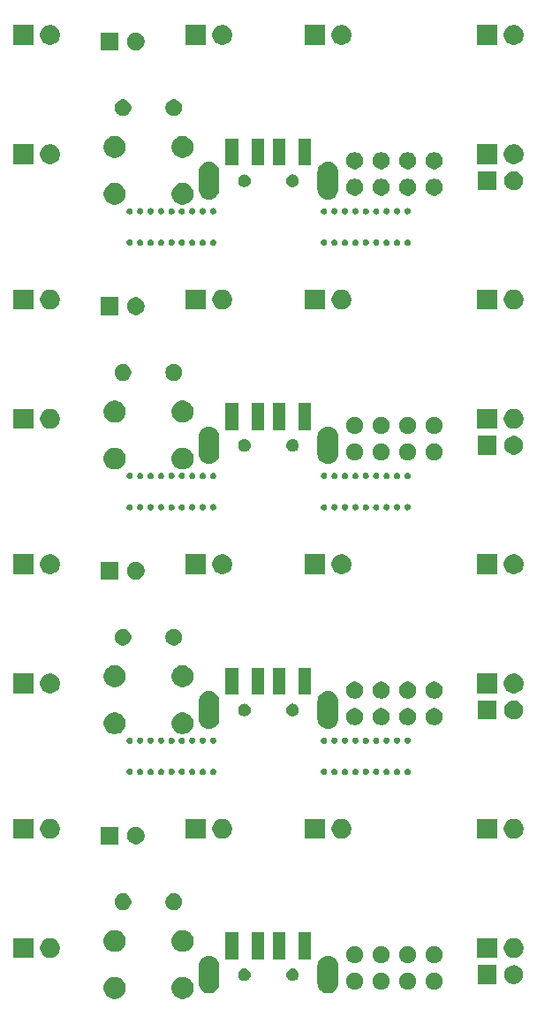
<source format=gbr>
G04 #@! TF.GenerationSoftware,KiCad,Pcbnew,(5.1.6)-1*
G04 #@! TF.CreationDate,2020-06-14T15:38:25+02:00*
G04 #@! TF.ProjectId,panel1,70616e65-6c31-42e6-9b69-6361645f7063,rev?*
G04 #@! TF.SameCoordinates,Original*
G04 #@! TF.FileFunction,Soldermask,Top*
G04 #@! TF.FilePolarity,Negative*
%FSLAX46Y46*%
G04 Gerber Fmt 4.6, Leading zero omitted, Abs format (unit mm)*
G04 Created by KiCad (PCBNEW (5.1.6)-1) date 2020-06-14 15:38:25*
%MOMM*%
%LPD*%
G01*
G04 APERTURE LIST*
%ADD10C,0.150000*%
G04 APERTURE END LIST*
D10*
G36*
X69992565Y-146031585D02*
G01*
X70183834Y-146110811D01*
X70183836Y-146110812D01*
X70355974Y-146225831D01*
X70502366Y-146372223D01*
X70579239Y-146487271D01*
X70617386Y-146544363D01*
X70696612Y-146735632D01*
X70737001Y-146938680D01*
X70737001Y-147145712D01*
X70696612Y-147348760D01*
X70633356Y-147501473D01*
X70617385Y-147540031D01*
X70502366Y-147712169D01*
X70355974Y-147858561D01*
X70183836Y-147973580D01*
X70183835Y-147973581D01*
X70183834Y-147973581D01*
X69992565Y-148052807D01*
X69789517Y-148093196D01*
X69582485Y-148093196D01*
X69379437Y-148052807D01*
X69188168Y-147973581D01*
X69188167Y-147973581D01*
X69188166Y-147973580D01*
X69016028Y-147858561D01*
X68869636Y-147712169D01*
X68754617Y-147540031D01*
X68738646Y-147501473D01*
X68675390Y-147348760D01*
X68635001Y-147145712D01*
X68635001Y-146938680D01*
X68675390Y-146735632D01*
X68754616Y-146544363D01*
X68792764Y-146487271D01*
X68869636Y-146372223D01*
X69016028Y-146225831D01*
X69188166Y-146110812D01*
X69188168Y-146110811D01*
X69379437Y-146031585D01*
X69582485Y-145991196D01*
X69789517Y-145991196D01*
X69992565Y-146031585D01*
G37*
G36*
X63492565Y-146031585D02*
G01*
X63683834Y-146110811D01*
X63683836Y-146110812D01*
X63855974Y-146225831D01*
X64002366Y-146372223D01*
X64079239Y-146487271D01*
X64117386Y-146544363D01*
X64196612Y-146735632D01*
X64237001Y-146938680D01*
X64237001Y-147145712D01*
X64196612Y-147348760D01*
X64133356Y-147501473D01*
X64117385Y-147540031D01*
X64002366Y-147712169D01*
X63855974Y-147858561D01*
X63683836Y-147973580D01*
X63683835Y-147973581D01*
X63683834Y-147973581D01*
X63492565Y-148052807D01*
X63289517Y-148093196D01*
X63082485Y-148093196D01*
X62879437Y-148052807D01*
X62688168Y-147973581D01*
X62688167Y-147973581D01*
X62688166Y-147973580D01*
X62516028Y-147858561D01*
X62369636Y-147712169D01*
X62254617Y-147540031D01*
X62238646Y-147501473D01*
X62175390Y-147348760D01*
X62135001Y-147145712D01*
X62135001Y-146938680D01*
X62175390Y-146735632D01*
X62254616Y-146544363D01*
X62292764Y-146487271D01*
X62369636Y-146372223D01*
X62516028Y-146225831D01*
X62688166Y-146110812D01*
X62688168Y-146110811D01*
X62879437Y-146031585D01*
X63082485Y-145991196D01*
X63289517Y-145991196D01*
X63492565Y-146031585D01*
G37*
G36*
X83822229Y-143985679D02*
G01*
X84010923Y-144042919D01*
X84184816Y-144135867D01*
X84337240Y-144260957D01*
X84462330Y-144413381D01*
X84555278Y-144587274D01*
X84612518Y-144775968D01*
X84627001Y-144923021D01*
X84627001Y-146621371D01*
X84612518Y-146768424D01*
X84555278Y-146957118D01*
X84462330Y-147131011D01*
X84337240Y-147283435D01*
X84184816Y-147408525D01*
X84010922Y-147501473D01*
X83822228Y-147558713D01*
X83626001Y-147578039D01*
X83429773Y-147558713D01*
X83241079Y-147501473D01*
X83067186Y-147408525D01*
X82914762Y-147283435D01*
X82789672Y-147131011D01*
X82696724Y-146957117D01*
X82639484Y-146768423D01*
X82625001Y-146621370D01*
X82625001Y-144923021D01*
X82639484Y-144775965D01*
X82696723Y-144587277D01*
X82789673Y-144413381D01*
X82914763Y-144260957D01*
X83067187Y-144135867D01*
X83241080Y-144042919D01*
X83429774Y-143985679D01*
X83626001Y-143966353D01*
X83822229Y-143985679D01*
G37*
G36*
X72422229Y-143985679D02*
G01*
X72610923Y-144042919D01*
X72784816Y-144135867D01*
X72937240Y-144260957D01*
X73062330Y-144413381D01*
X73155278Y-144587274D01*
X73212518Y-144775968D01*
X73227001Y-144923021D01*
X73227001Y-146621371D01*
X73212518Y-146768424D01*
X73155278Y-146957118D01*
X73062330Y-147131011D01*
X72937240Y-147283435D01*
X72784816Y-147408525D01*
X72610922Y-147501473D01*
X72422228Y-147558713D01*
X72226001Y-147578039D01*
X72029773Y-147558713D01*
X71841079Y-147501473D01*
X71667186Y-147408525D01*
X71514762Y-147283435D01*
X71389672Y-147131011D01*
X71296724Y-146957117D01*
X71239484Y-146768423D01*
X71225001Y-146621370D01*
X71225001Y-144923021D01*
X71239484Y-144775965D01*
X71296723Y-144587277D01*
X71389673Y-144413381D01*
X71514763Y-144260957D01*
X71667187Y-144135867D01*
X71841080Y-144042919D01*
X72029774Y-143985679D01*
X72226001Y-143966353D01*
X72422229Y-143985679D01*
G37*
G36*
X94053143Y-145625438D02*
G01*
X94201102Y-145686725D01*
X94334256Y-145775695D01*
X94447502Y-145888941D01*
X94536472Y-146022095D01*
X94597759Y-146170054D01*
X94629001Y-146327121D01*
X94629001Y-146487271D01*
X94597759Y-146644338D01*
X94536472Y-146792297D01*
X94447502Y-146925451D01*
X94334256Y-147038697D01*
X94201102Y-147127667D01*
X94053143Y-147188954D01*
X93896076Y-147220196D01*
X93735926Y-147220196D01*
X93578859Y-147188954D01*
X93430900Y-147127667D01*
X93297746Y-147038697D01*
X93184500Y-146925451D01*
X93095530Y-146792297D01*
X93034243Y-146644338D01*
X93003001Y-146487271D01*
X93003001Y-146327121D01*
X93034243Y-146170054D01*
X93095530Y-146022095D01*
X93184500Y-145888941D01*
X93297746Y-145775695D01*
X93430900Y-145686725D01*
X93578859Y-145625438D01*
X93735926Y-145594196D01*
X93896076Y-145594196D01*
X94053143Y-145625438D01*
G37*
G36*
X88973143Y-145625438D02*
G01*
X89121102Y-145686725D01*
X89254256Y-145775695D01*
X89367502Y-145888941D01*
X89456472Y-146022095D01*
X89517759Y-146170054D01*
X89549001Y-146327121D01*
X89549001Y-146487271D01*
X89517759Y-146644338D01*
X89456472Y-146792297D01*
X89367502Y-146925451D01*
X89254256Y-147038697D01*
X89121102Y-147127667D01*
X88973143Y-147188954D01*
X88816076Y-147220196D01*
X88655926Y-147220196D01*
X88498859Y-147188954D01*
X88350900Y-147127667D01*
X88217746Y-147038697D01*
X88104500Y-146925451D01*
X88015530Y-146792297D01*
X87954243Y-146644338D01*
X87923001Y-146487271D01*
X87923001Y-146327121D01*
X87954243Y-146170054D01*
X88015530Y-146022095D01*
X88104500Y-145888941D01*
X88217746Y-145775695D01*
X88350900Y-145686725D01*
X88498859Y-145625438D01*
X88655926Y-145594196D01*
X88816076Y-145594196D01*
X88973143Y-145625438D01*
G37*
G36*
X86433143Y-145625438D02*
G01*
X86581102Y-145686725D01*
X86714256Y-145775695D01*
X86827502Y-145888941D01*
X86916472Y-146022095D01*
X86977759Y-146170054D01*
X87009001Y-146327121D01*
X87009001Y-146487271D01*
X86977759Y-146644338D01*
X86916472Y-146792297D01*
X86827502Y-146925451D01*
X86714256Y-147038697D01*
X86581102Y-147127667D01*
X86433143Y-147188954D01*
X86276076Y-147220196D01*
X86115926Y-147220196D01*
X85958859Y-147188954D01*
X85810900Y-147127667D01*
X85677746Y-147038697D01*
X85564500Y-146925451D01*
X85475530Y-146792297D01*
X85414243Y-146644338D01*
X85383001Y-146487271D01*
X85383001Y-146327121D01*
X85414243Y-146170054D01*
X85475530Y-146022095D01*
X85564500Y-145888941D01*
X85677746Y-145775695D01*
X85810900Y-145686725D01*
X85958859Y-145625438D01*
X86115926Y-145594196D01*
X86276076Y-145594196D01*
X86433143Y-145625438D01*
G37*
G36*
X91513143Y-145625438D02*
G01*
X91661102Y-145686725D01*
X91794256Y-145775695D01*
X91907502Y-145888941D01*
X91996472Y-146022095D01*
X92057759Y-146170054D01*
X92089001Y-146327121D01*
X92089001Y-146487271D01*
X92057759Y-146644338D01*
X91996472Y-146792297D01*
X91907502Y-146925451D01*
X91794256Y-147038697D01*
X91661102Y-147127667D01*
X91513143Y-147188954D01*
X91356076Y-147220196D01*
X91195926Y-147220196D01*
X91038859Y-147188954D01*
X90890900Y-147127667D01*
X90757746Y-147038697D01*
X90644500Y-146925451D01*
X90555530Y-146792297D01*
X90494243Y-146644338D01*
X90463001Y-146487271D01*
X90463001Y-146327121D01*
X90494243Y-146170054D01*
X90555530Y-146022095D01*
X90644500Y-145888941D01*
X90757746Y-145775695D01*
X90890900Y-145686725D01*
X91038859Y-145625438D01*
X91195926Y-145594196D01*
X91356076Y-145594196D01*
X91513143Y-145625438D01*
G37*
G36*
X101549513Y-144876123D02*
G01*
X101698813Y-144905820D01*
X101862785Y-144973740D01*
X102010355Y-145072343D01*
X102135854Y-145197842D01*
X102234457Y-145345412D01*
X102302377Y-145509384D01*
X102337001Y-145683455D01*
X102337001Y-145860937D01*
X102302377Y-146035008D01*
X102234457Y-146198980D01*
X102135854Y-146346550D01*
X102010355Y-146472049D01*
X101862785Y-146570652D01*
X101698813Y-146638572D01*
X101549513Y-146668269D01*
X101524743Y-146673196D01*
X101347259Y-146673196D01*
X101322489Y-146668269D01*
X101173189Y-146638572D01*
X101009217Y-146570652D01*
X100861647Y-146472049D01*
X100736148Y-146346550D01*
X100637545Y-146198980D01*
X100569625Y-146035008D01*
X100535001Y-145860937D01*
X100535001Y-145683455D01*
X100569625Y-145509384D01*
X100637545Y-145345412D01*
X100736148Y-145197842D01*
X100861647Y-145072343D01*
X101009217Y-144973740D01*
X101173189Y-144905820D01*
X101322489Y-144876123D01*
X101347259Y-144871196D01*
X101524743Y-144871196D01*
X101549513Y-144876123D01*
G37*
G36*
X99797001Y-146673196D02*
G01*
X97995001Y-146673196D01*
X97995001Y-144871196D01*
X99797001Y-144871196D01*
X99797001Y-146673196D01*
G37*
G36*
X75762602Y-145186593D02*
G01*
X75801306Y-145194292D01*
X75833341Y-145207561D01*
X75910681Y-145239596D01*
X76009116Y-145305369D01*
X76092828Y-145389081D01*
X76158601Y-145487516D01*
X76167659Y-145509385D01*
X76203905Y-145596891D01*
X76211604Y-145635595D01*
X76227001Y-145713001D01*
X76227001Y-145831391D01*
X76203905Y-145947500D01*
X76158601Y-146056876D01*
X76092828Y-146155311D01*
X76009116Y-146239023D01*
X75910681Y-146304796D01*
X75833341Y-146336831D01*
X75801306Y-146350100D01*
X75762602Y-146357799D01*
X75685196Y-146373196D01*
X75566806Y-146373196D01*
X75489400Y-146357799D01*
X75450696Y-146350100D01*
X75418661Y-146336831D01*
X75341321Y-146304796D01*
X75242886Y-146239023D01*
X75159174Y-146155311D01*
X75093401Y-146056876D01*
X75048097Y-145947500D01*
X75025001Y-145831391D01*
X75025001Y-145713001D01*
X75040398Y-145635595D01*
X75048097Y-145596891D01*
X75084343Y-145509385D01*
X75093401Y-145487516D01*
X75159174Y-145389081D01*
X75242886Y-145305369D01*
X75341321Y-145239596D01*
X75418661Y-145207561D01*
X75450696Y-145194292D01*
X75489400Y-145186593D01*
X75566806Y-145171196D01*
X75685196Y-145171196D01*
X75762602Y-145186593D01*
G37*
G36*
X80362602Y-145186593D02*
G01*
X80401306Y-145194292D01*
X80433341Y-145207561D01*
X80510681Y-145239596D01*
X80609116Y-145305369D01*
X80692828Y-145389081D01*
X80758601Y-145487516D01*
X80767659Y-145509385D01*
X80803905Y-145596891D01*
X80811604Y-145635595D01*
X80827001Y-145713001D01*
X80827001Y-145831391D01*
X80803905Y-145947500D01*
X80758601Y-146056876D01*
X80692828Y-146155311D01*
X80609116Y-146239023D01*
X80510681Y-146304796D01*
X80433341Y-146336831D01*
X80401306Y-146350100D01*
X80362602Y-146357799D01*
X80285196Y-146373196D01*
X80166806Y-146373196D01*
X80089400Y-146357799D01*
X80050696Y-146350100D01*
X80018661Y-146336831D01*
X79941321Y-146304796D01*
X79842886Y-146239023D01*
X79759174Y-146155311D01*
X79693401Y-146056876D01*
X79648097Y-145947500D01*
X79625001Y-145831391D01*
X79625001Y-145713001D01*
X79640398Y-145635595D01*
X79648097Y-145596891D01*
X79684343Y-145509385D01*
X79693401Y-145487516D01*
X79759174Y-145389081D01*
X79842886Y-145305369D01*
X79941321Y-145239596D01*
X80018661Y-145207561D01*
X80050696Y-145194292D01*
X80089400Y-145186593D01*
X80166806Y-145171196D01*
X80285196Y-145171196D01*
X80362602Y-145186593D01*
G37*
G36*
X91513143Y-143085438D02*
G01*
X91661102Y-143146725D01*
X91794256Y-143235695D01*
X91907502Y-143348941D01*
X91996472Y-143482095D01*
X92057759Y-143630054D01*
X92089001Y-143787121D01*
X92089001Y-143947271D01*
X92057759Y-144104338D01*
X91996472Y-144252297D01*
X91907502Y-144385451D01*
X91794256Y-144498697D01*
X91661102Y-144587667D01*
X91513143Y-144648954D01*
X91356076Y-144680196D01*
X91195926Y-144680196D01*
X91038859Y-144648954D01*
X90890900Y-144587667D01*
X90757746Y-144498697D01*
X90644500Y-144385451D01*
X90555530Y-144252297D01*
X90494243Y-144104338D01*
X90463001Y-143947271D01*
X90463001Y-143787121D01*
X90494243Y-143630054D01*
X90555530Y-143482095D01*
X90644500Y-143348941D01*
X90757746Y-143235695D01*
X90890900Y-143146725D01*
X91038859Y-143085438D01*
X91195926Y-143054196D01*
X91356076Y-143054196D01*
X91513143Y-143085438D01*
G37*
G36*
X94053143Y-143085438D02*
G01*
X94201102Y-143146725D01*
X94334256Y-143235695D01*
X94447502Y-143348941D01*
X94536472Y-143482095D01*
X94597759Y-143630054D01*
X94629001Y-143787121D01*
X94629001Y-143947271D01*
X94597759Y-144104338D01*
X94536472Y-144252297D01*
X94447502Y-144385451D01*
X94334256Y-144498697D01*
X94201102Y-144587667D01*
X94053143Y-144648954D01*
X93896076Y-144680196D01*
X93735926Y-144680196D01*
X93578859Y-144648954D01*
X93430900Y-144587667D01*
X93297746Y-144498697D01*
X93184500Y-144385451D01*
X93095530Y-144252297D01*
X93034243Y-144104338D01*
X93003001Y-143947271D01*
X93003001Y-143787121D01*
X93034243Y-143630054D01*
X93095530Y-143482095D01*
X93184500Y-143348941D01*
X93297746Y-143235695D01*
X93430900Y-143146725D01*
X93578859Y-143085438D01*
X93735926Y-143054196D01*
X93896076Y-143054196D01*
X94053143Y-143085438D01*
G37*
G36*
X88973143Y-143085438D02*
G01*
X89121102Y-143146725D01*
X89254256Y-143235695D01*
X89367502Y-143348941D01*
X89456472Y-143482095D01*
X89517759Y-143630054D01*
X89549001Y-143787121D01*
X89549001Y-143947271D01*
X89517759Y-144104338D01*
X89456472Y-144252297D01*
X89367502Y-144385451D01*
X89254256Y-144498697D01*
X89121102Y-144587667D01*
X88973143Y-144648954D01*
X88816076Y-144680196D01*
X88655926Y-144680196D01*
X88498859Y-144648954D01*
X88350900Y-144587667D01*
X88217746Y-144498697D01*
X88104500Y-144385451D01*
X88015530Y-144252297D01*
X87954243Y-144104338D01*
X87923001Y-143947271D01*
X87923001Y-143787121D01*
X87954243Y-143630054D01*
X88015530Y-143482095D01*
X88104500Y-143348941D01*
X88217746Y-143235695D01*
X88350900Y-143146725D01*
X88498859Y-143085438D01*
X88655926Y-143054196D01*
X88816076Y-143054196D01*
X88973143Y-143085438D01*
G37*
G36*
X86433143Y-143085438D02*
G01*
X86581102Y-143146725D01*
X86714256Y-143235695D01*
X86827502Y-143348941D01*
X86916472Y-143482095D01*
X86977759Y-143630054D01*
X87009001Y-143787121D01*
X87009001Y-143947271D01*
X86977759Y-144104338D01*
X86916472Y-144252297D01*
X86827502Y-144385451D01*
X86714256Y-144498697D01*
X86581102Y-144587667D01*
X86433143Y-144648954D01*
X86276076Y-144680196D01*
X86115926Y-144680196D01*
X85958859Y-144648954D01*
X85810900Y-144587667D01*
X85677746Y-144498697D01*
X85564500Y-144385451D01*
X85475530Y-144252297D01*
X85414243Y-144104338D01*
X85383001Y-143947271D01*
X85383001Y-143787121D01*
X85414243Y-143630054D01*
X85475530Y-143482095D01*
X85564500Y-143348941D01*
X85677746Y-143235695D01*
X85810900Y-143146725D01*
X85958859Y-143085438D01*
X86115926Y-143054196D01*
X86276076Y-143054196D01*
X86433143Y-143085438D01*
G37*
G36*
X75027001Y-144323196D02*
G01*
X73825001Y-144323196D01*
X73825001Y-141721196D01*
X75027001Y-141721196D01*
X75027001Y-144323196D01*
G37*
G36*
X82027001Y-144323196D02*
G01*
X80825001Y-144323196D01*
X80825001Y-141721196D01*
X82027001Y-141721196D01*
X82027001Y-144323196D01*
G37*
G36*
X77527001Y-144323196D02*
G01*
X76325001Y-144323196D01*
X76325001Y-141721196D01*
X77527001Y-141721196D01*
X77527001Y-144323196D01*
G37*
G36*
X79527001Y-144323196D02*
G01*
X78325001Y-144323196D01*
X78325001Y-141721196D01*
X79527001Y-141721196D01*
X79527001Y-144323196D01*
G37*
G36*
X57263396Y-142317742D02*
G01*
X57436467Y-142389430D01*
X57436468Y-142389431D01*
X57592228Y-142493506D01*
X57724691Y-142625969D01*
X57724692Y-142625971D01*
X57828767Y-142781730D01*
X57900455Y-142954801D01*
X57937001Y-143138529D01*
X57937001Y-143325863D01*
X57900455Y-143509591D01*
X57828767Y-143682662D01*
X57828766Y-143682663D01*
X57724691Y-143838423D01*
X57592228Y-143970886D01*
X57570087Y-143985680D01*
X57436467Y-144074962D01*
X57263396Y-144146650D01*
X57079668Y-144183196D01*
X56892334Y-144183196D01*
X56708606Y-144146650D01*
X56535535Y-144074962D01*
X56401915Y-143985680D01*
X56379774Y-143970886D01*
X56247311Y-143838423D01*
X56143236Y-143682663D01*
X56143235Y-143682662D01*
X56071547Y-143509591D01*
X56035001Y-143325863D01*
X56035001Y-143138529D01*
X56071547Y-142954801D01*
X56143235Y-142781730D01*
X56247310Y-142625971D01*
X56247311Y-142625969D01*
X56379774Y-142493506D01*
X56535534Y-142389431D01*
X56535535Y-142389430D01*
X56708606Y-142317742D01*
X56892334Y-142281196D01*
X57079668Y-142281196D01*
X57263396Y-142317742D01*
G37*
G36*
X55397001Y-144183196D02*
G01*
X53495001Y-144183196D01*
X53495001Y-142281196D01*
X55397001Y-142281196D01*
X55397001Y-144183196D01*
G37*
G36*
X101713396Y-142317742D02*
G01*
X101886467Y-142389430D01*
X101886468Y-142389431D01*
X102042228Y-142493506D01*
X102174691Y-142625969D01*
X102174692Y-142625971D01*
X102278767Y-142781730D01*
X102350455Y-142954801D01*
X102387001Y-143138529D01*
X102387001Y-143325863D01*
X102350455Y-143509591D01*
X102278767Y-143682662D01*
X102278766Y-143682663D01*
X102174691Y-143838423D01*
X102042228Y-143970886D01*
X102020087Y-143985680D01*
X101886467Y-144074962D01*
X101713396Y-144146650D01*
X101529668Y-144183196D01*
X101342334Y-144183196D01*
X101158606Y-144146650D01*
X100985535Y-144074962D01*
X100851915Y-143985680D01*
X100829774Y-143970886D01*
X100697311Y-143838423D01*
X100593236Y-143682663D01*
X100593235Y-143682662D01*
X100521547Y-143509591D01*
X100485001Y-143325863D01*
X100485001Y-143138529D01*
X100521547Y-142954801D01*
X100593235Y-142781730D01*
X100697310Y-142625971D01*
X100697311Y-142625969D01*
X100829774Y-142493506D01*
X100985534Y-142389431D01*
X100985535Y-142389430D01*
X101158606Y-142317742D01*
X101342334Y-142281196D01*
X101529668Y-142281196D01*
X101713396Y-142317742D01*
G37*
G36*
X99847001Y-144183196D02*
G01*
X97945001Y-144183196D01*
X97945001Y-142281196D01*
X99847001Y-142281196D01*
X99847001Y-144183196D01*
G37*
G36*
X63492565Y-141531585D02*
G01*
X63683834Y-141610811D01*
X63683836Y-141610812D01*
X63849037Y-141721196D01*
X63855974Y-141725831D01*
X64002366Y-141872223D01*
X64117386Y-142044363D01*
X64196612Y-142235632D01*
X64237001Y-142438680D01*
X64237001Y-142645712D01*
X64196612Y-142848760D01*
X64152689Y-142954800D01*
X64117385Y-143040031D01*
X64002366Y-143212169D01*
X63855974Y-143358561D01*
X63683836Y-143473580D01*
X63683835Y-143473581D01*
X63683834Y-143473581D01*
X63492565Y-143552807D01*
X63289517Y-143593196D01*
X63082485Y-143593196D01*
X62879437Y-143552807D01*
X62688168Y-143473581D01*
X62688167Y-143473581D01*
X62688166Y-143473580D01*
X62516028Y-143358561D01*
X62369636Y-143212169D01*
X62254617Y-143040031D01*
X62219313Y-142954800D01*
X62175390Y-142848760D01*
X62135001Y-142645712D01*
X62135001Y-142438680D01*
X62175390Y-142235632D01*
X62254616Y-142044363D01*
X62369636Y-141872223D01*
X62516028Y-141725831D01*
X62522965Y-141721196D01*
X62688166Y-141610812D01*
X62688168Y-141610811D01*
X62879437Y-141531585D01*
X63082485Y-141491196D01*
X63289517Y-141491196D01*
X63492565Y-141531585D01*
G37*
G36*
X69992565Y-141531585D02*
G01*
X70183834Y-141610811D01*
X70183836Y-141610812D01*
X70349037Y-141721196D01*
X70355974Y-141725831D01*
X70502366Y-141872223D01*
X70617386Y-142044363D01*
X70696612Y-142235632D01*
X70737001Y-142438680D01*
X70737001Y-142645712D01*
X70696612Y-142848760D01*
X70652689Y-142954800D01*
X70617385Y-143040031D01*
X70502366Y-143212169D01*
X70355974Y-143358561D01*
X70183836Y-143473580D01*
X70183835Y-143473581D01*
X70183834Y-143473581D01*
X69992565Y-143552807D01*
X69789517Y-143593196D01*
X69582485Y-143593196D01*
X69379437Y-143552807D01*
X69188168Y-143473581D01*
X69188167Y-143473581D01*
X69188166Y-143473580D01*
X69016028Y-143358561D01*
X68869636Y-143212169D01*
X68754617Y-143040031D01*
X68719313Y-142954800D01*
X68675390Y-142848760D01*
X68635001Y-142645712D01*
X68635001Y-142438680D01*
X68675390Y-142235632D01*
X68754616Y-142044363D01*
X68869636Y-141872223D01*
X69016028Y-141725831D01*
X69022965Y-141721196D01*
X69188166Y-141610812D01*
X69188168Y-141610811D01*
X69379437Y-141531585D01*
X69582485Y-141491196D01*
X69789517Y-141491196D01*
X69992565Y-141531585D01*
G37*
G36*
X64204643Y-138016977D02*
G01*
X64350415Y-138077358D01*
X64350417Y-138077359D01*
X64481609Y-138165018D01*
X64593179Y-138276588D01*
X64680838Y-138407780D01*
X64680839Y-138407782D01*
X64741220Y-138553554D01*
X64772001Y-138708303D01*
X64772001Y-138866089D01*
X64741220Y-139020838D01*
X64680839Y-139166610D01*
X64680838Y-139166612D01*
X64593179Y-139297804D01*
X64481609Y-139409374D01*
X64350417Y-139497033D01*
X64350416Y-139497034D01*
X64350415Y-139497034D01*
X64204643Y-139557415D01*
X64049894Y-139588196D01*
X63892108Y-139588196D01*
X63737359Y-139557415D01*
X63591587Y-139497034D01*
X63591586Y-139497034D01*
X63591585Y-139497033D01*
X63460393Y-139409374D01*
X63348823Y-139297804D01*
X63261164Y-139166612D01*
X63261163Y-139166610D01*
X63200782Y-139020838D01*
X63170001Y-138866089D01*
X63170001Y-138708303D01*
X63200782Y-138553554D01*
X63261163Y-138407782D01*
X63261164Y-138407780D01*
X63348823Y-138276588D01*
X63460393Y-138165018D01*
X63591585Y-138077359D01*
X63591587Y-138077358D01*
X63737359Y-138016977D01*
X63892108Y-137986196D01*
X64049894Y-137986196D01*
X64204643Y-138016977D01*
G37*
G36*
X69084643Y-138016977D02*
G01*
X69230415Y-138077358D01*
X69230417Y-138077359D01*
X69361609Y-138165018D01*
X69473179Y-138276588D01*
X69560838Y-138407780D01*
X69560839Y-138407782D01*
X69621220Y-138553554D01*
X69652001Y-138708303D01*
X69652001Y-138866089D01*
X69621220Y-139020838D01*
X69560839Y-139166610D01*
X69560838Y-139166612D01*
X69473179Y-139297804D01*
X69361609Y-139409374D01*
X69230417Y-139497033D01*
X69230416Y-139497034D01*
X69230415Y-139497034D01*
X69084643Y-139557415D01*
X68929894Y-139588196D01*
X68772108Y-139588196D01*
X68617359Y-139557415D01*
X68471587Y-139497034D01*
X68471586Y-139497034D01*
X68471585Y-139497033D01*
X68340393Y-139409374D01*
X68228823Y-139297804D01*
X68141164Y-139166612D01*
X68141163Y-139166610D01*
X68080782Y-139020838D01*
X68050001Y-138866089D01*
X68050001Y-138708303D01*
X68080782Y-138553554D01*
X68141163Y-138407782D01*
X68141164Y-138407780D01*
X68228823Y-138276588D01*
X68340393Y-138165018D01*
X68471585Y-138077359D01*
X68471587Y-138077358D01*
X68617359Y-138016977D01*
X68772108Y-137986196D01*
X68929894Y-137986196D01*
X69084643Y-138016977D01*
G37*
G36*
X63552001Y-133288196D02*
G01*
X61850001Y-133288196D01*
X61850001Y-131586196D01*
X63552001Y-131586196D01*
X63552001Y-133288196D01*
G37*
G36*
X65449229Y-131618899D02*
G01*
X65604101Y-131683049D01*
X65743482Y-131776181D01*
X65862016Y-131894715D01*
X65955148Y-132034096D01*
X66019298Y-132188968D01*
X66052001Y-132353380D01*
X66052001Y-132521012D01*
X66019298Y-132685424D01*
X65955148Y-132840296D01*
X65862016Y-132979677D01*
X65743482Y-133098211D01*
X65604101Y-133191343D01*
X65449229Y-133255493D01*
X65284817Y-133288196D01*
X65117185Y-133288196D01*
X64952773Y-133255493D01*
X64797901Y-133191343D01*
X64658520Y-133098211D01*
X64539986Y-132979677D01*
X64446854Y-132840296D01*
X64382704Y-132685424D01*
X64350001Y-132521012D01*
X64350001Y-132353380D01*
X64382704Y-132188968D01*
X64446854Y-132034096D01*
X64539986Y-131894715D01*
X64658520Y-131776181D01*
X64797901Y-131683049D01*
X64952773Y-131618899D01*
X65117185Y-131586196D01*
X65284817Y-131586196D01*
X65449229Y-131618899D01*
G37*
G36*
X85203396Y-130887742D02*
G01*
X85376467Y-130959430D01*
X85376468Y-130959431D01*
X85532228Y-131063506D01*
X85664691Y-131195969D01*
X85664692Y-131195971D01*
X85768767Y-131351730D01*
X85840455Y-131524801D01*
X85877001Y-131708529D01*
X85877001Y-131895863D01*
X85840455Y-132079591D01*
X85768767Y-132252662D01*
X85768766Y-132252663D01*
X85664691Y-132408423D01*
X85532228Y-132540886D01*
X85453819Y-132593277D01*
X85376467Y-132644962D01*
X85203396Y-132716650D01*
X85019668Y-132753196D01*
X84832334Y-132753196D01*
X84648606Y-132716650D01*
X84475535Y-132644962D01*
X84398183Y-132593277D01*
X84319774Y-132540886D01*
X84187311Y-132408423D01*
X84083236Y-132252663D01*
X84083235Y-132252662D01*
X84011547Y-132079591D01*
X83975001Y-131895863D01*
X83975001Y-131708529D01*
X84011547Y-131524801D01*
X84083235Y-131351730D01*
X84187310Y-131195971D01*
X84187311Y-131195969D01*
X84319774Y-131063506D01*
X84475534Y-130959431D01*
X84475535Y-130959430D01*
X84648606Y-130887742D01*
X84832334Y-130851196D01*
X85019668Y-130851196D01*
X85203396Y-130887742D01*
G37*
G36*
X71907001Y-132753196D02*
G01*
X70005001Y-132753196D01*
X70005001Y-130851196D01*
X71907001Y-130851196D01*
X71907001Y-132753196D01*
G37*
G36*
X57263396Y-130887742D02*
G01*
X57436467Y-130959430D01*
X57436468Y-130959431D01*
X57592228Y-131063506D01*
X57724691Y-131195969D01*
X57724692Y-131195971D01*
X57828767Y-131351730D01*
X57900455Y-131524801D01*
X57937001Y-131708529D01*
X57937001Y-131895863D01*
X57900455Y-132079591D01*
X57828767Y-132252662D01*
X57828766Y-132252663D01*
X57724691Y-132408423D01*
X57592228Y-132540886D01*
X57513819Y-132593277D01*
X57436467Y-132644962D01*
X57263396Y-132716650D01*
X57079668Y-132753196D01*
X56892334Y-132753196D01*
X56708606Y-132716650D01*
X56535535Y-132644962D01*
X56458183Y-132593277D01*
X56379774Y-132540886D01*
X56247311Y-132408423D01*
X56143236Y-132252663D01*
X56143235Y-132252662D01*
X56071547Y-132079591D01*
X56035001Y-131895863D01*
X56035001Y-131708529D01*
X56071547Y-131524801D01*
X56143235Y-131351730D01*
X56247310Y-131195971D01*
X56247311Y-131195969D01*
X56379774Y-131063506D01*
X56535534Y-130959431D01*
X56535535Y-130959430D01*
X56708606Y-130887742D01*
X56892334Y-130851196D01*
X57079668Y-130851196D01*
X57263396Y-130887742D01*
G37*
G36*
X101713396Y-130887742D02*
G01*
X101886467Y-130959430D01*
X101886468Y-130959431D01*
X102042228Y-131063506D01*
X102174691Y-131195969D01*
X102174692Y-131195971D01*
X102278767Y-131351730D01*
X102350455Y-131524801D01*
X102387001Y-131708529D01*
X102387001Y-131895863D01*
X102350455Y-132079591D01*
X102278767Y-132252662D01*
X102278766Y-132252663D01*
X102174691Y-132408423D01*
X102042228Y-132540886D01*
X101963819Y-132593277D01*
X101886467Y-132644962D01*
X101713396Y-132716650D01*
X101529668Y-132753196D01*
X101342334Y-132753196D01*
X101158606Y-132716650D01*
X100985535Y-132644962D01*
X100908183Y-132593277D01*
X100829774Y-132540886D01*
X100697311Y-132408423D01*
X100593236Y-132252663D01*
X100593235Y-132252662D01*
X100521547Y-132079591D01*
X100485001Y-131895863D01*
X100485001Y-131708529D01*
X100521547Y-131524801D01*
X100593235Y-131351730D01*
X100697310Y-131195971D01*
X100697311Y-131195969D01*
X100829774Y-131063506D01*
X100985534Y-130959431D01*
X100985535Y-130959430D01*
X101158606Y-130887742D01*
X101342334Y-130851196D01*
X101529668Y-130851196D01*
X101713396Y-130887742D01*
G37*
G36*
X99847001Y-132753196D02*
G01*
X97945001Y-132753196D01*
X97945001Y-130851196D01*
X99847001Y-130851196D01*
X99847001Y-132753196D01*
G37*
G36*
X55397001Y-132753196D02*
G01*
X53495001Y-132753196D01*
X53495001Y-130851196D01*
X55397001Y-130851196D01*
X55397001Y-132753196D01*
G37*
G36*
X73773396Y-130887742D02*
G01*
X73946467Y-130959430D01*
X73946468Y-130959431D01*
X74102228Y-131063506D01*
X74234691Y-131195969D01*
X74234692Y-131195971D01*
X74338767Y-131351730D01*
X74410455Y-131524801D01*
X74447001Y-131708529D01*
X74447001Y-131895863D01*
X74410455Y-132079591D01*
X74338767Y-132252662D01*
X74338766Y-132252663D01*
X74234691Y-132408423D01*
X74102228Y-132540886D01*
X74023819Y-132593277D01*
X73946467Y-132644962D01*
X73773396Y-132716650D01*
X73589668Y-132753196D01*
X73402334Y-132753196D01*
X73218606Y-132716650D01*
X73045535Y-132644962D01*
X72968183Y-132593277D01*
X72889774Y-132540886D01*
X72757311Y-132408423D01*
X72653236Y-132252663D01*
X72653235Y-132252662D01*
X72581547Y-132079591D01*
X72545001Y-131895863D01*
X72545001Y-131708529D01*
X72581547Y-131524801D01*
X72653235Y-131351730D01*
X72757310Y-131195971D01*
X72757311Y-131195969D01*
X72889774Y-131063506D01*
X73045534Y-130959431D01*
X73045535Y-130959430D01*
X73218606Y-130887742D01*
X73402334Y-130851196D01*
X73589668Y-130851196D01*
X73773396Y-130887742D01*
G37*
G36*
X83337001Y-132753196D02*
G01*
X81435001Y-132753196D01*
X81435001Y-130851196D01*
X83337001Y-130851196D01*
X83337001Y-132753196D01*
G37*
G36*
X69715147Y-126045767D02*
G01*
X69769925Y-126068457D01*
X69769927Y-126068458D01*
X69819226Y-126101398D01*
X69861152Y-126143324D01*
X69894092Y-126192623D01*
X69894093Y-126192625D01*
X69916783Y-126247403D01*
X69928350Y-126305553D01*
X69928350Y-126364847D01*
X69916783Y-126422997D01*
X69894093Y-126477775D01*
X69894092Y-126477777D01*
X69861152Y-126527076D01*
X69819226Y-126569002D01*
X69769927Y-126601942D01*
X69769926Y-126601943D01*
X69769925Y-126601943D01*
X69715147Y-126624633D01*
X69656997Y-126636200D01*
X69597703Y-126636200D01*
X69539553Y-126624633D01*
X69484775Y-126601943D01*
X69484774Y-126601943D01*
X69484773Y-126601942D01*
X69435474Y-126569002D01*
X69393548Y-126527076D01*
X69360608Y-126477777D01*
X69360607Y-126477775D01*
X69337917Y-126422997D01*
X69326350Y-126364847D01*
X69326350Y-126305553D01*
X69337917Y-126247403D01*
X69360607Y-126192625D01*
X69360608Y-126192623D01*
X69393548Y-126143324D01*
X69435474Y-126101398D01*
X69484773Y-126068458D01*
X69484775Y-126068457D01*
X69539553Y-126045767D01*
X69597703Y-126034200D01*
X69656997Y-126034200D01*
X69715147Y-126045767D01*
G37*
G36*
X64715147Y-126045767D02*
G01*
X64769925Y-126068457D01*
X64769927Y-126068458D01*
X64819226Y-126101398D01*
X64861152Y-126143324D01*
X64894092Y-126192623D01*
X64894093Y-126192625D01*
X64916783Y-126247403D01*
X64928350Y-126305553D01*
X64928350Y-126364847D01*
X64916783Y-126422997D01*
X64894093Y-126477775D01*
X64894092Y-126477777D01*
X64861152Y-126527076D01*
X64819226Y-126569002D01*
X64769927Y-126601942D01*
X64769926Y-126601943D01*
X64769925Y-126601943D01*
X64715147Y-126624633D01*
X64656997Y-126636200D01*
X64597703Y-126636200D01*
X64539553Y-126624633D01*
X64484775Y-126601943D01*
X64484774Y-126601943D01*
X64484773Y-126601942D01*
X64435474Y-126569002D01*
X64393548Y-126527076D01*
X64360608Y-126477777D01*
X64360607Y-126477775D01*
X64337917Y-126422997D01*
X64326350Y-126364847D01*
X64326350Y-126305553D01*
X64337917Y-126247403D01*
X64360607Y-126192625D01*
X64360608Y-126192623D01*
X64393548Y-126143324D01*
X64435474Y-126101398D01*
X64484773Y-126068458D01*
X64484775Y-126068457D01*
X64539553Y-126045767D01*
X64597703Y-126034200D01*
X64656997Y-126034200D01*
X64715147Y-126045767D01*
G37*
G36*
X65715147Y-126045767D02*
G01*
X65769925Y-126068457D01*
X65769927Y-126068458D01*
X65819226Y-126101398D01*
X65861152Y-126143324D01*
X65894092Y-126192623D01*
X65894093Y-126192625D01*
X65916783Y-126247403D01*
X65928350Y-126305553D01*
X65928350Y-126364847D01*
X65916783Y-126422997D01*
X65894093Y-126477775D01*
X65894092Y-126477777D01*
X65861152Y-126527076D01*
X65819226Y-126569002D01*
X65769927Y-126601942D01*
X65769926Y-126601943D01*
X65769925Y-126601943D01*
X65715147Y-126624633D01*
X65656997Y-126636200D01*
X65597703Y-126636200D01*
X65539553Y-126624633D01*
X65484775Y-126601943D01*
X65484774Y-126601943D01*
X65484773Y-126601942D01*
X65435474Y-126569002D01*
X65393548Y-126527076D01*
X65360608Y-126477777D01*
X65360607Y-126477775D01*
X65337917Y-126422997D01*
X65326350Y-126364847D01*
X65326350Y-126305553D01*
X65337917Y-126247403D01*
X65360607Y-126192625D01*
X65360608Y-126192623D01*
X65393548Y-126143324D01*
X65435474Y-126101398D01*
X65484773Y-126068458D01*
X65484775Y-126068457D01*
X65539553Y-126045767D01*
X65597703Y-126034200D01*
X65656997Y-126034200D01*
X65715147Y-126045767D01*
G37*
G36*
X66715147Y-126045767D02*
G01*
X66769925Y-126068457D01*
X66769927Y-126068458D01*
X66819226Y-126101398D01*
X66861152Y-126143324D01*
X66894092Y-126192623D01*
X66894093Y-126192625D01*
X66916783Y-126247403D01*
X66928350Y-126305553D01*
X66928350Y-126364847D01*
X66916783Y-126422997D01*
X66894093Y-126477775D01*
X66894092Y-126477777D01*
X66861152Y-126527076D01*
X66819226Y-126569002D01*
X66769927Y-126601942D01*
X66769926Y-126601943D01*
X66769925Y-126601943D01*
X66715147Y-126624633D01*
X66656997Y-126636200D01*
X66597703Y-126636200D01*
X66539553Y-126624633D01*
X66484775Y-126601943D01*
X66484774Y-126601943D01*
X66484773Y-126601942D01*
X66435474Y-126569002D01*
X66393548Y-126527076D01*
X66360608Y-126477777D01*
X66360607Y-126477775D01*
X66337917Y-126422997D01*
X66326350Y-126364847D01*
X66326350Y-126305553D01*
X66337917Y-126247403D01*
X66360607Y-126192625D01*
X66360608Y-126192623D01*
X66393548Y-126143324D01*
X66435474Y-126101398D01*
X66484773Y-126068458D01*
X66484775Y-126068457D01*
X66539553Y-126045767D01*
X66597703Y-126034200D01*
X66656997Y-126034200D01*
X66715147Y-126045767D01*
G37*
G36*
X67715147Y-126045767D02*
G01*
X67769925Y-126068457D01*
X67769927Y-126068458D01*
X67819226Y-126101398D01*
X67861152Y-126143324D01*
X67894092Y-126192623D01*
X67894093Y-126192625D01*
X67916783Y-126247403D01*
X67928350Y-126305553D01*
X67928350Y-126364847D01*
X67916783Y-126422997D01*
X67894093Y-126477775D01*
X67894092Y-126477777D01*
X67861152Y-126527076D01*
X67819226Y-126569002D01*
X67769927Y-126601942D01*
X67769926Y-126601943D01*
X67769925Y-126601943D01*
X67715147Y-126624633D01*
X67656997Y-126636200D01*
X67597703Y-126636200D01*
X67539553Y-126624633D01*
X67484775Y-126601943D01*
X67484774Y-126601943D01*
X67484773Y-126601942D01*
X67435474Y-126569002D01*
X67393548Y-126527076D01*
X67360608Y-126477777D01*
X67360607Y-126477775D01*
X67337917Y-126422997D01*
X67326350Y-126364847D01*
X67326350Y-126305553D01*
X67337917Y-126247403D01*
X67360607Y-126192625D01*
X67360608Y-126192623D01*
X67393548Y-126143324D01*
X67435474Y-126101398D01*
X67484773Y-126068458D01*
X67484775Y-126068457D01*
X67539553Y-126045767D01*
X67597703Y-126034200D01*
X67656997Y-126034200D01*
X67715147Y-126045767D01*
G37*
G36*
X68715147Y-126045767D02*
G01*
X68769925Y-126068457D01*
X68769927Y-126068458D01*
X68819226Y-126101398D01*
X68861152Y-126143324D01*
X68894092Y-126192623D01*
X68894093Y-126192625D01*
X68916783Y-126247403D01*
X68928350Y-126305553D01*
X68928350Y-126364847D01*
X68916783Y-126422997D01*
X68894093Y-126477775D01*
X68894092Y-126477777D01*
X68861152Y-126527076D01*
X68819226Y-126569002D01*
X68769927Y-126601942D01*
X68769926Y-126601943D01*
X68769925Y-126601943D01*
X68715147Y-126624633D01*
X68656997Y-126636200D01*
X68597703Y-126636200D01*
X68539553Y-126624633D01*
X68484775Y-126601943D01*
X68484774Y-126601943D01*
X68484773Y-126601942D01*
X68435474Y-126569002D01*
X68393548Y-126527076D01*
X68360608Y-126477777D01*
X68360607Y-126477775D01*
X68337917Y-126422997D01*
X68326350Y-126364847D01*
X68326350Y-126305553D01*
X68337917Y-126247403D01*
X68360607Y-126192625D01*
X68360608Y-126192623D01*
X68393548Y-126143324D01*
X68435474Y-126101398D01*
X68484773Y-126068458D01*
X68484775Y-126068457D01*
X68539553Y-126045767D01*
X68597703Y-126034200D01*
X68656997Y-126034200D01*
X68715147Y-126045767D01*
G37*
G36*
X70715147Y-126045767D02*
G01*
X70769925Y-126068457D01*
X70769927Y-126068458D01*
X70819226Y-126101398D01*
X70861152Y-126143324D01*
X70894092Y-126192623D01*
X70894093Y-126192625D01*
X70916783Y-126247403D01*
X70928350Y-126305553D01*
X70928350Y-126364847D01*
X70916783Y-126422997D01*
X70894093Y-126477775D01*
X70894092Y-126477777D01*
X70861152Y-126527076D01*
X70819226Y-126569002D01*
X70769927Y-126601942D01*
X70769926Y-126601943D01*
X70769925Y-126601943D01*
X70715147Y-126624633D01*
X70656997Y-126636200D01*
X70597703Y-126636200D01*
X70539553Y-126624633D01*
X70484775Y-126601943D01*
X70484774Y-126601943D01*
X70484773Y-126601942D01*
X70435474Y-126569002D01*
X70393548Y-126527076D01*
X70360608Y-126477777D01*
X70360607Y-126477775D01*
X70337917Y-126422997D01*
X70326350Y-126364847D01*
X70326350Y-126305553D01*
X70337917Y-126247403D01*
X70360607Y-126192625D01*
X70360608Y-126192623D01*
X70393548Y-126143324D01*
X70435474Y-126101398D01*
X70484773Y-126068458D01*
X70484775Y-126068457D01*
X70539553Y-126045767D01*
X70597703Y-126034200D01*
X70656997Y-126034200D01*
X70715147Y-126045767D01*
G37*
G36*
X71715147Y-126045767D02*
G01*
X71769925Y-126068457D01*
X71769927Y-126068458D01*
X71819226Y-126101398D01*
X71861152Y-126143324D01*
X71894092Y-126192623D01*
X71894093Y-126192625D01*
X71916783Y-126247403D01*
X71928350Y-126305553D01*
X71928350Y-126364847D01*
X71916783Y-126422997D01*
X71894093Y-126477775D01*
X71894092Y-126477777D01*
X71861152Y-126527076D01*
X71819226Y-126569002D01*
X71769927Y-126601942D01*
X71769926Y-126601943D01*
X71769925Y-126601943D01*
X71715147Y-126624633D01*
X71656997Y-126636200D01*
X71597703Y-126636200D01*
X71539553Y-126624633D01*
X71484775Y-126601943D01*
X71484774Y-126601943D01*
X71484773Y-126601942D01*
X71435474Y-126569002D01*
X71393548Y-126527076D01*
X71360608Y-126477777D01*
X71360607Y-126477775D01*
X71337917Y-126422997D01*
X71326350Y-126364847D01*
X71326350Y-126305553D01*
X71337917Y-126247403D01*
X71360607Y-126192625D01*
X71360608Y-126192623D01*
X71393548Y-126143324D01*
X71435474Y-126101398D01*
X71484773Y-126068458D01*
X71484775Y-126068457D01*
X71539553Y-126045767D01*
X71597703Y-126034200D01*
X71656997Y-126034200D01*
X71715147Y-126045767D01*
G37*
G36*
X72715147Y-126045767D02*
G01*
X72769925Y-126068457D01*
X72769927Y-126068458D01*
X72819226Y-126101398D01*
X72861152Y-126143324D01*
X72894092Y-126192623D01*
X72894093Y-126192625D01*
X72916783Y-126247403D01*
X72928350Y-126305553D01*
X72928350Y-126364847D01*
X72916783Y-126422997D01*
X72894093Y-126477775D01*
X72894092Y-126477777D01*
X72861152Y-126527076D01*
X72819226Y-126569002D01*
X72769927Y-126601942D01*
X72769926Y-126601943D01*
X72769925Y-126601943D01*
X72715147Y-126624633D01*
X72656997Y-126636200D01*
X72597703Y-126636200D01*
X72539553Y-126624633D01*
X72484775Y-126601943D01*
X72484774Y-126601943D01*
X72484773Y-126601942D01*
X72435474Y-126569002D01*
X72393548Y-126527076D01*
X72360608Y-126477777D01*
X72360607Y-126477775D01*
X72337917Y-126422997D01*
X72326350Y-126364847D01*
X72326350Y-126305553D01*
X72337917Y-126247403D01*
X72360607Y-126192625D01*
X72360608Y-126192623D01*
X72393548Y-126143324D01*
X72435474Y-126101398D01*
X72484773Y-126068458D01*
X72484775Y-126068457D01*
X72539553Y-126045767D01*
X72597703Y-126034200D01*
X72656997Y-126034200D01*
X72715147Y-126045767D01*
G37*
G36*
X84342498Y-126045767D02*
G01*
X84397276Y-126068457D01*
X84397278Y-126068458D01*
X84446577Y-126101398D01*
X84488503Y-126143324D01*
X84521443Y-126192623D01*
X84521444Y-126192625D01*
X84544134Y-126247403D01*
X84555701Y-126305553D01*
X84555701Y-126364847D01*
X84544134Y-126422997D01*
X84521444Y-126477775D01*
X84521443Y-126477777D01*
X84488503Y-126527076D01*
X84446577Y-126569002D01*
X84397278Y-126601942D01*
X84397277Y-126601943D01*
X84397276Y-126601943D01*
X84342498Y-126624633D01*
X84284348Y-126636200D01*
X84225054Y-126636200D01*
X84166904Y-126624633D01*
X84112126Y-126601943D01*
X84112125Y-126601943D01*
X84112124Y-126601942D01*
X84062825Y-126569002D01*
X84020899Y-126527076D01*
X83987959Y-126477777D01*
X83987958Y-126477775D01*
X83965268Y-126422997D01*
X83953701Y-126364847D01*
X83953701Y-126305553D01*
X83965268Y-126247403D01*
X83987958Y-126192625D01*
X83987959Y-126192623D01*
X84020899Y-126143324D01*
X84062825Y-126101398D01*
X84112124Y-126068458D01*
X84112126Y-126068457D01*
X84166904Y-126045767D01*
X84225054Y-126034200D01*
X84284348Y-126034200D01*
X84342498Y-126045767D01*
G37*
G36*
X85342498Y-126045767D02*
G01*
X85397276Y-126068457D01*
X85397278Y-126068458D01*
X85446577Y-126101398D01*
X85488503Y-126143324D01*
X85521443Y-126192623D01*
X85521444Y-126192625D01*
X85544134Y-126247403D01*
X85555701Y-126305553D01*
X85555701Y-126364847D01*
X85544134Y-126422997D01*
X85521444Y-126477775D01*
X85521443Y-126477777D01*
X85488503Y-126527076D01*
X85446577Y-126569002D01*
X85397278Y-126601942D01*
X85397277Y-126601943D01*
X85397276Y-126601943D01*
X85342498Y-126624633D01*
X85284348Y-126636200D01*
X85225054Y-126636200D01*
X85166904Y-126624633D01*
X85112126Y-126601943D01*
X85112125Y-126601943D01*
X85112124Y-126601942D01*
X85062825Y-126569002D01*
X85020899Y-126527076D01*
X84987959Y-126477777D01*
X84987958Y-126477775D01*
X84965268Y-126422997D01*
X84953701Y-126364847D01*
X84953701Y-126305553D01*
X84965268Y-126247403D01*
X84987958Y-126192625D01*
X84987959Y-126192623D01*
X85020899Y-126143324D01*
X85062825Y-126101398D01*
X85112124Y-126068458D01*
X85112126Y-126068457D01*
X85166904Y-126045767D01*
X85225054Y-126034200D01*
X85284348Y-126034200D01*
X85342498Y-126045767D01*
G37*
G36*
X86342498Y-126045767D02*
G01*
X86397276Y-126068457D01*
X86397278Y-126068458D01*
X86446577Y-126101398D01*
X86488503Y-126143324D01*
X86521443Y-126192623D01*
X86521444Y-126192625D01*
X86544134Y-126247403D01*
X86555701Y-126305553D01*
X86555701Y-126364847D01*
X86544134Y-126422997D01*
X86521444Y-126477775D01*
X86521443Y-126477777D01*
X86488503Y-126527076D01*
X86446577Y-126569002D01*
X86397278Y-126601942D01*
X86397277Y-126601943D01*
X86397276Y-126601943D01*
X86342498Y-126624633D01*
X86284348Y-126636200D01*
X86225054Y-126636200D01*
X86166904Y-126624633D01*
X86112126Y-126601943D01*
X86112125Y-126601943D01*
X86112124Y-126601942D01*
X86062825Y-126569002D01*
X86020899Y-126527076D01*
X85987959Y-126477777D01*
X85987958Y-126477775D01*
X85965268Y-126422997D01*
X85953701Y-126364847D01*
X85953701Y-126305553D01*
X85965268Y-126247403D01*
X85987958Y-126192625D01*
X85987959Y-126192623D01*
X86020899Y-126143324D01*
X86062825Y-126101398D01*
X86112124Y-126068458D01*
X86112126Y-126068457D01*
X86166904Y-126045767D01*
X86225054Y-126034200D01*
X86284348Y-126034200D01*
X86342498Y-126045767D01*
G37*
G36*
X87342498Y-126045767D02*
G01*
X87397276Y-126068457D01*
X87397278Y-126068458D01*
X87446577Y-126101398D01*
X87488503Y-126143324D01*
X87521443Y-126192623D01*
X87521444Y-126192625D01*
X87544134Y-126247403D01*
X87555701Y-126305553D01*
X87555701Y-126364847D01*
X87544134Y-126422997D01*
X87521444Y-126477775D01*
X87521443Y-126477777D01*
X87488503Y-126527076D01*
X87446577Y-126569002D01*
X87397278Y-126601942D01*
X87397277Y-126601943D01*
X87397276Y-126601943D01*
X87342498Y-126624633D01*
X87284348Y-126636200D01*
X87225054Y-126636200D01*
X87166904Y-126624633D01*
X87112126Y-126601943D01*
X87112125Y-126601943D01*
X87112124Y-126601942D01*
X87062825Y-126569002D01*
X87020899Y-126527076D01*
X86987959Y-126477777D01*
X86987958Y-126477775D01*
X86965268Y-126422997D01*
X86953701Y-126364847D01*
X86953701Y-126305553D01*
X86965268Y-126247403D01*
X86987958Y-126192625D01*
X86987959Y-126192623D01*
X87020899Y-126143324D01*
X87062825Y-126101398D01*
X87112124Y-126068458D01*
X87112126Y-126068457D01*
X87166904Y-126045767D01*
X87225054Y-126034200D01*
X87284348Y-126034200D01*
X87342498Y-126045767D01*
G37*
G36*
X88342498Y-126045767D02*
G01*
X88397276Y-126068457D01*
X88397278Y-126068458D01*
X88446577Y-126101398D01*
X88488503Y-126143324D01*
X88521443Y-126192623D01*
X88521444Y-126192625D01*
X88544134Y-126247403D01*
X88555701Y-126305553D01*
X88555701Y-126364847D01*
X88544134Y-126422997D01*
X88521444Y-126477775D01*
X88521443Y-126477777D01*
X88488503Y-126527076D01*
X88446577Y-126569002D01*
X88397278Y-126601942D01*
X88397277Y-126601943D01*
X88397276Y-126601943D01*
X88342498Y-126624633D01*
X88284348Y-126636200D01*
X88225054Y-126636200D01*
X88166904Y-126624633D01*
X88112126Y-126601943D01*
X88112125Y-126601943D01*
X88112124Y-126601942D01*
X88062825Y-126569002D01*
X88020899Y-126527076D01*
X87987959Y-126477777D01*
X87987958Y-126477775D01*
X87965268Y-126422997D01*
X87953701Y-126364847D01*
X87953701Y-126305553D01*
X87965268Y-126247403D01*
X87987958Y-126192625D01*
X87987959Y-126192623D01*
X88020899Y-126143324D01*
X88062825Y-126101398D01*
X88112124Y-126068458D01*
X88112126Y-126068457D01*
X88166904Y-126045767D01*
X88225054Y-126034200D01*
X88284348Y-126034200D01*
X88342498Y-126045767D01*
G37*
G36*
X89342498Y-126045767D02*
G01*
X89397276Y-126068457D01*
X89397278Y-126068458D01*
X89446577Y-126101398D01*
X89488503Y-126143324D01*
X89521443Y-126192623D01*
X89521444Y-126192625D01*
X89544134Y-126247403D01*
X89555701Y-126305553D01*
X89555701Y-126364847D01*
X89544134Y-126422997D01*
X89521444Y-126477775D01*
X89521443Y-126477777D01*
X89488503Y-126527076D01*
X89446577Y-126569002D01*
X89397278Y-126601942D01*
X89397277Y-126601943D01*
X89397276Y-126601943D01*
X89342498Y-126624633D01*
X89284348Y-126636200D01*
X89225054Y-126636200D01*
X89166904Y-126624633D01*
X89112126Y-126601943D01*
X89112125Y-126601943D01*
X89112124Y-126601942D01*
X89062825Y-126569002D01*
X89020899Y-126527076D01*
X88987959Y-126477777D01*
X88987958Y-126477775D01*
X88965268Y-126422997D01*
X88953701Y-126364847D01*
X88953701Y-126305553D01*
X88965268Y-126247403D01*
X88987958Y-126192625D01*
X88987959Y-126192623D01*
X89020899Y-126143324D01*
X89062825Y-126101398D01*
X89112124Y-126068458D01*
X89112126Y-126068457D01*
X89166904Y-126045767D01*
X89225054Y-126034200D01*
X89284348Y-126034200D01*
X89342498Y-126045767D01*
G37*
G36*
X90342498Y-126045767D02*
G01*
X90397276Y-126068457D01*
X90397278Y-126068458D01*
X90446577Y-126101398D01*
X90488503Y-126143324D01*
X90521443Y-126192623D01*
X90521444Y-126192625D01*
X90544134Y-126247403D01*
X90555701Y-126305553D01*
X90555701Y-126364847D01*
X90544134Y-126422997D01*
X90521444Y-126477775D01*
X90521443Y-126477777D01*
X90488503Y-126527076D01*
X90446577Y-126569002D01*
X90397278Y-126601942D01*
X90397277Y-126601943D01*
X90397276Y-126601943D01*
X90342498Y-126624633D01*
X90284348Y-126636200D01*
X90225054Y-126636200D01*
X90166904Y-126624633D01*
X90112126Y-126601943D01*
X90112125Y-126601943D01*
X90112124Y-126601942D01*
X90062825Y-126569002D01*
X90020899Y-126527076D01*
X89987959Y-126477777D01*
X89987958Y-126477775D01*
X89965268Y-126422997D01*
X89953701Y-126364847D01*
X89953701Y-126305553D01*
X89965268Y-126247403D01*
X89987958Y-126192625D01*
X89987959Y-126192623D01*
X90020899Y-126143324D01*
X90062825Y-126101398D01*
X90112124Y-126068458D01*
X90112126Y-126068457D01*
X90166904Y-126045767D01*
X90225054Y-126034200D01*
X90284348Y-126034200D01*
X90342498Y-126045767D01*
G37*
G36*
X91342498Y-126045767D02*
G01*
X91397276Y-126068457D01*
X91397278Y-126068458D01*
X91446577Y-126101398D01*
X91488503Y-126143324D01*
X91521443Y-126192623D01*
X91521444Y-126192625D01*
X91544134Y-126247403D01*
X91555701Y-126305553D01*
X91555701Y-126364847D01*
X91544134Y-126422997D01*
X91521444Y-126477775D01*
X91521443Y-126477777D01*
X91488503Y-126527076D01*
X91446577Y-126569002D01*
X91397278Y-126601942D01*
X91397277Y-126601943D01*
X91397276Y-126601943D01*
X91342498Y-126624633D01*
X91284348Y-126636200D01*
X91225054Y-126636200D01*
X91166904Y-126624633D01*
X91112126Y-126601943D01*
X91112125Y-126601943D01*
X91112124Y-126601942D01*
X91062825Y-126569002D01*
X91020899Y-126527076D01*
X90987959Y-126477777D01*
X90987958Y-126477775D01*
X90965268Y-126422997D01*
X90953701Y-126364847D01*
X90953701Y-126305553D01*
X90965268Y-126247403D01*
X90987958Y-126192625D01*
X90987959Y-126192623D01*
X91020899Y-126143324D01*
X91062825Y-126101398D01*
X91112124Y-126068458D01*
X91112126Y-126068457D01*
X91166904Y-126045767D01*
X91225054Y-126034200D01*
X91284348Y-126034200D01*
X91342498Y-126045767D01*
G37*
G36*
X83342498Y-126045767D02*
G01*
X83397276Y-126068457D01*
X83397278Y-126068458D01*
X83446577Y-126101398D01*
X83488503Y-126143324D01*
X83521443Y-126192623D01*
X83521444Y-126192625D01*
X83544134Y-126247403D01*
X83555701Y-126305553D01*
X83555701Y-126364847D01*
X83544134Y-126422997D01*
X83521444Y-126477775D01*
X83521443Y-126477777D01*
X83488503Y-126527076D01*
X83446577Y-126569002D01*
X83397278Y-126601942D01*
X83397277Y-126601943D01*
X83397276Y-126601943D01*
X83342498Y-126624633D01*
X83284348Y-126636200D01*
X83225054Y-126636200D01*
X83166904Y-126624633D01*
X83112126Y-126601943D01*
X83112125Y-126601943D01*
X83112124Y-126601942D01*
X83062825Y-126569002D01*
X83020899Y-126527076D01*
X82987959Y-126477777D01*
X82987958Y-126477775D01*
X82965268Y-126422997D01*
X82953701Y-126364847D01*
X82953701Y-126305553D01*
X82965268Y-126247403D01*
X82987958Y-126192625D01*
X82987959Y-126192623D01*
X83020899Y-126143324D01*
X83062825Y-126101398D01*
X83112124Y-126068458D01*
X83112126Y-126068457D01*
X83166904Y-126045767D01*
X83225054Y-126034200D01*
X83284348Y-126034200D01*
X83342498Y-126045767D01*
G37*
G36*
X91342498Y-123047646D02*
G01*
X91397276Y-123070336D01*
X91397278Y-123070337D01*
X91446577Y-123103277D01*
X91488503Y-123145203D01*
X91521443Y-123194502D01*
X91521444Y-123194504D01*
X91544134Y-123249282D01*
X91555701Y-123307432D01*
X91555701Y-123366726D01*
X91544134Y-123424876D01*
X91521445Y-123479652D01*
X91521443Y-123479656D01*
X91488503Y-123528955D01*
X91446577Y-123570881D01*
X91397278Y-123603821D01*
X91397277Y-123603822D01*
X91397276Y-123603822D01*
X91342498Y-123626512D01*
X91284348Y-123638079D01*
X91225054Y-123638079D01*
X91166904Y-123626512D01*
X91112126Y-123603822D01*
X91112125Y-123603822D01*
X91112124Y-123603821D01*
X91062825Y-123570881D01*
X91020899Y-123528955D01*
X90987959Y-123479656D01*
X90987957Y-123479652D01*
X90965268Y-123424876D01*
X90953701Y-123366726D01*
X90953701Y-123307432D01*
X90965268Y-123249282D01*
X90987958Y-123194504D01*
X90987959Y-123194502D01*
X91020899Y-123145203D01*
X91062825Y-123103277D01*
X91112124Y-123070337D01*
X91112126Y-123070336D01*
X91166904Y-123047646D01*
X91225054Y-123036079D01*
X91284348Y-123036079D01*
X91342498Y-123047646D01*
G37*
G36*
X90342498Y-123047644D02*
G01*
X90397276Y-123070334D01*
X90397278Y-123070335D01*
X90446577Y-123103275D01*
X90488503Y-123145201D01*
X90521443Y-123194500D01*
X90521444Y-123194502D01*
X90544134Y-123249280D01*
X90555701Y-123307430D01*
X90555701Y-123366724D01*
X90544134Y-123424874D01*
X90521445Y-123479650D01*
X90521443Y-123479654D01*
X90488503Y-123528953D01*
X90446577Y-123570879D01*
X90397278Y-123603819D01*
X90397277Y-123603820D01*
X90397276Y-123603820D01*
X90342498Y-123626510D01*
X90284348Y-123638077D01*
X90225054Y-123638077D01*
X90166904Y-123626510D01*
X90112126Y-123603820D01*
X90112125Y-123603820D01*
X90112124Y-123603819D01*
X90062825Y-123570879D01*
X90020899Y-123528953D01*
X89987959Y-123479654D01*
X89987957Y-123479650D01*
X89965268Y-123424874D01*
X89953701Y-123366724D01*
X89953701Y-123307430D01*
X89965268Y-123249280D01*
X89987958Y-123194502D01*
X89987959Y-123194500D01*
X90020899Y-123145201D01*
X90062825Y-123103275D01*
X90112124Y-123070335D01*
X90112126Y-123070334D01*
X90166904Y-123047644D01*
X90225054Y-123036077D01*
X90284348Y-123036077D01*
X90342498Y-123047644D01*
G37*
G36*
X89342498Y-123047642D02*
G01*
X89397276Y-123070332D01*
X89397278Y-123070333D01*
X89446577Y-123103273D01*
X89488503Y-123145199D01*
X89521443Y-123194498D01*
X89521444Y-123194500D01*
X89544134Y-123249278D01*
X89555701Y-123307428D01*
X89555701Y-123366722D01*
X89544134Y-123424872D01*
X89521448Y-123479641D01*
X89521443Y-123479652D01*
X89488503Y-123528951D01*
X89446577Y-123570877D01*
X89397278Y-123603817D01*
X89397277Y-123603818D01*
X89397276Y-123603818D01*
X89342498Y-123626508D01*
X89284348Y-123638075D01*
X89225054Y-123638075D01*
X89166904Y-123626508D01*
X89112126Y-123603818D01*
X89112125Y-123603818D01*
X89112124Y-123603817D01*
X89062825Y-123570877D01*
X89020899Y-123528951D01*
X88987959Y-123479652D01*
X88987954Y-123479641D01*
X88965268Y-123424872D01*
X88953701Y-123366722D01*
X88953701Y-123307428D01*
X88965268Y-123249278D01*
X88987958Y-123194500D01*
X88987959Y-123194498D01*
X89020899Y-123145199D01*
X89062825Y-123103273D01*
X89112124Y-123070333D01*
X89112126Y-123070332D01*
X89166904Y-123047642D01*
X89225054Y-123036075D01*
X89284348Y-123036075D01*
X89342498Y-123047642D01*
G37*
G36*
X88342498Y-123047640D02*
G01*
X88397271Y-123070328D01*
X88397278Y-123070331D01*
X88446577Y-123103271D01*
X88488503Y-123145197D01*
X88521441Y-123194493D01*
X88521444Y-123194498D01*
X88544134Y-123249276D01*
X88555701Y-123307426D01*
X88555701Y-123366720D01*
X88544134Y-123424870D01*
X88521449Y-123479636D01*
X88521443Y-123479650D01*
X88488503Y-123528949D01*
X88446577Y-123570875D01*
X88397278Y-123603815D01*
X88397277Y-123603816D01*
X88397276Y-123603816D01*
X88342498Y-123626506D01*
X88284348Y-123638073D01*
X88225054Y-123638073D01*
X88166904Y-123626506D01*
X88112126Y-123603816D01*
X88112125Y-123603816D01*
X88112124Y-123603815D01*
X88062825Y-123570875D01*
X88020899Y-123528949D01*
X87987959Y-123479650D01*
X87987953Y-123479636D01*
X87965268Y-123424870D01*
X87953701Y-123366720D01*
X87953701Y-123307426D01*
X87965268Y-123249276D01*
X87987958Y-123194498D01*
X87987961Y-123194493D01*
X88020899Y-123145197D01*
X88062825Y-123103271D01*
X88112124Y-123070331D01*
X88112131Y-123070328D01*
X88166904Y-123047640D01*
X88225054Y-123036073D01*
X88284348Y-123036073D01*
X88342498Y-123047640D01*
G37*
G36*
X87342498Y-123047637D02*
G01*
X87397276Y-123070327D01*
X87397278Y-123070328D01*
X87446577Y-123103268D01*
X87488503Y-123145194D01*
X87521443Y-123194493D01*
X87521444Y-123194495D01*
X87544134Y-123249273D01*
X87555701Y-123307423D01*
X87555701Y-123366717D01*
X87544134Y-123424867D01*
X87521445Y-123479643D01*
X87521443Y-123479647D01*
X87488503Y-123528946D01*
X87446577Y-123570872D01*
X87397278Y-123603812D01*
X87397277Y-123603813D01*
X87397276Y-123603813D01*
X87342498Y-123626503D01*
X87284348Y-123638070D01*
X87225054Y-123638070D01*
X87166904Y-123626503D01*
X87112126Y-123603813D01*
X87112125Y-123603813D01*
X87112124Y-123603812D01*
X87062825Y-123570872D01*
X87020899Y-123528946D01*
X86987959Y-123479647D01*
X86987957Y-123479643D01*
X86965268Y-123424867D01*
X86953701Y-123366717D01*
X86953701Y-123307423D01*
X86965268Y-123249273D01*
X86987958Y-123194495D01*
X86987959Y-123194493D01*
X87020899Y-123145194D01*
X87062825Y-123103268D01*
X87112124Y-123070328D01*
X87112126Y-123070327D01*
X87166904Y-123047637D01*
X87225054Y-123036070D01*
X87284348Y-123036070D01*
X87342498Y-123047637D01*
G37*
G36*
X86342498Y-123047635D02*
G01*
X86397276Y-123070325D01*
X86397278Y-123070326D01*
X86446577Y-123103266D01*
X86488503Y-123145192D01*
X86521443Y-123194491D01*
X86521444Y-123194493D01*
X86544134Y-123249271D01*
X86555701Y-123307421D01*
X86555701Y-123366715D01*
X86544134Y-123424865D01*
X86521445Y-123479641D01*
X86521443Y-123479645D01*
X86488503Y-123528944D01*
X86446577Y-123570870D01*
X86397278Y-123603810D01*
X86397277Y-123603811D01*
X86397276Y-123603811D01*
X86342498Y-123626501D01*
X86284348Y-123638068D01*
X86225054Y-123638068D01*
X86166904Y-123626501D01*
X86112126Y-123603811D01*
X86112125Y-123603811D01*
X86112124Y-123603810D01*
X86062825Y-123570870D01*
X86020899Y-123528944D01*
X85987959Y-123479645D01*
X85987957Y-123479641D01*
X85965268Y-123424865D01*
X85953701Y-123366715D01*
X85953701Y-123307421D01*
X85965268Y-123249271D01*
X85987958Y-123194493D01*
X85987959Y-123194491D01*
X86020899Y-123145192D01*
X86062825Y-123103266D01*
X86112124Y-123070326D01*
X86112126Y-123070325D01*
X86166904Y-123047635D01*
X86225054Y-123036068D01*
X86284348Y-123036068D01*
X86342498Y-123047635D01*
G37*
G36*
X85342498Y-123047633D02*
G01*
X85397276Y-123070323D01*
X85397278Y-123070324D01*
X85446577Y-123103264D01*
X85488503Y-123145190D01*
X85521443Y-123194489D01*
X85521444Y-123194491D01*
X85544134Y-123249269D01*
X85555701Y-123307419D01*
X85555701Y-123366713D01*
X85544134Y-123424863D01*
X85521455Y-123479615D01*
X85521443Y-123479643D01*
X85488503Y-123528942D01*
X85446577Y-123570868D01*
X85397278Y-123603808D01*
X85397277Y-123603809D01*
X85397276Y-123603809D01*
X85342498Y-123626499D01*
X85284348Y-123638066D01*
X85225054Y-123638066D01*
X85166904Y-123626499D01*
X85112126Y-123603809D01*
X85112125Y-123603809D01*
X85112124Y-123603808D01*
X85062825Y-123570868D01*
X85020899Y-123528942D01*
X84987959Y-123479643D01*
X84987947Y-123479615D01*
X84965268Y-123424863D01*
X84953701Y-123366713D01*
X84953701Y-123307419D01*
X84965268Y-123249269D01*
X84987958Y-123194491D01*
X84987959Y-123194489D01*
X85020899Y-123145190D01*
X85062825Y-123103264D01*
X85112124Y-123070324D01*
X85112126Y-123070323D01*
X85166904Y-123047633D01*
X85225054Y-123036066D01*
X85284348Y-123036066D01*
X85342498Y-123047633D01*
G37*
G36*
X84342498Y-123047631D02*
G01*
X84397271Y-123070319D01*
X84397278Y-123070322D01*
X84446577Y-123103262D01*
X84488503Y-123145188D01*
X84521427Y-123194463D01*
X84521444Y-123194489D01*
X84544134Y-123249267D01*
X84555701Y-123307417D01*
X84555701Y-123366711D01*
X84544134Y-123424861D01*
X84521457Y-123479608D01*
X84521443Y-123479641D01*
X84488503Y-123528940D01*
X84446577Y-123570866D01*
X84397278Y-123603806D01*
X84397277Y-123603807D01*
X84397276Y-123603807D01*
X84342498Y-123626497D01*
X84284348Y-123638064D01*
X84225054Y-123638064D01*
X84166904Y-123626497D01*
X84112126Y-123603807D01*
X84112125Y-123603807D01*
X84112124Y-123603806D01*
X84062825Y-123570866D01*
X84020899Y-123528940D01*
X83987959Y-123479641D01*
X83987945Y-123479608D01*
X83965268Y-123424861D01*
X83953701Y-123366711D01*
X83953701Y-123307417D01*
X83965268Y-123249267D01*
X83987958Y-123194489D01*
X83987975Y-123194463D01*
X84020899Y-123145188D01*
X84062825Y-123103262D01*
X84112124Y-123070322D01*
X84112131Y-123070319D01*
X84166904Y-123047631D01*
X84225054Y-123036064D01*
X84284348Y-123036064D01*
X84342498Y-123047631D01*
G37*
G36*
X83342498Y-123047628D02*
G01*
X83397276Y-123070318D01*
X83397278Y-123070319D01*
X83446577Y-123103259D01*
X83488503Y-123145185D01*
X83521429Y-123194463D01*
X83521444Y-123194486D01*
X83544134Y-123249264D01*
X83555701Y-123307414D01*
X83555701Y-123366708D01*
X83544134Y-123424858D01*
X83521453Y-123479615D01*
X83521443Y-123479638D01*
X83488503Y-123528937D01*
X83446577Y-123570863D01*
X83397278Y-123603803D01*
X83397277Y-123603804D01*
X83397276Y-123603804D01*
X83342498Y-123626494D01*
X83284348Y-123638061D01*
X83225054Y-123638061D01*
X83166904Y-123626494D01*
X83112126Y-123603804D01*
X83112125Y-123603804D01*
X83112124Y-123603803D01*
X83062825Y-123570863D01*
X83020899Y-123528937D01*
X82987959Y-123479638D01*
X82987949Y-123479615D01*
X82965268Y-123424858D01*
X82953701Y-123366708D01*
X82953701Y-123307414D01*
X82965268Y-123249264D01*
X82987958Y-123194486D01*
X82987973Y-123194463D01*
X83020899Y-123145185D01*
X83062825Y-123103259D01*
X83112124Y-123070319D01*
X83112126Y-123070318D01*
X83166904Y-123047628D01*
X83225054Y-123036061D01*
X83284348Y-123036061D01*
X83342498Y-123047628D01*
G37*
G36*
X72715147Y-123047605D02*
G01*
X72769920Y-123070293D01*
X72769927Y-123070296D01*
X72819226Y-123103236D01*
X72861152Y-123145162D01*
X72894090Y-123194458D01*
X72894093Y-123194463D01*
X72916783Y-123249241D01*
X72928350Y-123307391D01*
X72928350Y-123366685D01*
X72916783Y-123424835D01*
X72894099Y-123479599D01*
X72894092Y-123479615D01*
X72861152Y-123528914D01*
X72819226Y-123570840D01*
X72769927Y-123603780D01*
X72769926Y-123603781D01*
X72769925Y-123603781D01*
X72715147Y-123626471D01*
X72656997Y-123638038D01*
X72597703Y-123638038D01*
X72539553Y-123626471D01*
X72484775Y-123603781D01*
X72484774Y-123603781D01*
X72484773Y-123603780D01*
X72435474Y-123570840D01*
X72393548Y-123528914D01*
X72360608Y-123479615D01*
X72360601Y-123479599D01*
X72337917Y-123424835D01*
X72326350Y-123366685D01*
X72326350Y-123307391D01*
X72337917Y-123249241D01*
X72360607Y-123194463D01*
X72360610Y-123194458D01*
X72393548Y-123145162D01*
X72435474Y-123103236D01*
X72484773Y-123070296D01*
X72484780Y-123070293D01*
X72539553Y-123047605D01*
X72597703Y-123036038D01*
X72656997Y-123036038D01*
X72715147Y-123047605D01*
G37*
G36*
X71715147Y-123047602D02*
G01*
X71769925Y-123070292D01*
X71769927Y-123070293D01*
X71819226Y-123103233D01*
X71861152Y-123145159D01*
X71894092Y-123194458D01*
X71894093Y-123194460D01*
X71916783Y-123249238D01*
X71928350Y-123307388D01*
X71928350Y-123366682D01*
X71916783Y-123424832D01*
X71894094Y-123479608D01*
X71894092Y-123479612D01*
X71861152Y-123528911D01*
X71819226Y-123570837D01*
X71769927Y-123603777D01*
X71769926Y-123603778D01*
X71769925Y-123603778D01*
X71715147Y-123626468D01*
X71656997Y-123638035D01*
X71597703Y-123638035D01*
X71539553Y-123626468D01*
X71484775Y-123603778D01*
X71484774Y-123603778D01*
X71484773Y-123603777D01*
X71435474Y-123570837D01*
X71393548Y-123528911D01*
X71360608Y-123479612D01*
X71360606Y-123479608D01*
X71337917Y-123424832D01*
X71326350Y-123366682D01*
X71326350Y-123307388D01*
X71337917Y-123249238D01*
X71360607Y-123194460D01*
X71360608Y-123194458D01*
X71393548Y-123145159D01*
X71435474Y-123103233D01*
X71484773Y-123070293D01*
X71484775Y-123070292D01*
X71539553Y-123047602D01*
X71597703Y-123036035D01*
X71656997Y-123036035D01*
X71715147Y-123047602D01*
G37*
G36*
X70715147Y-123047600D02*
G01*
X70769925Y-123070290D01*
X70769927Y-123070291D01*
X70819226Y-123103231D01*
X70861152Y-123145157D01*
X70894092Y-123194456D01*
X70894093Y-123194458D01*
X70916783Y-123249236D01*
X70928350Y-123307386D01*
X70928350Y-123366680D01*
X70916783Y-123424830D01*
X70894094Y-123479606D01*
X70894092Y-123479610D01*
X70861152Y-123528909D01*
X70819226Y-123570835D01*
X70769927Y-123603775D01*
X70769926Y-123603776D01*
X70769925Y-123603776D01*
X70715147Y-123626466D01*
X70656997Y-123638033D01*
X70597703Y-123638033D01*
X70539553Y-123626466D01*
X70484775Y-123603776D01*
X70484774Y-123603776D01*
X70484773Y-123603775D01*
X70435474Y-123570835D01*
X70393548Y-123528909D01*
X70360608Y-123479610D01*
X70360606Y-123479606D01*
X70337917Y-123424830D01*
X70326350Y-123366680D01*
X70326350Y-123307386D01*
X70337917Y-123249236D01*
X70360607Y-123194458D01*
X70360608Y-123194456D01*
X70393548Y-123145157D01*
X70435474Y-123103231D01*
X70484773Y-123070291D01*
X70484775Y-123070290D01*
X70539553Y-123047600D01*
X70597703Y-123036033D01*
X70656997Y-123036033D01*
X70715147Y-123047600D01*
G37*
G36*
X69715147Y-123047598D02*
G01*
X69769925Y-123070288D01*
X69769927Y-123070289D01*
X69819226Y-123103229D01*
X69861152Y-123145155D01*
X69894092Y-123194454D01*
X69894093Y-123194456D01*
X69916783Y-123249234D01*
X69928350Y-123307384D01*
X69928350Y-123366678D01*
X69916783Y-123424828D01*
X69894097Y-123479597D01*
X69894092Y-123479608D01*
X69861152Y-123528907D01*
X69819226Y-123570833D01*
X69769927Y-123603773D01*
X69769926Y-123603774D01*
X69769925Y-123603774D01*
X69715147Y-123626464D01*
X69656997Y-123638031D01*
X69597703Y-123638031D01*
X69539553Y-123626464D01*
X69484775Y-123603774D01*
X69484774Y-123603774D01*
X69484773Y-123603773D01*
X69435474Y-123570833D01*
X69393548Y-123528907D01*
X69360608Y-123479608D01*
X69360603Y-123479597D01*
X69337917Y-123424828D01*
X69326350Y-123366678D01*
X69326350Y-123307384D01*
X69337917Y-123249234D01*
X69360607Y-123194456D01*
X69360608Y-123194454D01*
X69393548Y-123145155D01*
X69435474Y-123103229D01*
X69484773Y-123070289D01*
X69484775Y-123070288D01*
X69539553Y-123047598D01*
X69597703Y-123036031D01*
X69656997Y-123036031D01*
X69715147Y-123047598D01*
G37*
G36*
X68715147Y-123047596D02*
G01*
X68769920Y-123070284D01*
X68769927Y-123070287D01*
X68819226Y-123103227D01*
X68861152Y-123145153D01*
X68894090Y-123194449D01*
X68894093Y-123194454D01*
X68916783Y-123249232D01*
X68928350Y-123307382D01*
X68928350Y-123366676D01*
X68916783Y-123424826D01*
X68894097Y-123479595D01*
X68894092Y-123479606D01*
X68861152Y-123528905D01*
X68819226Y-123570831D01*
X68769927Y-123603771D01*
X68769926Y-123603772D01*
X68769925Y-123603772D01*
X68715147Y-123626462D01*
X68656997Y-123638029D01*
X68597703Y-123638029D01*
X68539553Y-123626462D01*
X68484775Y-123603772D01*
X68484774Y-123603772D01*
X68484773Y-123603771D01*
X68435474Y-123570831D01*
X68393548Y-123528905D01*
X68360608Y-123479606D01*
X68360603Y-123479595D01*
X68337917Y-123424826D01*
X68326350Y-123366676D01*
X68326350Y-123307382D01*
X68337917Y-123249232D01*
X68360607Y-123194454D01*
X68360610Y-123194449D01*
X68393548Y-123145153D01*
X68435474Y-123103227D01*
X68484773Y-123070287D01*
X68484780Y-123070284D01*
X68539553Y-123047596D01*
X68597703Y-123036029D01*
X68656997Y-123036029D01*
X68715147Y-123047596D01*
G37*
G36*
X67715147Y-123047593D02*
G01*
X67769925Y-123070283D01*
X67769927Y-123070284D01*
X67819226Y-123103224D01*
X67861152Y-123145150D01*
X67894092Y-123194449D01*
X67894093Y-123194451D01*
X67916783Y-123249229D01*
X67928350Y-123307379D01*
X67928350Y-123366673D01*
X67916783Y-123424823D01*
X67894094Y-123479599D01*
X67894092Y-123479603D01*
X67861152Y-123528902D01*
X67819226Y-123570828D01*
X67769927Y-123603768D01*
X67769926Y-123603769D01*
X67769925Y-123603769D01*
X67715147Y-123626459D01*
X67656997Y-123638026D01*
X67597703Y-123638026D01*
X67539553Y-123626459D01*
X67484775Y-123603769D01*
X67484774Y-123603769D01*
X67484773Y-123603768D01*
X67435474Y-123570828D01*
X67393548Y-123528902D01*
X67360608Y-123479603D01*
X67360606Y-123479599D01*
X67337917Y-123424823D01*
X67326350Y-123366673D01*
X67326350Y-123307379D01*
X67337917Y-123249229D01*
X67360607Y-123194451D01*
X67360608Y-123194449D01*
X67393548Y-123145150D01*
X67435474Y-123103224D01*
X67484773Y-123070284D01*
X67484775Y-123070283D01*
X67539553Y-123047593D01*
X67597703Y-123036026D01*
X67656997Y-123036026D01*
X67715147Y-123047593D01*
G37*
G36*
X66715147Y-123047591D02*
G01*
X66769925Y-123070281D01*
X66769927Y-123070282D01*
X66819226Y-123103222D01*
X66861152Y-123145148D01*
X66894092Y-123194447D01*
X66894093Y-123194449D01*
X66916783Y-123249227D01*
X66928350Y-123307377D01*
X66928350Y-123366671D01*
X66916783Y-123424821D01*
X66894094Y-123479597D01*
X66894092Y-123479601D01*
X66861152Y-123528900D01*
X66819226Y-123570826D01*
X66769927Y-123603766D01*
X66769926Y-123603767D01*
X66769925Y-123603767D01*
X66715147Y-123626457D01*
X66656997Y-123638024D01*
X66597703Y-123638024D01*
X66539553Y-123626457D01*
X66484775Y-123603767D01*
X66484774Y-123603767D01*
X66484773Y-123603766D01*
X66435474Y-123570826D01*
X66393548Y-123528900D01*
X66360608Y-123479601D01*
X66360606Y-123479597D01*
X66337917Y-123424821D01*
X66326350Y-123366671D01*
X66326350Y-123307377D01*
X66337917Y-123249227D01*
X66360607Y-123194449D01*
X66360608Y-123194447D01*
X66393548Y-123145148D01*
X66435474Y-123103222D01*
X66484773Y-123070282D01*
X66484775Y-123070281D01*
X66539553Y-123047591D01*
X66597703Y-123036024D01*
X66656997Y-123036024D01*
X66715147Y-123047591D01*
G37*
G36*
X65715147Y-123047589D02*
G01*
X65769925Y-123070279D01*
X65769927Y-123070280D01*
X65819226Y-123103220D01*
X65861152Y-123145146D01*
X65894092Y-123194445D01*
X65894093Y-123194447D01*
X65916783Y-123249225D01*
X65928350Y-123307375D01*
X65928350Y-123366669D01*
X65916783Y-123424819D01*
X65894094Y-123479595D01*
X65894092Y-123479599D01*
X65861152Y-123528898D01*
X65819226Y-123570824D01*
X65769927Y-123603764D01*
X65769926Y-123603765D01*
X65769925Y-123603765D01*
X65715147Y-123626455D01*
X65656997Y-123638022D01*
X65597703Y-123638022D01*
X65539553Y-123626455D01*
X65484775Y-123603765D01*
X65484774Y-123603765D01*
X65484773Y-123603764D01*
X65435474Y-123570824D01*
X65393548Y-123528898D01*
X65360608Y-123479599D01*
X65360606Y-123479595D01*
X65337917Y-123424819D01*
X65326350Y-123366669D01*
X65326350Y-123307375D01*
X65337917Y-123249225D01*
X65360607Y-123194447D01*
X65360608Y-123194445D01*
X65393548Y-123145146D01*
X65435474Y-123103220D01*
X65484773Y-123070280D01*
X65484775Y-123070279D01*
X65539553Y-123047589D01*
X65597703Y-123036022D01*
X65656997Y-123036022D01*
X65715147Y-123047589D01*
G37*
G36*
X64715147Y-123047587D02*
G01*
X64769925Y-123070277D01*
X64769927Y-123070278D01*
X64819226Y-123103218D01*
X64861152Y-123145144D01*
X64894092Y-123194443D01*
X64894093Y-123194445D01*
X64916783Y-123249223D01*
X64928350Y-123307373D01*
X64928350Y-123366667D01*
X64916783Y-123424817D01*
X64916758Y-123424877D01*
X64894092Y-123479597D01*
X64861152Y-123528896D01*
X64819226Y-123570822D01*
X64769927Y-123603762D01*
X64769926Y-123603763D01*
X64769925Y-123603763D01*
X64715147Y-123626453D01*
X64656997Y-123638020D01*
X64597703Y-123638020D01*
X64539553Y-123626453D01*
X64484775Y-123603763D01*
X64484774Y-123603763D01*
X64484773Y-123603762D01*
X64435474Y-123570822D01*
X64393548Y-123528896D01*
X64360608Y-123479597D01*
X64337942Y-123424877D01*
X64337917Y-123424817D01*
X64326350Y-123366667D01*
X64326350Y-123307373D01*
X64337917Y-123249223D01*
X64360607Y-123194445D01*
X64360608Y-123194443D01*
X64393548Y-123145144D01*
X64435474Y-123103218D01*
X64484773Y-123070278D01*
X64484775Y-123070277D01*
X64539553Y-123047587D01*
X64597703Y-123036020D01*
X64656997Y-123036020D01*
X64715147Y-123047587D01*
G37*
G36*
X63492565Y-120669520D02*
G01*
X63683834Y-120748746D01*
X63683836Y-120748747D01*
X63855974Y-120863766D01*
X64002366Y-121010158D01*
X64079239Y-121125206D01*
X64117386Y-121182298D01*
X64196612Y-121373567D01*
X64237001Y-121576615D01*
X64237001Y-121783647D01*
X64196612Y-121986695D01*
X64133356Y-122139408D01*
X64117385Y-122177966D01*
X64002366Y-122350104D01*
X63855974Y-122496496D01*
X63683836Y-122611515D01*
X63683835Y-122611516D01*
X63683834Y-122611516D01*
X63492565Y-122690742D01*
X63289517Y-122731131D01*
X63082485Y-122731131D01*
X62879437Y-122690742D01*
X62688168Y-122611516D01*
X62688167Y-122611516D01*
X62688166Y-122611515D01*
X62516028Y-122496496D01*
X62369636Y-122350104D01*
X62254617Y-122177966D01*
X62238646Y-122139408D01*
X62175390Y-121986695D01*
X62135001Y-121783647D01*
X62135001Y-121576615D01*
X62175390Y-121373567D01*
X62254616Y-121182298D01*
X62292764Y-121125206D01*
X62369636Y-121010158D01*
X62516028Y-120863766D01*
X62688166Y-120748747D01*
X62688168Y-120748746D01*
X62879437Y-120669520D01*
X63082485Y-120629131D01*
X63289517Y-120629131D01*
X63492565Y-120669520D01*
G37*
G36*
X69992565Y-120669520D02*
G01*
X70183834Y-120748746D01*
X70183836Y-120748747D01*
X70355974Y-120863766D01*
X70502366Y-121010158D01*
X70579239Y-121125206D01*
X70617386Y-121182298D01*
X70696612Y-121373567D01*
X70737001Y-121576615D01*
X70737001Y-121783647D01*
X70696612Y-121986695D01*
X70633356Y-122139408D01*
X70617385Y-122177966D01*
X70502366Y-122350104D01*
X70355974Y-122496496D01*
X70183836Y-122611515D01*
X70183835Y-122611516D01*
X70183834Y-122611516D01*
X69992565Y-122690742D01*
X69789517Y-122731131D01*
X69582485Y-122731131D01*
X69379437Y-122690742D01*
X69188168Y-122611516D01*
X69188167Y-122611516D01*
X69188166Y-122611515D01*
X69016028Y-122496496D01*
X68869636Y-122350104D01*
X68754617Y-122177966D01*
X68738646Y-122139408D01*
X68675390Y-121986695D01*
X68635001Y-121783647D01*
X68635001Y-121576615D01*
X68675390Y-121373567D01*
X68754616Y-121182298D01*
X68792764Y-121125206D01*
X68869636Y-121010158D01*
X69016028Y-120863766D01*
X69188166Y-120748747D01*
X69188168Y-120748746D01*
X69379437Y-120669520D01*
X69582485Y-120629131D01*
X69789517Y-120629131D01*
X69992565Y-120669520D01*
G37*
G36*
X72422229Y-118623614D02*
G01*
X72610923Y-118680854D01*
X72784816Y-118773802D01*
X72937240Y-118898892D01*
X73062330Y-119051316D01*
X73155278Y-119225209D01*
X73212518Y-119413903D01*
X73227001Y-119560956D01*
X73227001Y-121259306D01*
X73212518Y-121406359D01*
X73155278Y-121595053D01*
X73062330Y-121768946D01*
X72937240Y-121921370D01*
X72784816Y-122046460D01*
X72610922Y-122139408D01*
X72422228Y-122196648D01*
X72226001Y-122215974D01*
X72029773Y-122196648D01*
X71841079Y-122139408D01*
X71667186Y-122046460D01*
X71514762Y-121921370D01*
X71389672Y-121768946D01*
X71296724Y-121595052D01*
X71239484Y-121406358D01*
X71225001Y-121259305D01*
X71225001Y-119560956D01*
X71239484Y-119413900D01*
X71296723Y-119225212D01*
X71389673Y-119051316D01*
X71514763Y-118898892D01*
X71667187Y-118773802D01*
X71841080Y-118680854D01*
X72029774Y-118623614D01*
X72226001Y-118604288D01*
X72422229Y-118623614D01*
G37*
G36*
X83822229Y-118623614D02*
G01*
X84010923Y-118680854D01*
X84184816Y-118773802D01*
X84337240Y-118898892D01*
X84462330Y-119051316D01*
X84555278Y-119225209D01*
X84612518Y-119413903D01*
X84627001Y-119560956D01*
X84627001Y-121259306D01*
X84612518Y-121406359D01*
X84555278Y-121595053D01*
X84462330Y-121768946D01*
X84337240Y-121921370D01*
X84184816Y-122046460D01*
X84010922Y-122139408D01*
X83822228Y-122196648D01*
X83626001Y-122215974D01*
X83429773Y-122196648D01*
X83241079Y-122139408D01*
X83067186Y-122046460D01*
X82914762Y-121921370D01*
X82789672Y-121768946D01*
X82696724Y-121595052D01*
X82639484Y-121406358D01*
X82625001Y-121259305D01*
X82625001Y-119560956D01*
X82639484Y-119413900D01*
X82696723Y-119225212D01*
X82789673Y-119051316D01*
X82914763Y-118898892D01*
X83067187Y-118773802D01*
X83241080Y-118680854D01*
X83429774Y-118623614D01*
X83626001Y-118604288D01*
X83822229Y-118623614D01*
G37*
G36*
X88973143Y-120263373D02*
G01*
X89121102Y-120324660D01*
X89254256Y-120413630D01*
X89367502Y-120526876D01*
X89456472Y-120660030D01*
X89517759Y-120807989D01*
X89549001Y-120965056D01*
X89549001Y-121125206D01*
X89517759Y-121282273D01*
X89456472Y-121430232D01*
X89367502Y-121563386D01*
X89254256Y-121676632D01*
X89121102Y-121765602D01*
X88973143Y-121826889D01*
X88816076Y-121858131D01*
X88655926Y-121858131D01*
X88498859Y-121826889D01*
X88350900Y-121765602D01*
X88217746Y-121676632D01*
X88104500Y-121563386D01*
X88015530Y-121430232D01*
X87954243Y-121282273D01*
X87923001Y-121125206D01*
X87923001Y-120965056D01*
X87954243Y-120807989D01*
X88015530Y-120660030D01*
X88104500Y-120526876D01*
X88217746Y-120413630D01*
X88350900Y-120324660D01*
X88498859Y-120263373D01*
X88655926Y-120232131D01*
X88816076Y-120232131D01*
X88973143Y-120263373D01*
G37*
G36*
X91513143Y-120263373D02*
G01*
X91661102Y-120324660D01*
X91794256Y-120413630D01*
X91907502Y-120526876D01*
X91996472Y-120660030D01*
X92057759Y-120807989D01*
X92089001Y-120965056D01*
X92089001Y-121125206D01*
X92057759Y-121282273D01*
X91996472Y-121430232D01*
X91907502Y-121563386D01*
X91794256Y-121676632D01*
X91661102Y-121765602D01*
X91513143Y-121826889D01*
X91356076Y-121858131D01*
X91195926Y-121858131D01*
X91038859Y-121826889D01*
X90890900Y-121765602D01*
X90757746Y-121676632D01*
X90644500Y-121563386D01*
X90555530Y-121430232D01*
X90494243Y-121282273D01*
X90463001Y-121125206D01*
X90463001Y-120965056D01*
X90494243Y-120807989D01*
X90555530Y-120660030D01*
X90644500Y-120526876D01*
X90757746Y-120413630D01*
X90890900Y-120324660D01*
X91038859Y-120263373D01*
X91195926Y-120232131D01*
X91356076Y-120232131D01*
X91513143Y-120263373D01*
G37*
G36*
X94053143Y-120263373D02*
G01*
X94201102Y-120324660D01*
X94334256Y-120413630D01*
X94447502Y-120526876D01*
X94536472Y-120660030D01*
X94597759Y-120807989D01*
X94629001Y-120965056D01*
X94629001Y-121125206D01*
X94597759Y-121282273D01*
X94536472Y-121430232D01*
X94447502Y-121563386D01*
X94334256Y-121676632D01*
X94201102Y-121765602D01*
X94053143Y-121826889D01*
X93896076Y-121858131D01*
X93735926Y-121858131D01*
X93578859Y-121826889D01*
X93430900Y-121765602D01*
X93297746Y-121676632D01*
X93184500Y-121563386D01*
X93095530Y-121430232D01*
X93034243Y-121282273D01*
X93003001Y-121125206D01*
X93003001Y-120965056D01*
X93034243Y-120807989D01*
X93095530Y-120660030D01*
X93184500Y-120526876D01*
X93297746Y-120413630D01*
X93430900Y-120324660D01*
X93578859Y-120263373D01*
X93735926Y-120232131D01*
X93896076Y-120232131D01*
X94053143Y-120263373D01*
G37*
G36*
X86433143Y-120263373D02*
G01*
X86581102Y-120324660D01*
X86714256Y-120413630D01*
X86827502Y-120526876D01*
X86916472Y-120660030D01*
X86977759Y-120807989D01*
X87009001Y-120965056D01*
X87009001Y-121125206D01*
X86977759Y-121282273D01*
X86916472Y-121430232D01*
X86827502Y-121563386D01*
X86714256Y-121676632D01*
X86581102Y-121765602D01*
X86433143Y-121826889D01*
X86276076Y-121858131D01*
X86115926Y-121858131D01*
X85958859Y-121826889D01*
X85810900Y-121765602D01*
X85677746Y-121676632D01*
X85564500Y-121563386D01*
X85475530Y-121430232D01*
X85414243Y-121282273D01*
X85383001Y-121125206D01*
X85383001Y-120965056D01*
X85414243Y-120807989D01*
X85475530Y-120660030D01*
X85564500Y-120526876D01*
X85677746Y-120413630D01*
X85810900Y-120324660D01*
X85958859Y-120263373D01*
X86115926Y-120232131D01*
X86276076Y-120232131D01*
X86433143Y-120263373D01*
G37*
G36*
X101549513Y-119514058D02*
G01*
X101698813Y-119543755D01*
X101862785Y-119611675D01*
X102010355Y-119710278D01*
X102135854Y-119835777D01*
X102234457Y-119983347D01*
X102302377Y-120147319D01*
X102337001Y-120321390D01*
X102337001Y-120498872D01*
X102302377Y-120672943D01*
X102234457Y-120836915D01*
X102135854Y-120984485D01*
X102010355Y-121109984D01*
X101862785Y-121208587D01*
X101698813Y-121276507D01*
X101549513Y-121306204D01*
X101524743Y-121311131D01*
X101347259Y-121311131D01*
X101322489Y-121306204D01*
X101173189Y-121276507D01*
X101009217Y-121208587D01*
X100861647Y-121109984D01*
X100736148Y-120984485D01*
X100637545Y-120836915D01*
X100569625Y-120672943D01*
X100535001Y-120498872D01*
X100535001Y-120321390D01*
X100569625Y-120147319D01*
X100637545Y-119983347D01*
X100736148Y-119835777D01*
X100861647Y-119710278D01*
X101009217Y-119611675D01*
X101173189Y-119543755D01*
X101322489Y-119514058D01*
X101347259Y-119509131D01*
X101524743Y-119509131D01*
X101549513Y-119514058D01*
G37*
G36*
X99797001Y-121311131D02*
G01*
X97995001Y-121311131D01*
X97995001Y-119509131D01*
X99797001Y-119509131D01*
X99797001Y-121311131D01*
G37*
G36*
X80362602Y-119824528D02*
G01*
X80401306Y-119832227D01*
X80433341Y-119845496D01*
X80510681Y-119877531D01*
X80609116Y-119943304D01*
X80692828Y-120027016D01*
X80758601Y-120125451D01*
X80767659Y-120147320D01*
X80803905Y-120234826D01*
X80811604Y-120273530D01*
X80827001Y-120350936D01*
X80827001Y-120469326D01*
X80803905Y-120585435D01*
X80758601Y-120694811D01*
X80692828Y-120793246D01*
X80609116Y-120876958D01*
X80510681Y-120942731D01*
X80433341Y-120974766D01*
X80401306Y-120988035D01*
X80362602Y-120995734D01*
X80285196Y-121011131D01*
X80166806Y-121011131D01*
X80089400Y-120995734D01*
X80050696Y-120988035D01*
X80018661Y-120974766D01*
X79941321Y-120942731D01*
X79842886Y-120876958D01*
X79759174Y-120793246D01*
X79693401Y-120694811D01*
X79648097Y-120585435D01*
X79625001Y-120469326D01*
X79625001Y-120350936D01*
X79640398Y-120273530D01*
X79648097Y-120234826D01*
X79684343Y-120147320D01*
X79693401Y-120125451D01*
X79759174Y-120027016D01*
X79842886Y-119943304D01*
X79941321Y-119877531D01*
X80018661Y-119845496D01*
X80050696Y-119832227D01*
X80089400Y-119824528D01*
X80166806Y-119809131D01*
X80285196Y-119809131D01*
X80362602Y-119824528D01*
G37*
G36*
X75762602Y-119824528D02*
G01*
X75801306Y-119832227D01*
X75833341Y-119845496D01*
X75910681Y-119877531D01*
X76009116Y-119943304D01*
X76092828Y-120027016D01*
X76158601Y-120125451D01*
X76167659Y-120147320D01*
X76203905Y-120234826D01*
X76211604Y-120273530D01*
X76227001Y-120350936D01*
X76227001Y-120469326D01*
X76203905Y-120585435D01*
X76158601Y-120694811D01*
X76092828Y-120793246D01*
X76009116Y-120876958D01*
X75910681Y-120942731D01*
X75833341Y-120974766D01*
X75801306Y-120988035D01*
X75762602Y-120995734D01*
X75685196Y-121011131D01*
X75566806Y-121011131D01*
X75489400Y-120995734D01*
X75450696Y-120988035D01*
X75418661Y-120974766D01*
X75341321Y-120942731D01*
X75242886Y-120876958D01*
X75159174Y-120793246D01*
X75093401Y-120694811D01*
X75048097Y-120585435D01*
X75025001Y-120469326D01*
X75025001Y-120350936D01*
X75040398Y-120273530D01*
X75048097Y-120234826D01*
X75084343Y-120147320D01*
X75093401Y-120125451D01*
X75159174Y-120027016D01*
X75242886Y-119943304D01*
X75341321Y-119877531D01*
X75418661Y-119845496D01*
X75450696Y-119832227D01*
X75489400Y-119824528D01*
X75566806Y-119809131D01*
X75685196Y-119809131D01*
X75762602Y-119824528D01*
G37*
G36*
X94053143Y-117723373D02*
G01*
X94201102Y-117784660D01*
X94334256Y-117873630D01*
X94447502Y-117986876D01*
X94536472Y-118120030D01*
X94597759Y-118267989D01*
X94629001Y-118425056D01*
X94629001Y-118585206D01*
X94597759Y-118742273D01*
X94536472Y-118890232D01*
X94447502Y-119023386D01*
X94334256Y-119136632D01*
X94201102Y-119225602D01*
X94053143Y-119286889D01*
X93896076Y-119318131D01*
X93735926Y-119318131D01*
X93578859Y-119286889D01*
X93430900Y-119225602D01*
X93297746Y-119136632D01*
X93184500Y-119023386D01*
X93095530Y-118890232D01*
X93034243Y-118742273D01*
X93003001Y-118585206D01*
X93003001Y-118425056D01*
X93034243Y-118267989D01*
X93095530Y-118120030D01*
X93184500Y-117986876D01*
X93297746Y-117873630D01*
X93430900Y-117784660D01*
X93578859Y-117723373D01*
X93735926Y-117692131D01*
X93896076Y-117692131D01*
X94053143Y-117723373D01*
G37*
G36*
X86433143Y-117723373D02*
G01*
X86581102Y-117784660D01*
X86714256Y-117873630D01*
X86827502Y-117986876D01*
X86916472Y-118120030D01*
X86977759Y-118267989D01*
X87009001Y-118425056D01*
X87009001Y-118585206D01*
X86977759Y-118742273D01*
X86916472Y-118890232D01*
X86827502Y-119023386D01*
X86714256Y-119136632D01*
X86581102Y-119225602D01*
X86433143Y-119286889D01*
X86276076Y-119318131D01*
X86115926Y-119318131D01*
X85958859Y-119286889D01*
X85810900Y-119225602D01*
X85677746Y-119136632D01*
X85564500Y-119023386D01*
X85475530Y-118890232D01*
X85414243Y-118742273D01*
X85383001Y-118585206D01*
X85383001Y-118425056D01*
X85414243Y-118267989D01*
X85475530Y-118120030D01*
X85564500Y-117986876D01*
X85677746Y-117873630D01*
X85810900Y-117784660D01*
X85958859Y-117723373D01*
X86115926Y-117692131D01*
X86276076Y-117692131D01*
X86433143Y-117723373D01*
G37*
G36*
X88973143Y-117723373D02*
G01*
X89121102Y-117784660D01*
X89254256Y-117873630D01*
X89367502Y-117986876D01*
X89456472Y-118120030D01*
X89517759Y-118267989D01*
X89549001Y-118425056D01*
X89549001Y-118585206D01*
X89517759Y-118742273D01*
X89456472Y-118890232D01*
X89367502Y-119023386D01*
X89254256Y-119136632D01*
X89121102Y-119225602D01*
X88973143Y-119286889D01*
X88816076Y-119318131D01*
X88655926Y-119318131D01*
X88498859Y-119286889D01*
X88350900Y-119225602D01*
X88217746Y-119136632D01*
X88104500Y-119023386D01*
X88015530Y-118890232D01*
X87954243Y-118742273D01*
X87923001Y-118585206D01*
X87923001Y-118425056D01*
X87954243Y-118267989D01*
X88015530Y-118120030D01*
X88104500Y-117986876D01*
X88217746Y-117873630D01*
X88350900Y-117784660D01*
X88498859Y-117723373D01*
X88655926Y-117692131D01*
X88816076Y-117692131D01*
X88973143Y-117723373D01*
G37*
G36*
X91513143Y-117723373D02*
G01*
X91661102Y-117784660D01*
X91794256Y-117873630D01*
X91907502Y-117986876D01*
X91996472Y-118120030D01*
X92057759Y-118267989D01*
X92089001Y-118425056D01*
X92089001Y-118585206D01*
X92057759Y-118742273D01*
X91996472Y-118890232D01*
X91907502Y-119023386D01*
X91794256Y-119136632D01*
X91661102Y-119225602D01*
X91513143Y-119286889D01*
X91356076Y-119318131D01*
X91195926Y-119318131D01*
X91038859Y-119286889D01*
X90890900Y-119225602D01*
X90757746Y-119136632D01*
X90644500Y-119023386D01*
X90555530Y-118890232D01*
X90494243Y-118742273D01*
X90463001Y-118585206D01*
X90463001Y-118425056D01*
X90494243Y-118267989D01*
X90555530Y-118120030D01*
X90644500Y-117986876D01*
X90757746Y-117873630D01*
X90890900Y-117784660D01*
X91038859Y-117723373D01*
X91195926Y-117692131D01*
X91356076Y-117692131D01*
X91513143Y-117723373D01*
G37*
G36*
X82027001Y-118961131D02*
G01*
X80825001Y-118961131D01*
X80825001Y-116359131D01*
X82027001Y-116359131D01*
X82027001Y-118961131D01*
G37*
G36*
X79527001Y-118961131D02*
G01*
X78325001Y-118961131D01*
X78325001Y-116359131D01*
X79527001Y-116359131D01*
X79527001Y-118961131D01*
G37*
G36*
X77527001Y-118961131D02*
G01*
X76325001Y-118961131D01*
X76325001Y-116359131D01*
X77527001Y-116359131D01*
X77527001Y-118961131D01*
G37*
G36*
X75027001Y-118961131D02*
G01*
X73825001Y-118961131D01*
X73825001Y-116359131D01*
X75027001Y-116359131D01*
X75027001Y-118961131D01*
G37*
G36*
X99847001Y-118821131D02*
G01*
X97945001Y-118821131D01*
X97945001Y-116919131D01*
X99847001Y-116919131D01*
X99847001Y-118821131D01*
G37*
G36*
X101713396Y-116955677D02*
G01*
X101886467Y-117027365D01*
X101886468Y-117027366D01*
X102042228Y-117131441D01*
X102174691Y-117263904D01*
X102174692Y-117263906D01*
X102278767Y-117419665D01*
X102350455Y-117592736D01*
X102387001Y-117776464D01*
X102387001Y-117963798D01*
X102350455Y-118147526D01*
X102278767Y-118320597D01*
X102278766Y-118320598D01*
X102174691Y-118476358D01*
X102042228Y-118608821D01*
X102020087Y-118623615D01*
X101886467Y-118712897D01*
X101713396Y-118784585D01*
X101529668Y-118821131D01*
X101342334Y-118821131D01*
X101158606Y-118784585D01*
X100985535Y-118712897D01*
X100851915Y-118623615D01*
X100829774Y-118608821D01*
X100697311Y-118476358D01*
X100593236Y-118320598D01*
X100593235Y-118320597D01*
X100521547Y-118147526D01*
X100485001Y-117963798D01*
X100485001Y-117776464D01*
X100521547Y-117592736D01*
X100593235Y-117419665D01*
X100697310Y-117263906D01*
X100697311Y-117263904D01*
X100829774Y-117131441D01*
X100985534Y-117027366D01*
X100985535Y-117027365D01*
X101158606Y-116955677D01*
X101342334Y-116919131D01*
X101529668Y-116919131D01*
X101713396Y-116955677D01*
G37*
G36*
X55397001Y-118821131D02*
G01*
X53495001Y-118821131D01*
X53495001Y-116919131D01*
X55397001Y-116919131D01*
X55397001Y-118821131D01*
G37*
G36*
X57263396Y-116955677D02*
G01*
X57436467Y-117027365D01*
X57436468Y-117027366D01*
X57592228Y-117131441D01*
X57724691Y-117263904D01*
X57724692Y-117263906D01*
X57828767Y-117419665D01*
X57900455Y-117592736D01*
X57937001Y-117776464D01*
X57937001Y-117963798D01*
X57900455Y-118147526D01*
X57828767Y-118320597D01*
X57828766Y-118320598D01*
X57724691Y-118476358D01*
X57592228Y-118608821D01*
X57570087Y-118623615D01*
X57436467Y-118712897D01*
X57263396Y-118784585D01*
X57079668Y-118821131D01*
X56892334Y-118821131D01*
X56708606Y-118784585D01*
X56535535Y-118712897D01*
X56401915Y-118623615D01*
X56379774Y-118608821D01*
X56247311Y-118476358D01*
X56143236Y-118320598D01*
X56143235Y-118320597D01*
X56071547Y-118147526D01*
X56035001Y-117963798D01*
X56035001Y-117776464D01*
X56071547Y-117592736D01*
X56143235Y-117419665D01*
X56247310Y-117263906D01*
X56247311Y-117263904D01*
X56379774Y-117131441D01*
X56535534Y-117027366D01*
X56535535Y-117027365D01*
X56708606Y-116955677D01*
X56892334Y-116919131D01*
X57079668Y-116919131D01*
X57263396Y-116955677D01*
G37*
G36*
X63492565Y-116169520D02*
G01*
X63683834Y-116248746D01*
X63683836Y-116248747D01*
X63849037Y-116359131D01*
X63855974Y-116363766D01*
X64002366Y-116510158D01*
X64117386Y-116682298D01*
X64196612Y-116873567D01*
X64237001Y-117076615D01*
X64237001Y-117283647D01*
X64196612Y-117486695D01*
X64152689Y-117592735D01*
X64117385Y-117677966D01*
X64002366Y-117850104D01*
X63855974Y-117996496D01*
X63683836Y-118111515D01*
X63683835Y-118111516D01*
X63683834Y-118111516D01*
X63492565Y-118190742D01*
X63289517Y-118231131D01*
X63082485Y-118231131D01*
X62879437Y-118190742D01*
X62688168Y-118111516D01*
X62688167Y-118111516D01*
X62688166Y-118111515D01*
X62516028Y-117996496D01*
X62369636Y-117850104D01*
X62254617Y-117677966D01*
X62219313Y-117592735D01*
X62175390Y-117486695D01*
X62135001Y-117283647D01*
X62135001Y-117076615D01*
X62175390Y-116873567D01*
X62254616Y-116682298D01*
X62369636Y-116510158D01*
X62516028Y-116363766D01*
X62522965Y-116359131D01*
X62688166Y-116248747D01*
X62688168Y-116248746D01*
X62879437Y-116169520D01*
X63082485Y-116129131D01*
X63289517Y-116129131D01*
X63492565Y-116169520D01*
G37*
G36*
X69992565Y-116169520D02*
G01*
X70183834Y-116248746D01*
X70183836Y-116248747D01*
X70349037Y-116359131D01*
X70355974Y-116363766D01*
X70502366Y-116510158D01*
X70617386Y-116682298D01*
X70696612Y-116873567D01*
X70737001Y-117076615D01*
X70737001Y-117283647D01*
X70696612Y-117486695D01*
X70652689Y-117592735D01*
X70617385Y-117677966D01*
X70502366Y-117850104D01*
X70355974Y-117996496D01*
X70183836Y-118111515D01*
X70183835Y-118111516D01*
X70183834Y-118111516D01*
X69992565Y-118190742D01*
X69789517Y-118231131D01*
X69582485Y-118231131D01*
X69379437Y-118190742D01*
X69188168Y-118111516D01*
X69188167Y-118111516D01*
X69188166Y-118111515D01*
X69016028Y-117996496D01*
X68869636Y-117850104D01*
X68754617Y-117677966D01*
X68719313Y-117592735D01*
X68675390Y-117486695D01*
X68635001Y-117283647D01*
X68635001Y-117076615D01*
X68675390Y-116873567D01*
X68754616Y-116682298D01*
X68869636Y-116510158D01*
X69016028Y-116363766D01*
X69022965Y-116359131D01*
X69188166Y-116248747D01*
X69188168Y-116248746D01*
X69379437Y-116169520D01*
X69582485Y-116129131D01*
X69789517Y-116129131D01*
X69992565Y-116169520D01*
G37*
G36*
X64204643Y-112654912D02*
G01*
X64350415Y-112715293D01*
X64350417Y-112715294D01*
X64481609Y-112802953D01*
X64593179Y-112914523D01*
X64680838Y-113045715D01*
X64680839Y-113045717D01*
X64741220Y-113191489D01*
X64772001Y-113346238D01*
X64772001Y-113504024D01*
X64741220Y-113658773D01*
X64680839Y-113804545D01*
X64680838Y-113804547D01*
X64593179Y-113935739D01*
X64481609Y-114047309D01*
X64350417Y-114134968D01*
X64350416Y-114134969D01*
X64350415Y-114134969D01*
X64204643Y-114195350D01*
X64049894Y-114226131D01*
X63892108Y-114226131D01*
X63737359Y-114195350D01*
X63591587Y-114134969D01*
X63591586Y-114134969D01*
X63591585Y-114134968D01*
X63460393Y-114047309D01*
X63348823Y-113935739D01*
X63261164Y-113804547D01*
X63261163Y-113804545D01*
X63200782Y-113658773D01*
X63170001Y-113504024D01*
X63170001Y-113346238D01*
X63200782Y-113191489D01*
X63261163Y-113045717D01*
X63261164Y-113045715D01*
X63348823Y-112914523D01*
X63460393Y-112802953D01*
X63591585Y-112715294D01*
X63591587Y-112715293D01*
X63737359Y-112654912D01*
X63892108Y-112624131D01*
X64049894Y-112624131D01*
X64204643Y-112654912D01*
G37*
G36*
X69084643Y-112654912D02*
G01*
X69230415Y-112715293D01*
X69230417Y-112715294D01*
X69361609Y-112802953D01*
X69473179Y-112914523D01*
X69560838Y-113045715D01*
X69560839Y-113045717D01*
X69621220Y-113191489D01*
X69652001Y-113346238D01*
X69652001Y-113504024D01*
X69621220Y-113658773D01*
X69560839Y-113804545D01*
X69560838Y-113804547D01*
X69473179Y-113935739D01*
X69361609Y-114047309D01*
X69230417Y-114134968D01*
X69230416Y-114134969D01*
X69230415Y-114134969D01*
X69084643Y-114195350D01*
X68929894Y-114226131D01*
X68772108Y-114226131D01*
X68617359Y-114195350D01*
X68471587Y-114134969D01*
X68471586Y-114134969D01*
X68471585Y-114134968D01*
X68340393Y-114047309D01*
X68228823Y-113935739D01*
X68141164Y-113804547D01*
X68141163Y-113804545D01*
X68080782Y-113658773D01*
X68050001Y-113504024D01*
X68050001Y-113346238D01*
X68080782Y-113191489D01*
X68141163Y-113045717D01*
X68141164Y-113045715D01*
X68228823Y-112914523D01*
X68340393Y-112802953D01*
X68471585Y-112715294D01*
X68471587Y-112715293D01*
X68617359Y-112654912D01*
X68772108Y-112624131D01*
X68929894Y-112624131D01*
X69084643Y-112654912D01*
G37*
G36*
X65449229Y-106256834D02*
G01*
X65604101Y-106320984D01*
X65743482Y-106414116D01*
X65862016Y-106532650D01*
X65955148Y-106672031D01*
X66019298Y-106826903D01*
X66052001Y-106991315D01*
X66052001Y-107158947D01*
X66019298Y-107323359D01*
X65955148Y-107478231D01*
X65862016Y-107617612D01*
X65743482Y-107736146D01*
X65604101Y-107829278D01*
X65449229Y-107893428D01*
X65284817Y-107926131D01*
X65117185Y-107926131D01*
X64952773Y-107893428D01*
X64797901Y-107829278D01*
X64658520Y-107736146D01*
X64539986Y-107617612D01*
X64446854Y-107478231D01*
X64382704Y-107323359D01*
X64350001Y-107158947D01*
X64350001Y-106991315D01*
X64382704Y-106826903D01*
X64446854Y-106672031D01*
X64539986Y-106532650D01*
X64658520Y-106414116D01*
X64797901Y-106320984D01*
X64952773Y-106256834D01*
X65117185Y-106224131D01*
X65284817Y-106224131D01*
X65449229Y-106256834D01*
G37*
G36*
X63552001Y-107926131D02*
G01*
X61850001Y-107926131D01*
X61850001Y-106224131D01*
X63552001Y-106224131D01*
X63552001Y-107926131D01*
G37*
G36*
X99847001Y-107391131D02*
G01*
X97945001Y-107391131D01*
X97945001Y-105489131D01*
X99847001Y-105489131D01*
X99847001Y-107391131D01*
G37*
G36*
X101713396Y-105525677D02*
G01*
X101886467Y-105597365D01*
X101886468Y-105597366D01*
X102042228Y-105701441D01*
X102174691Y-105833904D01*
X102174692Y-105833906D01*
X102278767Y-105989665D01*
X102350455Y-106162736D01*
X102387001Y-106346464D01*
X102387001Y-106533798D01*
X102350455Y-106717526D01*
X102278767Y-106890597D01*
X102278766Y-106890598D01*
X102174691Y-107046358D01*
X102042228Y-107178821D01*
X101963819Y-107231212D01*
X101886467Y-107282897D01*
X101713396Y-107354585D01*
X101529668Y-107391131D01*
X101342334Y-107391131D01*
X101158606Y-107354585D01*
X100985535Y-107282897D01*
X100908183Y-107231212D01*
X100829774Y-107178821D01*
X100697311Y-107046358D01*
X100593236Y-106890598D01*
X100593235Y-106890597D01*
X100521547Y-106717526D01*
X100485001Y-106533798D01*
X100485001Y-106346464D01*
X100521547Y-106162736D01*
X100593235Y-105989665D01*
X100697310Y-105833906D01*
X100697311Y-105833904D01*
X100829774Y-105701441D01*
X100985534Y-105597366D01*
X100985535Y-105597365D01*
X101158606Y-105525677D01*
X101342334Y-105489131D01*
X101529668Y-105489131D01*
X101713396Y-105525677D01*
G37*
G36*
X85203396Y-105525677D02*
G01*
X85376467Y-105597365D01*
X85376468Y-105597366D01*
X85532228Y-105701441D01*
X85664691Y-105833904D01*
X85664692Y-105833906D01*
X85768767Y-105989665D01*
X85840455Y-106162736D01*
X85877001Y-106346464D01*
X85877001Y-106533798D01*
X85840455Y-106717526D01*
X85768767Y-106890597D01*
X85768766Y-106890598D01*
X85664691Y-107046358D01*
X85532228Y-107178821D01*
X85453819Y-107231212D01*
X85376467Y-107282897D01*
X85203396Y-107354585D01*
X85019668Y-107391131D01*
X84832334Y-107391131D01*
X84648606Y-107354585D01*
X84475535Y-107282897D01*
X84398183Y-107231212D01*
X84319774Y-107178821D01*
X84187311Y-107046358D01*
X84083236Y-106890598D01*
X84083235Y-106890597D01*
X84011547Y-106717526D01*
X83975001Y-106533798D01*
X83975001Y-106346464D01*
X84011547Y-106162736D01*
X84083235Y-105989665D01*
X84187310Y-105833906D01*
X84187311Y-105833904D01*
X84319774Y-105701441D01*
X84475534Y-105597366D01*
X84475535Y-105597365D01*
X84648606Y-105525677D01*
X84832334Y-105489131D01*
X85019668Y-105489131D01*
X85203396Y-105525677D01*
G37*
G36*
X83337001Y-107391131D02*
G01*
X81435001Y-107391131D01*
X81435001Y-105489131D01*
X83337001Y-105489131D01*
X83337001Y-107391131D01*
G37*
G36*
X73773396Y-105525677D02*
G01*
X73946467Y-105597365D01*
X73946468Y-105597366D01*
X74102228Y-105701441D01*
X74234691Y-105833904D01*
X74234692Y-105833906D01*
X74338767Y-105989665D01*
X74410455Y-106162736D01*
X74447001Y-106346464D01*
X74447001Y-106533798D01*
X74410455Y-106717526D01*
X74338767Y-106890597D01*
X74338766Y-106890598D01*
X74234691Y-107046358D01*
X74102228Y-107178821D01*
X74023819Y-107231212D01*
X73946467Y-107282897D01*
X73773396Y-107354585D01*
X73589668Y-107391131D01*
X73402334Y-107391131D01*
X73218606Y-107354585D01*
X73045535Y-107282897D01*
X72968183Y-107231212D01*
X72889774Y-107178821D01*
X72757311Y-107046358D01*
X72653236Y-106890598D01*
X72653235Y-106890597D01*
X72581547Y-106717526D01*
X72545001Y-106533798D01*
X72545001Y-106346464D01*
X72581547Y-106162736D01*
X72653235Y-105989665D01*
X72757310Y-105833906D01*
X72757311Y-105833904D01*
X72889774Y-105701441D01*
X73045534Y-105597366D01*
X73045535Y-105597365D01*
X73218606Y-105525677D01*
X73402334Y-105489131D01*
X73589668Y-105489131D01*
X73773396Y-105525677D01*
G37*
G36*
X71907001Y-107391131D02*
G01*
X70005001Y-107391131D01*
X70005001Y-105489131D01*
X71907001Y-105489131D01*
X71907001Y-107391131D01*
G37*
G36*
X57263396Y-105525677D02*
G01*
X57436467Y-105597365D01*
X57436468Y-105597366D01*
X57592228Y-105701441D01*
X57724691Y-105833904D01*
X57724692Y-105833906D01*
X57828767Y-105989665D01*
X57900455Y-106162736D01*
X57937001Y-106346464D01*
X57937001Y-106533798D01*
X57900455Y-106717526D01*
X57828767Y-106890597D01*
X57828766Y-106890598D01*
X57724691Y-107046358D01*
X57592228Y-107178821D01*
X57513819Y-107231212D01*
X57436467Y-107282897D01*
X57263396Y-107354585D01*
X57079668Y-107391131D01*
X56892334Y-107391131D01*
X56708606Y-107354585D01*
X56535535Y-107282897D01*
X56458183Y-107231212D01*
X56379774Y-107178821D01*
X56247311Y-107046358D01*
X56143236Y-106890598D01*
X56143235Y-106890597D01*
X56071547Y-106717526D01*
X56035001Y-106533798D01*
X56035001Y-106346464D01*
X56071547Y-106162736D01*
X56143235Y-105989665D01*
X56247310Y-105833906D01*
X56247311Y-105833904D01*
X56379774Y-105701441D01*
X56535534Y-105597366D01*
X56535535Y-105597365D01*
X56708606Y-105525677D01*
X56892334Y-105489131D01*
X57079668Y-105489131D01*
X57263396Y-105525677D01*
G37*
G36*
X55397001Y-107391131D02*
G01*
X53495001Y-107391131D01*
X53495001Y-105489131D01*
X55397001Y-105489131D01*
X55397001Y-107391131D01*
G37*
G36*
X66715147Y-100683667D02*
G01*
X66769925Y-100706357D01*
X66769927Y-100706358D01*
X66819226Y-100739298D01*
X66861152Y-100781224D01*
X66894092Y-100830523D01*
X66894093Y-100830525D01*
X66916783Y-100885303D01*
X66928350Y-100943453D01*
X66928350Y-101002747D01*
X66916783Y-101060897D01*
X66894093Y-101115675D01*
X66894092Y-101115677D01*
X66861152Y-101164976D01*
X66819226Y-101206902D01*
X66769927Y-101239842D01*
X66769926Y-101239843D01*
X66769925Y-101239843D01*
X66715147Y-101262533D01*
X66656997Y-101274100D01*
X66597703Y-101274100D01*
X66539553Y-101262533D01*
X66484775Y-101239843D01*
X66484774Y-101239843D01*
X66484773Y-101239842D01*
X66435474Y-101206902D01*
X66393548Y-101164976D01*
X66360608Y-101115677D01*
X66360607Y-101115675D01*
X66337917Y-101060897D01*
X66326350Y-101002747D01*
X66326350Y-100943453D01*
X66337917Y-100885303D01*
X66360607Y-100830525D01*
X66360608Y-100830523D01*
X66393548Y-100781224D01*
X66435474Y-100739298D01*
X66484773Y-100706358D01*
X66484775Y-100706357D01*
X66539553Y-100683667D01*
X66597703Y-100672100D01*
X66656997Y-100672100D01*
X66715147Y-100683667D01*
G37*
G36*
X91342498Y-100683667D02*
G01*
X91397276Y-100706357D01*
X91397278Y-100706358D01*
X91446577Y-100739298D01*
X91488503Y-100781224D01*
X91521443Y-100830523D01*
X91521444Y-100830525D01*
X91544134Y-100885303D01*
X91555701Y-100943453D01*
X91555701Y-101002747D01*
X91544134Y-101060897D01*
X91521444Y-101115675D01*
X91521443Y-101115677D01*
X91488503Y-101164976D01*
X91446577Y-101206902D01*
X91397278Y-101239842D01*
X91397277Y-101239843D01*
X91397276Y-101239843D01*
X91342498Y-101262533D01*
X91284348Y-101274100D01*
X91225054Y-101274100D01*
X91166904Y-101262533D01*
X91112126Y-101239843D01*
X91112125Y-101239843D01*
X91112124Y-101239842D01*
X91062825Y-101206902D01*
X91020899Y-101164976D01*
X90987959Y-101115677D01*
X90987958Y-101115675D01*
X90965268Y-101060897D01*
X90953701Y-101002747D01*
X90953701Y-100943453D01*
X90965268Y-100885303D01*
X90987958Y-100830525D01*
X90987959Y-100830523D01*
X91020899Y-100781224D01*
X91062825Y-100739298D01*
X91112124Y-100706358D01*
X91112126Y-100706357D01*
X91166904Y-100683667D01*
X91225054Y-100672100D01*
X91284348Y-100672100D01*
X91342498Y-100683667D01*
G37*
G36*
X90342498Y-100683667D02*
G01*
X90397276Y-100706357D01*
X90397278Y-100706358D01*
X90446577Y-100739298D01*
X90488503Y-100781224D01*
X90521443Y-100830523D01*
X90521444Y-100830525D01*
X90544134Y-100885303D01*
X90555701Y-100943453D01*
X90555701Y-101002747D01*
X90544134Y-101060897D01*
X90521444Y-101115675D01*
X90521443Y-101115677D01*
X90488503Y-101164976D01*
X90446577Y-101206902D01*
X90397278Y-101239842D01*
X90397277Y-101239843D01*
X90397276Y-101239843D01*
X90342498Y-101262533D01*
X90284348Y-101274100D01*
X90225054Y-101274100D01*
X90166904Y-101262533D01*
X90112126Y-101239843D01*
X90112125Y-101239843D01*
X90112124Y-101239842D01*
X90062825Y-101206902D01*
X90020899Y-101164976D01*
X89987959Y-101115677D01*
X89987958Y-101115675D01*
X89965268Y-101060897D01*
X89953701Y-101002747D01*
X89953701Y-100943453D01*
X89965268Y-100885303D01*
X89987958Y-100830525D01*
X89987959Y-100830523D01*
X90020899Y-100781224D01*
X90062825Y-100739298D01*
X90112124Y-100706358D01*
X90112126Y-100706357D01*
X90166904Y-100683667D01*
X90225054Y-100672100D01*
X90284348Y-100672100D01*
X90342498Y-100683667D01*
G37*
G36*
X89342498Y-100683667D02*
G01*
X89397276Y-100706357D01*
X89397278Y-100706358D01*
X89446577Y-100739298D01*
X89488503Y-100781224D01*
X89521443Y-100830523D01*
X89521444Y-100830525D01*
X89544134Y-100885303D01*
X89555701Y-100943453D01*
X89555701Y-101002747D01*
X89544134Y-101060897D01*
X89521444Y-101115675D01*
X89521443Y-101115677D01*
X89488503Y-101164976D01*
X89446577Y-101206902D01*
X89397278Y-101239842D01*
X89397277Y-101239843D01*
X89397276Y-101239843D01*
X89342498Y-101262533D01*
X89284348Y-101274100D01*
X89225054Y-101274100D01*
X89166904Y-101262533D01*
X89112126Y-101239843D01*
X89112125Y-101239843D01*
X89112124Y-101239842D01*
X89062825Y-101206902D01*
X89020899Y-101164976D01*
X88987959Y-101115677D01*
X88987958Y-101115675D01*
X88965268Y-101060897D01*
X88953701Y-101002747D01*
X88953701Y-100943453D01*
X88965268Y-100885303D01*
X88987958Y-100830525D01*
X88987959Y-100830523D01*
X89020899Y-100781224D01*
X89062825Y-100739298D01*
X89112124Y-100706358D01*
X89112126Y-100706357D01*
X89166904Y-100683667D01*
X89225054Y-100672100D01*
X89284348Y-100672100D01*
X89342498Y-100683667D01*
G37*
G36*
X88342498Y-100683667D02*
G01*
X88397276Y-100706357D01*
X88397278Y-100706358D01*
X88446577Y-100739298D01*
X88488503Y-100781224D01*
X88521443Y-100830523D01*
X88521444Y-100830525D01*
X88544134Y-100885303D01*
X88555701Y-100943453D01*
X88555701Y-101002747D01*
X88544134Y-101060897D01*
X88521444Y-101115675D01*
X88521443Y-101115677D01*
X88488503Y-101164976D01*
X88446577Y-101206902D01*
X88397278Y-101239842D01*
X88397277Y-101239843D01*
X88397276Y-101239843D01*
X88342498Y-101262533D01*
X88284348Y-101274100D01*
X88225054Y-101274100D01*
X88166904Y-101262533D01*
X88112126Y-101239843D01*
X88112125Y-101239843D01*
X88112124Y-101239842D01*
X88062825Y-101206902D01*
X88020899Y-101164976D01*
X87987959Y-101115677D01*
X87987958Y-101115675D01*
X87965268Y-101060897D01*
X87953701Y-101002747D01*
X87953701Y-100943453D01*
X87965268Y-100885303D01*
X87987958Y-100830525D01*
X87987959Y-100830523D01*
X88020899Y-100781224D01*
X88062825Y-100739298D01*
X88112124Y-100706358D01*
X88112126Y-100706357D01*
X88166904Y-100683667D01*
X88225054Y-100672100D01*
X88284348Y-100672100D01*
X88342498Y-100683667D01*
G37*
G36*
X87342498Y-100683667D02*
G01*
X87397276Y-100706357D01*
X87397278Y-100706358D01*
X87446577Y-100739298D01*
X87488503Y-100781224D01*
X87521443Y-100830523D01*
X87521444Y-100830525D01*
X87544134Y-100885303D01*
X87555701Y-100943453D01*
X87555701Y-101002747D01*
X87544134Y-101060897D01*
X87521444Y-101115675D01*
X87521443Y-101115677D01*
X87488503Y-101164976D01*
X87446577Y-101206902D01*
X87397278Y-101239842D01*
X87397277Y-101239843D01*
X87397276Y-101239843D01*
X87342498Y-101262533D01*
X87284348Y-101274100D01*
X87225054Y-101274100D01*
X87166904Y-101262533D01*
X87112126Y-101239843D01*
X87112125Y-101239843D01*
X87112124Y-101239842D01*
X87062825Y-101206902D01*
X87020899Y-101164976D01*
X86987959Y-101115677D01*
X86987958Y-101115675D01*
X86965268Y-101060897D01*
X86953701Y-101002747D01*
X86953701Y-100943453D01*
X86965268Y-100885303D01*
X86987958Y-100830525D01*
X86987959Y-100830523D01*
X87020899Y-100781224D01*
X87062825Y-100739298D01*
X87112124Y-100706358D01*
X87112126Y-100706357D01*
X87166904Y-100683667D01*
X87225054Y-100672100D01*
X87284348Y-100672100D01*
X87342498Y-100683667D01*
G37*
G36*
X86342498Y-100683667D02*
G01*
X86397276Y-100706357D01*
X86397278Y-100706358D01*
X86446577Y-100739298D01*
X86488503Y-100781224D01*
X86521443Y-100830523D01*
X86521444Y-100830525D01*
X86544134Y-100885303D01*
X86555701Y-100943453D01*
X86555701Y-101002747D01*
X86544134Y-101060897D01*
X86521444Y-101115675D01*
X86521443Y-101115677D01*
X86488503Y-101164976D01*
X86446577Y-101206902D01*
X86397278Y-101239842D01*
X86397277Y-101239843D01*
X86397276Y-101239843D01*
X86342498Y-101262533D01*
X86284348Y-101274100D01*
X86225054Y-101274100D01*
X86166904Y-101262533D01*
X86112126Y-101239843D01*
X86112125Y-101239843D01*
X86112124Y-101239842D01*
X86062825Y-101206902D01*
X86020899Y-101164976D01*
X85987959Y-101115677D01*
X85987958Y-101115675D01*
X85965268Y-101060897D01*
X85953701Y-101002747D01*
X85953701Y-100943453D01*
X85965268Y-100885303D01*
X85987958Y-100830525D01*
X85987959Y-100830523D01*
X86020899Y-100781224D01*
X86062825Y-100739298D01*
X86112124Y-100706358D01*
X86112126Y-100706357D01*
X86166904Y-100683667D01*
X86225054Y-100672100D01*
X86284348Y-100672100D01*
X86342498Y-100683667D01*
G37*
G36*
X85342498Y-100683667D02*
G01*
X85397276Y-100706357D01*
X85397278Y-100706358D01*
X85446577Y-100739298D01*
X85488503Y-100781224D01*
X85521443Y-100830523D01*
X85521444Y-100830525D01*
X85544134Y-100885303D01*
X85555701Y-100943453D01*
X85555701Y-101002747D01*
X85544134Y-101060897D01*
X85521444Y-101115675D01*
X85521443Y-101115677D01*
X85488503Y-101164976D01*
X85446577Y-101206902D01*
X85397278Y-101239842D01*
X85397277Y-101239843D01*
X85397276Y-101239843D01*
X85342498Y-101262533D01*
X85284348Y-101274100D01*
X85225054Y-101274100D01*
X85166904Y-101262533D01*
X85112126Y-101239843D01*
X85112125Y-101239843D01*
X85112124Y-101239842D01*
X85062825Y-101206902D01*
X85020899Y-101164976D01*
X84987959Y-101115677D01*
X84987958Y-101115675D01*
X84965268Y-101060897D01*
X84953701Y-101002747D01*
X84953701Y-100943453D01*
X84965268Y-100885303D01*
X84987958Y-100830525D01*
X84987959Y-100830523D01*
X85020899Y-100781224D01*
X85062825Y-100739298D01*
X85112124Y-100706358D01*
X85112126Y-100706357D01*
X85166904Y-100683667D01*
X85225054Y-100672100D01*
X85284348Y-100672100D01*
X85342498Y-100683667D01*
G37*
G36*
X84342498Y-100683667D02*
G01*
X84397276Y-100706357D01*
X84397278Y-100706358D01*
X84446577Y-100739298D01*
X84488503Y-100781224D01*
X84521443Y-100830523D01*
X84521444Y-100830525D01*
X84544134Y-100885303D01*
X84555701Y-100943453D01*
X84555701Y-101002747D01*
X84544134Y-101060897D01*
X84521444Y-101115675D01*
X84521443Y-101115677D01*
X84488503Y-101164976D01*
X84446577Y-101206902D01*
X84397278Y-101239842D01*
X84397277Y-101239843D01*
X84397276Y-101239843D01*
X84342498Y-101262533D01*
X84284348Y-101274100D01*
X84225054Y-101274100D01*
X84166904Y-101262533D01*
X84112126Y-101239843D01*
X84112125Y-101239843D01*
X84112124Y-101239842D01*
X84062825Y-101206902D01*
X84020899Y-101164976D01*
X83987959Y-101115677D01*
X83987958Y-101115675D01*
X83965268Y-101060897D01*
X83953701Y-101002747D01*
X83953701Y-100943453D01*
X83965268Y-100885303D01*
X83987958Y-100830525D01*
X83987959Y-100830523D01*
X84020899Y-100781224D01*
X84062825Y-100739298D01*
X84112124Y-100706358D01*
X84112126Y-100706357D01*
X84166904Y-100683667D01*
X84225054Y-100672100D01*
X84284348Y-100672100D01*
X84342498Y-100683667D01*
G37*
G36*
X83342498Y-100683667D02*
G01*
X83397276Y-100706357D01*
X83397278Y-100706358D01*
X83446577Y-100739298D01*
X83488503Y-100781224D01*
X83521443Y-100830523D01*
X83521444Y-100830525D01*
X83544134Y-100885303D01*
X83555701Y-100943453D01*
X83555701Y-101002747D01*
X83544134Y-101060897D01*
X83521444Y-101115675D01*
X83521443Y-101115677D01*
X83488503Y-101164976D01*
X83446577Y-101206902D01*
X83397278Y-101239842D01*
X83397277Y-101239843D01*
X83397276Y-101239843D01*
X83342498Y-101262533D01*
X83284348Y-101274100D01*
X83225054Y-101274100D01*
X83166904Y-101262533D01*
X83112126Y-101239843D01*
X83112125Y-101239843D01*
X83112124Y-101239842D01*
X83062825Y-101206902D01*
X83020899Y-101164976D01*
X82987959Y-101115677D01*
X82987958Y-101115675D01*
X82965268Y-101060897D01*
X82953701Y-101002747D01*
X82953701Y-100943453D01*
X82965268Y-100885303D01*
X82987958Y-100830525D01*
X82987959Y-100830523D01*
X83020899Y-100781224D01*
X83062825Y-100739298D01*
X83112124Y-100706358D01*
X83112126Y-100706357D01*
X83166904Y-100683667D01*
X83225054Y-100672100D01*
X83284348Y-100672100D01*
X83342498Y-100683667D01*
G37*
G36*
X72715147Y-100683667D02*
G01*
X72769925Y-100706357D01*
X72769927Y-100706358D01*
X72819226Y-100739298D01*
X72861152Y-100781224D01*
X72894092Y-100830523D01*
X72894093Y-100830525D01*
X72916783Y-100885303D01*
X72928350Y-100943453D01*
X72928350Y-101002747D01*
X72916783Y-101060897D01*
X72894093Y-101115675D01*
X72894092Y-101115677D01*
X72861152Y-101164976D01*
X72819226Y-101206902D01*
X72769927Y-101239842D01*
X72769926Y-101239843D01*
X72769925Y-101239843D01*
X72715147Y-101262533D01*
X72656997Y-101274100D01*
X72597703Y-101274100D01*
X72539553Y-101262533D01*
X72484775Y-101239843D01*
X72484774Y-101239843D01*
X72484773Y-101239842D01*
X72435474Y-101206902D01*
X72393548Y-101164976D01*
X72360608Y-101115677D01*
X72360607Y-101115675D01*
X72337917Y-101060897D01*
X72326350Y-101002747D01*
X72326350Y-100943453D01*
X72337917Y-100885303D01*
X72360607Y-100830525D01*
X72360608Y-100830523D01*
X72393548Y-100781224D01*
X72435474Y-100739298D01*
X72484773Y-100706358D01*
X72484775Y-100706357D01*
X72539553Y-100683667D01*
X72597703Y-100672100D01*
X72656997Y-100672100D01*
X72715147Y-100683667D01*
G37*
G36*
X71715147Y-100683667D02*
G01*
X71769925Y-100706357D01*
X71769927Y-100706358D01*
X71819226Y-100739298D01*
X71861152Y-100781224D01*
X71894092Y-100830523D01*
X71894093Y-100830525D01*
X71916783Y-100885303D01*
X71928350Y-100943453D01*
X71928350Y-101002747D01*
X71916783Y-101060897D01*
X71894093Y-101115675D01*
X71894092Y-101115677D01*
X71861152Y-101164976D01*
X71819226Y-101206902D01*
X71769927Y-101239842D01*
X71769926Y-101239843D01*
X71769925Y-101239843D01*
X71715147Y-101262533D01*
X71656997Y-101274100D01*
X71597703Y-101274100D01*
X71539553Y-101262533D01*
X71484775Y-101239843D01*
X71484774Y-101239843D01*
X71484773Y-101239842D01*
X71435474Y-101206902D01*
X71393548Y-101164976D01*
X71360608Y-101115677D01*
X71360607Y-101115675D01*
X71337917Y-101060897D01*
X71326350Y-101002747D01*
X71326350Y-100943453D01*
X71337917Y-100885303D01*
X71360607Y-100830525D01*
X71360608Y-100830523D01*
X71393548Y-100781224D01*
X71435474Y-100739298D01*
X71484773Y-100706358D01*
X71484775Y-100706357D01*
X71539553Y-100683667D01*
X71597703Y-100672100D01*
X71656997Y-100672100D01*
X71715147Y-100683667D01*
G37*
G36*
X69715147Y-100683667D02*
G01*
X69769925Y-100706357D01*
X69769927Y-100706358D01*
X69819226Y-100739298D01*
X69861152Y-100781224D01*
X69894092Y-100830523D01*
X69894093Y-100830525D01*
X69916783Y-100885303D01*
X69928350Y-100943453D01*
X69928350Y-101002747D01*
X69916783Y-101060897D01*
X69894093Y-101115675D01*
X69894092Y-101115677D01*
X69861152Y-101164976D01*
X69819226Y-101206902D01*
X69769927Y-101239842D01*
X69769926Y-101239843D01*
X69769925Y-101239843D01*
X69715147Y-101262533D01*
X69656997Y-101274100D01*
X69597703Y-101274100D01*
X69539553Y-101262533D01*
X69484775Y-101239843D01*
X69484774Y-101239843D01*
X69484773Y-101239842D01*
X69435474Y-101206902D01*
X69393548Y-101164976D01*
X69360608Y-101115677D01*
X69360607Y-101115675D01*
X69337917Y-101060897D01*
X69326350Y-101002747D01*
X69326350Y-100943453D01*
X69337917Y-100885303D01*
X69360607Y-100830525D01*
X69360608Y-100830523D01*
X69393548Y-100781224D01*
X69435474Y-100739298D01*
X69484773Y-100706358D01*
X69484775Y-100706357D01*
X69539553Y-100683667D01*
X69597703Y-100672100D01*
X69656997Y-100672100D01*
X69715147Y-100683667D01*
G37*
G36*
X68715147Y-100683667D02*
G01*
X68769925Y-100706357D01*
X68769927Y-100706358D01*
X68819226Y-100739298D01*
X68861152Y-100781224D01*
X68894092Y-100830523D01*
X68894093Y-100830525D01*
X68916783Y-100885303D01*
X68928350Y-100943453D01*
X68928350Y-101002747D01*
X68916783Y-101060897D01*
X68894093Y-101115675D01*
X68894092Y-101115677D01*
X68861152Y-101164976D01*
X68819226Y-101206902D01*
X68769927Y-101239842D01*
X68769926Y-101239843D01*
X68769925Y-101239843D01*
X68715147Y-101262533D01*
X68656997Y-101274100D01*
X68597703Y-101274100D01*
X68539553Y-101262533D01*
X68484775Y-101239843D01*
X68484774Y-101239843D01*
X68484773Y-101239842D01*
X68435474Y-101206902D01*
X68393548Y-101164976D01*
X68360608Y-101115677D01*
X68360607Y-101115675D01*
X68337917Y-101060897D01*
X68326350Y-101002747D01*
X68326350Y-100943453D01*
X68337917Y-100885303D01*
X68360607Y-100830525D01*
X68360608Y-100830523D01*
X68393548Y-100781224D01*
X68435474Y-100739298D01*
X68484773Y-100706358D01*
X68484775Y-100706357D01*
X68539553Y-100683667D01*
X68597703Y-100672100D01*
X68656997Y-100672100D01*
X68715147Y-100683667D01*
G37*
G36*
X67715147Y-100683667D02*
G01*
X67769925Y-100706357D01*
X67769927Y-100706358D01*
X67819226Y-100739298D01*
X67861152Y-100781224D01*
X67894092Y-100830523D01*
X67894093Y-100830525D01*
X67916783Y-100885303D01*
X67928350Y-100943453D01*
X67928350Y-101002747D01*
X67916783Y-101060897D01*
X67894093Y-101115675D01*
X67894092Y-101115677D01*
X67861152Y-101164976D01*
X67819226Y-101206902D01*
X67769927Y-101239842D01*
X67769926Y-101239843D01*
X67769925Y-101239843D01*
X67715147Y-101262533D01*
X67656997Y-101274100D01*
X67597703Y-101274100D01*
X67539553Y-101262533D01*
X67484775Y-101239843D01*
X67484774Y-101239843D01*
X67484773Y-101239842D01*
X67435474Y-101206902D01*
X67393548Y-101164976D01*
X67360608Y-101115677D01*
X67360607Y-101115675D01*
X67337917Y-101060897D01*
X67326350Y-101002747D01*
X67326350Y-100943453D01*
X67337917Y-100885303D01*
X67360607Y-100830525D01*
X67360608Y-100830523D01*
X67393548Y-100781224D01*
X67435474Y-100739298D01*
X67484773Y-100706358D01*
X67484775Y-100706357D01*
X67539553Y-100683667D01*
X67597703Y-100672100D01*
X67656997Y-100672100D01*
X67715147Y-100683667D01*
G37*
G36*
X65715147Y-100683667D02*
G01*
X65769925Y-100706357D01*
X65769927Y-100706358D01*
X65819226Y-100739298D01*
X65861152Y-100781224D01*
X65894092Y-100830523D01*
X65894093Y-100830525D01*
X65916783Y-100885303D01*
X65928350Y-100943453D01*
X65928350Y-101002747D01*
X65916783Y-101060897D01*
X65894093Y-101115675D01*
X65894092Y-101115677D01*
X65861152Y-101164976D01*
X65819226Y-101206902D01*
X65769927Y-101239842D01*
X65769926Y-101239843D01*
X65769925Y-101239843D01*
X65715147Y-101262533D01*
X65656997Y-101274100D01*
X65597703Y-101274100D01*
X65539553Y-101262533D01*
X65484775Y-101239843D01*
X65484774Y-101239843D01*
X65484773Y-101239842D01*
X65435474Y-101206902D01*
X65393548Y-101164976D01*
X65360608Y-101115677D01*
X65360607Y-101115675D01*
X65337917Y-101060897D01*
X65326350Y-101002747D01*
X65326350Y-100943453D01*
X65337917Y-100885303D01*
X65360607Y-100830525D01*
X65360608Y-100830523D01*
X65393548Y-100781224D01*
X65435474Y-100739298D01*
X65484773Y-100706358D01*
X65484775Y-100706357D01*
X65539553Y-100683667D01*
X65597703Y-100672100D01*
X65656997Y-100672100D01*
X65715147Y-100683667D01*
G37*
G36*
X64715147Y-100683667D02*
G01*
X64769925Y-100706357D01*
X64769927Y-100706358D01*
X64819226Y-100739298D01*
X64861152Y-100781224D01*
X64894092Y-100830523D01*
X64894093Y-100830525D01*
X64916783Y-100885303D01*
X64928350Y-100943453D01*
X64928350Y-101002747D01*
X64916783Y-101060897D01*
X64894093Y-101115675D01*
X64894092Y-101115677D01*
X64861152Y-101164976D01*
X64819226Y-101206902D01*
X64769927Y-101239842D01*
X64769926Y-101239843D01*
X64769925Y-101239843D01*
X64715147Y-101262533D01*
X64656997Y-101274100D01*
X64597703Y-101274100D01*
X64539553Y-101262533D01*
X64484775Y-101239843D01*
X64484774Y-101239843D01*
X64484773Y-101239842D01*
X64435474Y-101206902D01*
X64393548Y-101164976D01*
X64360608Y-101115677D01*
X64360607Y-101115675D01*
X64337917Y-101060897D01*
X64326350Y-101002747D01*
X64326350Y-100943453D01*
X64337917Y-100885303D01*
X64360607Y-100830525D01*
X64360608Y-100830523D01*
X64393548Y-100781224D01*
X64435474Y-100739298D01*
X64484773Y-100706358D01*
X64484775Y-100706357D01*
X64539553Y-100683667D01*
X64597703Y-100672100D01*
X64656997Y-100672100D01*
X64715147Y-100683667D01*
G37*
G36*
X70715147Y-100683667D02*
G01*
X70769925Y-100706357D01*
X70769927Y-100706358D01*
X70819226Y-100739298D01*
X70861152Y-100781224D01*
X70894092Y-100830523D01*
X70894093Y-100830525D01*
X70916783Y-100885303D01*
X70928350Y-100943453D01*
X70928350Y-101002747D01*
X70916783Y-101060897D01*
X70894093Y-101115675D01*
X70894092Y-101115677D01*
X70861152Y-101164976D01*
X70819226Y-101206902D01*
X70769927Y-101239842D01*
X70769926Y-101239843D01*
X70769925Y-101239843D01*
X70715147Y-101262533D01*
X70656997Y-101274100D01*
X70597703Y-101274100D01*
X70539553Y-101262533D01*
X70484775Y-101239843D01*
X70484774Y-101239843D01*
X70484773Y-101239842D01*
X70435474Y-101206902D01*
X70393548Y-101164976D01*
X70360608Y-101115677D01*
X70360607Y-101115675D01*
X70337917Y-101060897D01*
X70326350Y-101002747D01*
X70326350Y-100943453D01*
X70337917Y-100885303D01*
X70360607Y-100830525D01*
X70360608Y-100830523D01*
X70393548Y-100781224D01*
X70435474Y-100739298D01*
X70484773Y-100706358D01*
X70484775Y-100706357D01*
X70539553Y-100683667D01*
X70597703Y-100672100D01*
X70656997Y-100672100D01*
X70715147Y-100683667D01*
G37*
G36*
X91342498Y-97685646D02*
G01*
X91397276Y-97708336D01*
X91397278Y-97708337D01*
X91446577Y-97741277D01*
X91488503Y-97783203D01*
X91521443Y-97832502D01*
X91521444Y-97832504D01*
X91544134Y-97887282D01*
X91555701Y-97945432D01*
X91555701Y-98004726D01*
X91544134Y-98062876D01*
X91521445Y-98117652D01*
X91521443Y-98117656D01*
X91488503Y-98166955D01*
X91446577Y-98208881D01*
X91397278Y-98241821D01*
X91397277Y-98241822D01*
X91397276Y-98241822D01*
X91342498Y-98264512D01*
X91284348Y-98276079D01*
X91225054Y-98276079D01*
X91166904Y-98264512D01*
X91112126Y-98241822D01*
X91112125Y-98241822D01*
X91112124Y-98241821D01*
X91062825Y-98208881D01*
X91020899Y-98166955D01*
X90987959Y-98117656D01*
X90987957Y-98117652D01*
X90965268Y-98062876D01*
X90953701Y-98004726D01*
X90953701Y-97945432D01*
X90965268Y-97887282D01*
X90987958Y-97832504D01*
X90987959Y-97832502D01*
X91020899Y-97783203D01*
X91062825Y-97741277D01*
X91112124Y-97708337D01*
X91112126Y-97708336D01*
X91166904Y-97685646D01*
X91225054Y-97674079D01*
X91284348Y-97674079D01*
X91342498Y-97685646D01*
G37*
G36*
X90342498Y-97685644D02*
G01*
X90397276Y-97708334D01*
X90397278Y-97708335D01*
X90446577Y-97741275D01*
X90488503Y-97783201D01*
X90521443Y-97832500D01*
X90521444Y-97832502D01*
X90544134Y-97887280D01*
X90555701Y-97945430D01*
X90555701Y-98004724D01*
X90544134Y-98062874D01*
X90521445Y-98117650D01*
X90521443Y-98117654D01*
X90488503Y-98166953D01*
X90446577Y-98208879D01*
X90397278Y-98241819D01*
X90397277Y-98241820D01*
X90397276Y-98241820D01*
X90342498Y-98264510D01*
X90284348Y-98276077D01*
X90225054Y-98276077D01*
X90166904Y-98264510D01*
X90112126Y-98241820D01*
X90112125Y-98241820D01*
X90112124Y-98241819D01*
X90062825Y-98208879D01*
X90020899Y-98166953D01*
X89987959Y-98117654D01*
X89987957Y-98117650D01*
X89965268Y-98062874D01*
X89953701Y-98004724D01*
X89953701Y-97945430D01*
X89965268Y-97887280D01*
X89987958Y-97832502D01*
X89987959Y-97832500D01*
X90020899Y-97783201D01*
X90062825Y-97741275D01*
X90112124Y-97708335D01*
X90112126Y-97708334D01*
X90166904Y-97685644D01*
X90225054Y-97674077D01*
X90284348Y-97674077D01*
X90342498Y-97685644D01*
G37*
G36*
X89342498Y-97685642D02*
G01*
X89397276Y-97708332D01*
X89397278Y-97708333D01*
X89446577Y-97741273D01*
X89488503Y-97783199D01*
X89521443Y-97832498D01*
X89521444Y-97832500D01*
X89544134Y-97887278D01*
X89555701Y-97945428D01*
X89555701Y-98004722D01*
X89544134Y-98062872D01*
X89521448Y-98117641D01*
X89521443Y-98117652D01*
X89488503Y-98166951D01*
X89446577Y-98208877D01*
X89397278Y-98241817D01*
X89397277Y-98241818D01*
X89397276Y-98241818D01*
X89342498Y-98264508D01*
X89284348Y-98276075D01*
X89225054Y-98276075D01*
X89166904Y-98264508D01*
X89112126Y-98241818D01*
X89112125Y-98241818D01*
X89112124Y-98241817D01*
X89062825Y-98208877D01*
X89020899Y-98166951D01*
X88987959Y-98117652D01*
X88987954Y-98117641D01*
X88965268Y-98062872D01*
X88953701Y-98004722D01*
X88953701Y-97945428D01*
X88965268Y-97887278D01*
X88987958Y-97832500D01*
X88987959Y-97832498D01*
X89020899Y-97783199D01*
X89062825Y-97741273D01*
X89112124Y-97708333D01*
X89112126Y-97708332D01*
X89166904Y-97685642D01*
X89225054Y-97674075D01*
X89284348Y-97674075D01*
X89342498Y-97685642D01*
G37*
G36*
X88342498Y-97685640D02*
G01*
X88397271Y-97708328D01*
X88397278Y-97708331D01*
X88446577Y-97741271D01*
X88488503Y-97783197D01*
X88521441Y-97832493D01*
X88521444Y-97832498D01*
X88544134Y-97887276D01*
X88555701Y-97945426D01*
X88555701Y-98004720D01*
X88544134Y-98062870D01*
X88521449Y-98117636D01*
X88521443Y-98117650D01*
X88488503Y-98166949D01*
X88446577Y-98208875D01*
X88397278Y-98241815D01*
X88397277Y-98241816D01*
X88397276Y-98241816D01*
X88342498Y-98264506D01*
X88284348Y-98276073D01*
X88225054Y-98276073D01*
X88166904Y-98264506D01*
X88112126Y-98241816D01*
X88112125Y-98241816D01*
X88112124Y-98241815D01*
X88062825Y-98208875D01*
X88020899Y-98166949D01*
X87987959Y-98117650D01*
X87987953Y-98117636D01*
X87965268Y-98062870D01*
X87953701Y-98004720D01*
X87953701Y-97945426D01*
X87965268Y-97887276D01*
X87987958Y-97832498D01*
X87987961Y-97832493D01*
X88020899Y-97783197D01*
X88062825Y-97741271D01*
X88112124Y-97708331D01*
X88112131Y-97708328D01*
X88166904Y-97685640D01*
X88225054Y-97674073D01*
X88284348Y-97674073D01*
X88342498Y-97685640D01*
G37*
G36*
X87342498Y-97685637D02*
G01*
X87397276Y-97708327D01*
X87397278Y-97708328D01*
X87446577Y-97741268D01*
X87488503Y-97783194D01*
X87521443Y-97832493D01*
X87521444Y-97832495D01*
X87544134Y-97887273D01*
X87555701Y-97945423D01*
X87555701Y-98004717D01*
X87544134Y-98062867D01*
X87521445Y-98117643D01*
X87521443Y-98117647D01*
X87488503Y-98166946D01*
X87446577Y-98208872D01*
X87397278Y-98241812D01*
X87397277Y-98241813D01*
X87397276Y-98241813D01*
X87342498Y-98264503D01*
X87284348Y-98276070D01*
X87225054Y-98276070D01*
X87166904Y-98264503D01*
X87112126Y-98241813D01*
X87112125Y-98241813D01*
X87112124Y-98241812D01*
X87062825Y-98208872D01*
X87020899Y-98166946D01*
X86987959Y-98117647D01*
X86987957Y-98117643D01*
X86965268Y-98062867D01*
X86953701Y-98004717D01*
X86953701Y-97945423D01*
X86965268Y-97887273D01*
X86987958Y-97832495D01*
X86987959Y-97832493D01*
X87020899Y-97783194D01*
X87062825Y-97741268D01*
X87112124Y-97708328D01*
X87112126Y-97708327D01*
X87166904Y-97685637D01*
X87225054Y-97674070D01*
X87284348Y-97674070D01*
X87342498Y-97685637D01*
G37*
G36*
X86342498Y-97685635D02*
G01*
X86397276Y-97708325D01*
X86397278Y-97708326D01*
X86446577Y-97741266D01*
X86488503Y-97783192D01*
X86521443Y-97832491D01*
X86521444Y-97832493D01*
X86544134Y-97887271D01*
X86555701Y-97945421D01*
X86555701Y-98004715D01*
X86544134Y-98062865D01*
X86521445Y-98117641D01*
X86521443Y-98117645D01*
X86488503Y-98166944D01*
X86446577Y-98208870D01*
X86397278Y-98241810D01*
X86397277Y-98241811D01*
X86397276Y-98241811D01*
X86342498Y-98264501D01*
X86284348Y-98276068D01*
X86225054Y-98276068D01*
X86166904Y-98264501D01*
X86112126Y-98241811D01*
X86112125Y-98241811D01*
X86112124Y-98241810D01*
X86062825Y-98208870D01*
X86020899Y-98166944D01*
X85987959Y-98117645D01*
X85987957Y-98117641D01*
X85965268Y-98062865D01*
X85953701Y-98004715D01*
X85953701Y-97945421D01*
X85965268Y-97887271D01*
X85987958Y-97832493D01*
X85987959Y-97832491D01*
X86020899Y-97783192D01*
X86062825Y-97741266D01*
X86112124Y-97708326D01*
X86112126Y-97708325D01*
X86166904Y-97685635D01*
X86225054Y-97674068D01*
X86284348Y-97674068D01*
X86342498Y-97685635D01*
G37*
G36*
X85342498Y-97685633D02*
G01*
X85397276Y-97708323D01*
X85397278Y-97708324D01*
X85446577Y-97741264D01*
X85488503Y-97783190D01*
X85521443Y-97832489D01*
X85521444Y-97832491D01*
X85544134Y-97887269D01*
X85555701Y-97945419D01*
X85555701Y-98004713D01*
X85544134Y-98062863D01*
X85521455Y-98117615D01*
X85521443Y-98117643D01*
X85488503Y-98166942D01*
X85446577Y-98208868D01*
X85397278Y-98241808D01*
X85397277Y-98241809D01*
X85397276Y-98241809D01*
X85342498Y-98264499D01*
X85284348Y-98276066D01*
X85225054Y-98276066D01*
X85166904Y-98264499D01*
X85112126Y-98241809D01*
X85112125Y-98241809D01*
X85112124Y-98241808D01*
X85062825Y-98208868D01*
X85020899Y-98166942D01*
X84987959Y-98117643D01*
X84987947Y-98117615D01*
X84965268Y-98062863D01*
X84953701Y-98004713D01*
X84953701Y-97945419D01*
X84965268Y-97887269D01*
X84987958Y-97832491D01*
X84987959Y-97832489D01*
X85020899Y-97783190D01*
X85062825Y-97741264D01*
X85112124Y-97708324D01*
X85112126Y-97708323D01*
X85166904Y-97685633D01*
X85225054Y-97674066D01*
X85284348Y-97674066D01*
X85342498Y-97685633D01*
G37*
G36*
X84342498Y-97685631D02*
G01*
X84397271Y-97708319D01*
X84397278Y-97708322D01*
X84446577Y-97741262D01*
X84488503Y-97783188D01*
X84521427Y-97832463D01*
X84521444Y-97832489D01*
X84544134Y-97887267D01*
X84555701Y-97945417D01*
X84555701Y-98004711D01*
X84544134Y-98062861D01*
X84521457Y-98117608D01*
X84521443Y-98117641D01*
X84488503Y-98166940D01*
X84446577Y-98208866D01*
X84397278Y-98241806D01*
X84397277Y-98241807D01*
X84397276Y-98241807D01*
X84342498Y-98264497D01*
X84284348Y-98276064D01*
X84225054Y-98276064D01*
X84166904Y-98264497D01*
X84112126Y-98241807D01*
X84112125Y-98241807D01*
X84112124Y-98241806D01*
X84062825Y-98208866D01*
X84020899Y-98166940D01*
X83987959Y-98117641D01*
X83987945Y-98117608D01*
X83965268Y-98062861D01*
X83953701Y-98004711D01*
X83953701Y-97945417D01*
X83965268Y-97887267D01*
X83987958Y-97832489D01*
X83987975Y-97832463D01*
X84020899Y-97783188D01*
X84062825Y-97741262D01*
X84112124Y-97708322D01*
X84112131Y-97708319D01*
X84166904Y-97685631D01*
X84225054Y-97674064D01*
X84284348Y-97674064D01*
X84342498Y-97685631D01*
G37*
G36*
X83342498Y-97685628D02*
G01*
X83397276Y-97708318D01*
X83397278Y-97708319D01*
X83446577Y-97741259D01*
X83488503Y-97783185D01*
X83521429Y-97832463D01*
X83521444Y-97832486D01*
X83544134Y-97887264D01*
X83555701Y-97945414D01*
X83555701Y-98004708D01*
X83544134Y-98062858D01*
X83521453Y-98117615D01*
X83521443Y-98117638D01*
X83488503Y-98166937D01*
X83446577Y-98208863D01*
X83397278Y-98241803D01*
X83397277Y-98241804D01*
X83397276Y-98241804D01*
X83342498Y-98264494D01*
X83284348Y-98276061D01*
X83225054Y-98276061D01*
X83166904Y-98264494D01*
X83112126Y-98241804D01*
X83112125Y-98241804D01*
X83112124Y-98241803D01*
X83062825Y-98208863D01*
X83020899Y-98166937D01*
X82987959Y-98117638D01*
X82987949Y-98117615D01*
X82965268Y-98062858D01*
X82953701Y-98004708D01*
X82953701Y-97945414D01*
X82965268Y-97887264D01*
X82987958Y-97832486D01*
X82987973Y-97832463D01*
X83020899Y-97783185D01*
X83062825Y-97741259D01*
X83112124Y-97708319D01*
X83112126Y-97708318D01*
X83166904Y-97685628D01*
X83225054Y-97674061D01*
X83284348Y-97674061D01*
X83342498Y-97685628D01*
G37*
G36*
X72715147Y-97685605D02*
G01*
X72769920Y-97708293D01*
X72769927Y-97708296D01*
X72819226Y-97741236D01*
X72861152Y-97783162D01*
X72894090Y-97832458D01*
X72894093Y-97832463D01*
X72916783Y-97887241D01*
X72928350Y-97945391D01*
X72928350Y-98004685D01*
X72916783Y-98062835D01*
X72894099Y-98117599D01*
X72894092Y-98117615D01*
X72861152Y-98166914D01*
X72819226Y-98208840D01*
X72769927Y-98241780D01*
X72769926Y-98241781D01*
X72769925Y-98241781D01*
X72715147Y-98264471D01*
X72656997Y-98276038D01*
X72597703Y-98276038D01*
X72539553Y-98264471D01*
X72484775Y-98241781D01*
X72484774Y-98241781D01*
X72484773Y-98241780D01*
X72435474Y-98208840D01*
X72393548Y-98166914D01*
X72360608Y-98117615D01*
X72360601Y-98117599D01*
X72337917Y-98062835D01*
X72326350Y-98004685D01*
X72326350Y-97945391D01*
X72337917Y-97887241D01*
X72360607Y-97832463D01*
X72360610Y-97832458D01*
X72393548Y-97783162D01*
X72435474Y-97741236D01*
X72484773Y-97708296D01*
X72484780Y-97708293D01*
X72539553Y-97685605D01*
X72597703Y-97674038D01*
X72656997Y-97674038D01*
X72715147Y-97685605D01*
G37*
G36*
X71715147Y-97685602D02*
G01*
X71769925Y-97708292D01*
X71769927Y-97708293D01*
X71819226Y-97741233D01*
X71861152Y-97783159D01*
X71894092Y-97832458D01*
X71894093Y-97832460D01*
X71916783Y-97887238D01*
X71928350Y-97945388D01*
X71928350Y-98004682D01*
X71916783Y-98062832D01*
X71894094Y-98117608D01*
X71894092Y-98117612D01*
X71861152Y-98166911D01*
X71819226Y-98208837D01*
X71769927Y-98241777D01*
X71769926Y-98241778D01*
X71769925Y-98241778D01*
X71715147Y-98264468D01*
X71656997Y-98276035D01*
X71597703Y-98276035D01*
X71539553Y-98264468D01*
X71484775Y-98241778D01*
X71484774Y-98241778D01*
X71484773Y-98241777D01*
X71435474Y-98208837D01*
X71393548Y-98166911D01*
X71360608Y-98117612D01*
X71360606Y-98117608D01*
X71337917Y-98062832D01*
X71326350Y-98004682D01*
X71326350Y-97945388D01*
X71337917Y-97887238D01*
X71360607Y-97832460D01*
X71360608Y-97832458D01*
X71393548Y-97783159D01*
X71435474Y-97741233D01*
X71484773Y-97708293D01*
X71484775Y-97708292D01*
X71539553Y-97685602D01*
X71597703Y-97674035D01*
X71656997Y-97674035D01*
X71715147Y-97685602D01*
G37*
G36*
X70715147Y-97685600D02*
G01*
X70769925Y-97708290D01*
X70769927Y-97708291D01*
X70819226Y-97741231D01*
X70861152Y-97783157D01*
X70894092Y-97832456D01*
X70894093Y-97832458D01*
X70916783Y-97887236D01*
X70928350Y-97945386D01*
X70928350Y-98004680D01*
X70916783Y-98062830D01*
X70894094Y-98117606D01*
X70894092Y-98117610D01*
X70861152Y-98166909D01*
X70819226Y-98208835D01*
X70769927Y-98241775D01*
X70769926Y-98241776D01*
X70769925Y-98241776D01*
X70715147Y-98264466D01*
X70656997Y-98276033D01*
X70597703Y-98276033D01*
X70539553Y-98264466D01*
X70484775Y-98241776D01*
X70484774Y-98241776D01*
X70484773Y-98241775D01*
X70435474Y-98208835D01*
X70393548Y-98166909D01*
X70360608Y-98117610D01*
X70360606Y-98117606D01*
X70337917Y-98062830D01*
X70326350Y-98004680D01*
X70326350Y-97945386D01*
X70337917Y-97887236D01*
X70360607Y-97832458D01*
X70360608Y-97832456D01*
X70393548Y-97783157D01*
X70435474Y-97741231D01*
X70484773Y-97708291D01*
X70484775Y-97708290D01*
X70539553Y-97685600D01*
X70597703Y-97674033D01*
X70656997Y-97674033D01*
X70715147Y-97685600D01*
G37*
G36*
X69715147Y-97685598D02*
G01*
X69769925Y-97708288D01*
X69769927Y-97708289D01*
X69819226Y-97741229D01*
X69861152Y-97783155D01*
X69894092Y-97832454D01*
X69894093Y-97832456D01*
X69916783Y-97887234D01*
X69928350Y-97945384D01*
X69928350Y-98004678D01*
X69916783Y-98062828D01*
X69894097Y-98117597D01*
X69894092Y-98117608D01*
X69861152Y-98166907D01*
X69819226Y-98208833D01*
X69769927Y-98241773D01*
X69769926Y-98241774D01*
X69769925Y-98241774D01*
X69715147Y-98264464D01*
X69656997Y-98276031D01*
X69597703Y-98276031D01*
X69539553Y-98264464D01*
X69484775Y-98241774D01*
X69484774Y-98241774D01*
X69484773Y-98241773D01*
X69435474Y-98208833D01*
X69393548Y-98166907D01*
X69360608Y-98117608D01*
X69360603Y-98117597D01*
X69337917Y-98062828D01*
X69326350Y-98004678D01*
X69326350Y-97945384D01*
X69337917Y-97887234D01*
X69360607Y-97832456D01*
X69360608Y-97832454D01*
X69393548Y-97783155D01*
X69435474Y-97741229D01*
X69484773Y-97708289D01*
X69484775Y-97708288D01*
X69539553Y-97685598D01*
X69597703Y-97674031D01*
X69656997Y-97674031D01*
X69715147Y-97685598D01*
G37*
G36*
X68715147Y-97685596D02*
G01*
X68769920Y-97708284D01*
X68769927Y-97708287D01*
X68819226Y-97741227D01*
X68861152Y-97783153D01*
X68894090Y-97832449D01*
X68894093Y-97832454D01*
X68916783Y-97887232D01*
X68928350Y-97945382D01*
X68928350Y-98004676D01*
X68916783Y-98062826D01*
X68894097Y-98117595D01*
X68894092Y-98117606D01*
X68861152Y-98166905D01*
X68819226Y-98208831D01*
X68769927Y-98241771D01*
X68769926Y-98241772D01*
X68769925Y-98241772D01*
X68715147Y-98264462D01*
X68656997Y-98276029D01*
X68597703Y-98276029D01*
X68539553Y-98264462D01*
X68484775Y-98241772D01*
X68484774Y-98241772D01*
X68484773Y-98241771D01*
X68435474Y-98208831D01*
X68393548Y-98166905D01*
X68360608Y-98117606D01*
X68360603Y-98117595D01*
X68337917Y-98062826D01*
X68326350Y-98004676D01*
X68326350Y-97945382D01*
X68337917Y-97887232D01*
X68360607Y-97832454D01*
X68360610Y-97832449D01*
X68393548Y-97783153D01*
X68435474Y-97741227D01*
X68484773Y-97708287D01*
X68484780Y-97708284D01*
X68539553Y-97685596D01*
X68597703Y-97674029D01*
X68656997Y-97674029D01*
X68715147Y-97685596D01*
G37*
G36*
X67715147Y-97685593D02*
G01*
X67769925Y-97708283D01*
X67769927Y-97708284D01*
X67819226Y-97741224D01*
X67861152Y-97783150D01*
X67894092Y-97832449D01*
X67894093Y-97832451D01*
X67916783Y-97887229D01*
X67928350Y-97945379D01*
X67928350Y-98004673D01*
X67916783Y-98062823D01*
X67894094Y-98117599D01*
X67894092Y-98117603D01*
X67861152Y-98166902D01*
X67819226Y-98208828D01*
X67769927Y-98241768D01*
X67769926Y-98241769D01*
X67769925Y-98241769D01*
X67715147Y-98264459D01*
X67656997Y-98276026D01*
X67597703Y-98276026D01*
X67539553Y-98264459D01*
X67484775Y-98241769D01*
X67484774Y-98241769D01*
X67484773Y-98241768D01*
X67435474Y-98208828D01*
X67393548Y-98166902D01*
X67360608Y-98117603D01*
X67360606Y-98117599D01*
X67337917Y-98062823D01*
X67326350Y-98004673D01*
X67326350Y-97945379D01*
X67337917Y-97887229D01*
X67360607Y-97832451D01*
X67360608Y-97832449D01*
X67393548Y-97783150D01*
X67435474Y-97741224D01*
X67484773Y-97708284D01*
X67484775Y-97708283D01*
X67539553Y-97685593D01*
X67597703Y-97674026D01*
X67656997Y-97674026D01*
X67715147Y-97685593D01*
G37*
G36*
X66715147Y-97685591D02*
G01*
X66769925Y-97708281D01*
X66769927Y-97708282D01*
X66819226Y-97741222D01*
X66861152Y-97783148D01*
X66894092Y-97832447D01*
X66894093Y-97832449D01*
X66916783Y-97887227D01*
X66928350Y-97945377D01*
X66928350Y-98004671D01*
X66916783Y-98062821D01*
X66894094Y-98117597D01*
X66894092Y-98117601D01*
X66861152Y-98166900D01*
X66819226Y-98208826D01*
X66769927Y-98241766D01*
X66769926Y-98241767D01*
X66769925Y-98241767D01*
X66715147Y-98264457D01*
X66656997Y-98276024D01*
X66597703Y-98276024D01*
X66539553Y-98264457D01*
X66484775Y-98241767D01*
X66484774Y-98241767D01*
X66484773Y-98241766D01*
X66435474Y-98208826D01*
X66393548Y-98166900D01*
X66360608Y-98117601D01*
X66360606Y-98117597D01*
X66337917Y-98062821D01*
X66326350Y-98004671D01*
X66326350Y-97945377D01*
X66337917Y-97887227D01*
X66360607Y-97832449D01*
X66360608Y-97832447D01*
X66393548Y-97783148D01*
X66435474Y-97741222D01*
X66484773Y-97708282D01*
X66484775Y-97708281D01*
X66539553Y-97685591D01*
X66597703Y-97674024D01*
X66656997Y-97674024D01*
X66715147Y-97685591D01*
G37*
G36*
X65715147Y-97685589D02*
G01*
X65769925Y-97708279D01*
X65769927Y-97708280D01*
X65819226Y-97741220D01*
X65861152Y-97783146D01*
X65894092Y-97832445D01*
X65894093Y-97832447D01*
X65916783Y-97887225D01*
X65928350Y-97945375D01*
X65928350Y-98004669D01*
X65916783Y-98062819D01*
X65894094Y-98117595D01*
X65894092Y-98117599D01*
X65861152Y-98166898D01*
X65819226Y-98208824D01*
X65769927Y-98241764D01*
X65769926Y-98241765D01*
X65769925Y-98241765D01*
X65715147Y-98264455D01*
X65656997Y-98276022D01*
X65597703Y-98276022D01*
X65539553Y-98264455D01*
X65484775Y-98241765D01*
X65484774Y-98241765D01*
X65484773Y-98241764D01*
X65435474Y-98208824D01*
X65393548Y-98166898D01*
X65360608Y-98117599D01*
X65360606Y-98117595D01*
X65337917Y-98062819D01*
X65326350Y-98004669D01*
X65326350Y-97945375D01*
X65337917Y-97887225D01*
X65360607Y-97832447D01*
X65360608Y-97832445D01*
X65393548Y-97783146D01*
X65435474Y-97741220D01*
X65484773Y-97708280D01*
X65484775Y-97708279D01*
X65539553Y-97685589D01*
X65597703Y-97674022D01*
X65656997Y-97674022D01*
X65715147Y-97685589D01*
G37*
G36*
X64715147Y-97685587D02*
G01*
X64769925Y-97708277D01*
X64769927Y-97708278D01*
X64819226Y-97741218D01*
X64861152Y-97783144D01*
X64894092Y-97832443D01*
X64894093Y-97832445D01*
X64916783Y-97887223D01*
X64928350Y-97945373D01*
X64928350Y-98004667D01*
X64916783Y-98062817D01*
X64916758Y-98062877D01*
X64894092Y-98117597D01*
X64861152Y-98166896D01*
X64819226Y-98208822D01*
X64769927Y-98241762D01*
X64769926Y-98241763D01*
X64769925Y-98241763D01*
X64715147Y-98264453D01*
X64656997Y-98276020D01*
X64597703Y-98276020D01*
X64539553Y-98264453D01*
X64484775Y-98241763D01*
X64484774Y-98241763D01*
X64484773Y-98241762D01*
X64435474Y-98208822D01*
X64393548Y-98166896D01*
X64360608Y-98117597D01*
X64337942Y-98062877D01*
X64337917Y-98062817D01*
X64326350Y-98004667D01*
X64326350Y-97945373D01*
X64337917Y-97887223D01*
X64360607Y-97832445D01*
X64360608Y-97832443D01*
X64393548Y-97783144D01*
X64435474Y-97741218D01*
X64484773Y-97708278D01*
X64484775Y-97708277D01*
X64539553Y-97685587D01*
X64597703Y-97674020D01*
X64656997Y-97674020D01*
X64715147Y-97685587D01*
G37*
G36*
X63492565Y-95307455D02*
G01*
X63683834Y-95386681D01*
X63683836Y-95386682D01*
X63855974Y-95501701D01*
X64002366Y-95648093D01*
X64079239Y-95763141D01*
X64117386Y-95820233D01*
X64196612Y-96011502D01*
X64237001Y-96214550D01*
X64237001Y-96421582D01*
X64196612Y-96624630D01*
X64133356Y-96777343D01*
X64117385Y-96815901D01*
X64002366Y-96988039D01*
X63855974Y-97134431D01*
X63683836Y-97249450D01*
X63683835Y-97249451D01*
X63683834Y-97249451D01*
X63492565Y-97328677D01*
X63289517Y-97369066D01*
X63082485Y-97369066D01*
X62879437Y-97328677D01*
X62688168Y-97249451D01*
X62688167Y-97249451D01*
X62688166Y-97249450D01*
X62516028Y-97134431D01*
X62369636Y-96988039D01*
X62254617Y-96815901D01*
X62238646Y-96777343D01*
X62175390Y-96624630D01*
X62135001Y-96421582D01*
X62135001Y-96214550D01*
X62175390Y-96011502D01*
X62254616Y-95820233D01*
X62292764Y-95763141D01*
X62369636Y-95648093D01*
X62516028Y-95501701D01*
X62688166Y-95386682D01*
X62688168Y-95386681D01*
X62879437Y-95307455D01*
X63082485Y-95267066D01*
X63289517Y-95267066D01*
X63492565Y-95307455D01*
G37*
G36*
X69992565Y-95307455D02*
G01*
X70183834Y-95386681D01*
X70183836Y-95386682D01*
X70355974Y-95501701D01*
X70502366Y-95648093D01*
X70579239Y-95763141D01*
X70617386Y-95820233D01*
X70696612Y-96011502D01*
X70737001Y-96214550D01*
X70737001Y-96421582D01*
X70696612Y-96624630D01*
X70633356Y-96777343D01*
X70617385Y-96815901D01*
X70502366Y-96988039D01*
X70355974Y-97134431D01*
X70183836Y-97249450D01*
X70183835Y-97249451D01*
X70183834Y-97249451D01*
X69992565Y-97328677D01*
X69789517Y-97369066D01*
X69582485Y-97369066D01*
X69379437Y-97328677D01*
X69188168Y-97249451D01*
X69188167Y-97249451D01*
X69188166Y-97249450D01*
X69016028Y-97134431D01*
X68869636Y-96988039D01*
X68754617Y-96815901D01*
X68738646Y-96777343D01*
X68675390Y-96624630D01*
X68635001Y-96421582D01*
X68635001Y-96214550D01*
X68675390Y-96011502D01*
X68754616Y-95820233D01*
X68792764Y-95763141D01*
X68869636Y-95648093D01*
X69016028Y-95501701D01*
X69188166Y-95386682D01*
X69188168Y-95386681D01*
X69379437Y-95307455D01*
X69582485Y-95267066D01*
X69789517Y-95267066D01*
X69992565Y-95307455D01*
G37*
G36*
X72422229Y-93261549D02*
G01*
X72610923Y-93318789D01*
X72784816Y-93411737D01*
X72937240Y-93536827D01*
X73062330Y-93689251D01*
X73155278Y-93863144D01*
X73212518Y-94051838D01*
X73227001Y-94198891D01*
X73227001Y-95897241D01*
X73212518Y-96044294D01*
X73155278Y-96232988D01*
X73062330Y-96406881D01*
X72937240Y-96559305D01*
X72784816Y-96684395D01*
X72610922Y-96777343D01*
X72422228Y-96834583D01*
X72226001Y-96853909D01*
X72029773Y-96834583D01*
X71841079Y-96777343D01*
X71667186Y-96684395D01*
X71514762Y-96559305D01*
X71389672Y-96406881D01*
X71296724Y-96232987D01*
X71239484Y-96044293D01*
X71225001Y-95897240D01*
X71225001Y-94198891D01*
X71239484Y-94051835D01*
X71296723Y-93863147D01*
X71389673Y-93689251D01*
X71514763Y-93536827D01*
X71667187Y-93411737D01*
X71841080Y-93318789D01*
X72029774Y-93261549D01*
X72226001Y-93242223D01*
X72422229Y-93261549D01*
G37*
G36*
X83822229Y-93261549D02*
G01*
X84010923Y-93318789D01*
X84184816Y-93411737D01*
X84337240Y-93536827D01*
X84462330Y-93689251D01*
X84555278Y-93863144D01*
X84612518Y-94051838D01*
X84627001Y-94198891D01*
X84627001Y-95897241D01*
X84612518Y-96044294D01*
X84555278Y-96232988D01*
X84462330Y-96406881D01*
X84337240Y-96559305D01*
X84184816Y-96684395D01*
X84010922Y-96777343D01*
X83822228Y-96834583D01*
X83626001Y-96853909D01*
X83429773Y-96834583D01*
X83241079Y-96777343D01*
X83067186Y-96684395D01*
X82914762Y-96559305D01*
X82789672Y-96406881D01*
X82696724Y-96232987D01*
X82639484Y-96044293D01*
X82625001Y-95897240D01*
X82625001Y-94198891D01*
X82639484Y-94051835D01*
X82696723Y-93863147D01*
X82789673Y-93689251D01*
X82914763Y-93536827D01*
X83067187Y-93411737D01*
X83241080Y-93318789D01*
X83429774Y-93261549D01*
X83626001Y-93242223D01*
X83822229Y-93261549D01*
G37*
G36*
X88973143Y-94901308D02*
G01*
X89121102Y-94962595D01*
X89254256Y-95051565D01*
X89367502Y-95164811D01*
X89456472Y-95297965D01*
X89517759Y-95445924D01*
X89549001Y-95602991D01*
X89549001Y-95763141D01*
X89517759Y-95920208D01*
X89456472Y-96068167D01*
X89367502Y-96201321D01*
X89254256Y-96314567D01*
X89121102Y-96403537D01*
X88973143Y-96464824D01*
X88816076Y-96496066D01*
X88655926Y-96496066D01*
X88498859Y-96464824D01*
X88350900Y-96403537D01*
X88217746Y-96314567D01*
X88104500Y-96201321D01*
X88015530Y-96068167D01*
X87954243Y-95920208D01*
X87923001Y-95763141D01*
X87923001Y-95602991D01*
X87954243Y-95445924D01*
X88015530Y-95297965D01*
X88104500Y-95164811D01*
X88217746Y-95051565D01*
X88350900Y-94962595D01*
X88498859Y-94901308D01*
X88655926Y-94870066D01*
X88816076Y-94870066D01*
X88973143Y-94901308D01*
G37*
G36*
X86433143Y-94901308D02*
G01*
X86581102Y-94962595D01*
X86714256Y-95051565D01*
X86827502Y-95164811D01*
X86916472Y-95297965D01*
X86977759Y-95445924D01*
X87009001Y-95602991D01*
X87009001Y-95763141D01*
X86977759Y-95920208D01*
X86916472Y-96068167D01*
X86827502Y-96201321D01*
X86714256Y-96314567D01*
X86581102Y-96403537D01*
X86433143Y-96464824D01*
X86276076Y-96496066D01*
X86115926Y-96496066D01*
X85958859Y-96464824D01*
X85810900Y-96403537D01*
X85677746Y-96314567D01*
X85564500Y-96201321D01*
X85475530Y-96068167D01*
X85414243Y-95920208D01*
X85383001Y-95763141D01*
X85383001Y-95602991D01*
X85414243Y-95445924D01*
X85475530Y-95297965D01*
X85564500Y-95164811D01*
X85677746Y-95051565D01*
X85810900Y-94962595D01*
X85958859Y-94901308D01*
X86115926Y-94870066D01*
X86276076Y-94870066D01*
X86433143Y-94901308D01*
G37*
G36*
X91513143Y-94901308D02*
G01*
X91661102Y-94962595D01*
X91794256Y-95051565D01*
X91907502Y-95164811D01*
X91996472Y-95297965D01*
X92057759Y-95445924D01*
X92089001Y-95602991D01*
X92089001Y-95763141D01*
X92057759Y-95920208D01*
X91996472Y-96068167D01*
X91907502Y-96201321D01*
X91794256Y-96314567D01*
X91661102Y-96403537D01*
X91513143Y-96464824D01*
X91356076Y-96496066D01*
X91195926Y-96496066D01*
X91038859Y-96464824D01*
X90890900Y-96403537D01*
X90757746Y-96314567D01*
X90644500Y-96201321D01*
X90555530Y-96068167D01*
X90494243Y-95920208D01*
X90463001Y-95763141D01*
X90463001Y-95602991D01*
X90494243Y-95445924D01*
X90555530Y-95297965D01*
X90644500Y-95164811D01*
X90757746Y-95051565D01*
X90890900Y-94962595D01*
X91038859Y-94901308D01*
X91195926Y-94870066D01*
X91356076Y-94870066D01*
X91513143Y-94901308D01*
G37*
G36*
X94053143Y-94901308D02*
G01*
X94201102Y-94962595D01*
X94334256Y-95051565D01*
X94447502Y-95164811D01*
X94536472Y-95297965D01*
X94597759Y-95445924D01*
X94629001Y-95602991D01*
X94629001Y-95763141D01*
X94597759Y-95920208D01*
X94536472Y-96068167D01*
X94447502Y-96201321D01*
X94334256Y-96314567D01*
X94201102Y-96403537D01*
X94053143Y-96464824D01*
X93896076Y-96496066D01*
X93735926Y-96496066D01*
X93578859Y-96464824D01*
X93430900Y-96403537D01*
X93297746Y-96314567D01*
X93184500Y-96201321D01*
X93095530Y-96068167D01*
X93034243Y-95920208D01*
X93003001Y-95763141D01*
X93003001Y-95602991D01*
X93034243Y-95445924D01*
X93095530Y-95297965D01*
X93184500Y-95164811D01*
X93297746Y-95051565D01*
X93430900Y-94962595D01*
X93578859Y-94901308D01*
X93735926Y-94870066D01*
X93896076Y-94870066D01*
X94053143Y-94901308D01*
G37*
G36*
X99797001Y-95949066D02*
G01*
X97995001Y-95949066D01*
X97995001Y-94147066D01*
X99797001Y-94147066D01*
X99797001Y-95949066D01*
G37*
G36*
X101549513Y-94151993D02*
G01*
X101698813Y-94181690D01*
X101862785Y-94249610D01*
X102010355Y-94348213D01*
X102135854Y-94473712D01*
X102234457Y-94621282D01*
X102302377Y-94785254D01*
X102337001Y-94959325D01*
X102337001Y-95136807D01*
X102302377Y-95310878D01*
X102234457Y-95474850D01*
X102135854Y-95622420D01*
X102010355Y-95747919D01*
X101862785Y-95846522D01*
X101698813Y-95914442D01*
X101549513Y-95944139D01*
X101524743Y-95949066D01*
X101347259Y-95949066D01*
X101322489Y-95944139D01*
X101173189Y-95914442D01*
X101009217Y-95846522D01*
X100861647Y-95747919D01*
X100736148Y-95622420D01*
X100637545Y-95474850D01*
X100569625Y-95310878D01*
X100535001Y-95136807D01*
X100535001Y-94959325D01*
X100569625Y-94785254D01*
X100637545Y-94621282D01*
X100736148Y-94473712D01*
X100861647Y-94348213D01*
X101009217Y-94249610D01*
X101173189Y-94181690D01*
X101322489Y-94151993D01*
X101347259Y-94147066D01*
X101524743Y-94147066D01*
X101549513Y-94151993D01*
G37*
G36*
X75762602Y-94462463D02*
G01*
X75801306Y-94470162D01*
X75833341Y-94483431D01*
X75910681Y-94515466D01*
X76009116Y-94581239D01*
X76092828Y-94664951D01*
X76158601Y-94763386D01*
X76167659Y-94785255D01*
X76203905Y-94872761D01*
X76211604Y-94911465D01*
X76227001Y-94988871D01*
X76227001Y-95107261D01*
X76203905Y-95223370D01*
X76158601Y-95332746D01*
X76092828Y-95431181D01*
X76009116Y-95514893D01*
X75910681Y-95580666D01*
X75833341Y-95612701D01*
X75801306Y-95625970D01*
X75762602Y-95633669D01*
X75685196Y-95649066D01*
X75566806Y-95649066D01*
X75489400Y-95633669D01*
X75450696Y-95625970D01*
X75418661Y-95612701D01*
X75341321Y-95580666D01*
X75242886Y-95514893D01*
X75159174Y-95431181D01*
X75093401Y-95332746D01*
X75048097Y-95223370D01*
X75025001Y-95107261D01*
X75025001Y-94988871D01*
X75040398Y-94911465D01*
X75048097Y-94872761D01*
X75084343Y-94785255D01*
X75093401Y-94763386D01*
X75159174Y-94664951D01*
X75242886Y-94581239D01*
X75341321Y-94515466D01*
X75418661Y-94483431D01*
X75450696Y-94470162D01*
X75489400Y-94462463D01*
X75566806Y-94447066D01*
X75685196Y-94447066D01*
X75762602Y-94462463D01*
G37*
G36*
X80362602Y-94462463D02*
G01*
X80401306Y-94470162D01*
X80433341Y-94483431D01*
X80510681Y-94515466D01*
X80609116Y-94581239D01*
X80692828Y-94664951D01*
X80758601Y-94763386D01*
X80767659Y-94785255D01*
X80803905Y-94872761D01*
X80811604Y-94911465D01*
X80827001Y-94988871D01*
X80827001Y-95107261D01*
X80803905Y-95223370D01*
X80758601Y-95332746D01*
X80692828Y-95431181D01*
X80609116Y-95514893D01*
X80510681Y-95580666D01*
X80433341Y-95612701D01*
X80401306Y-95625970D01*
X80362602Y-95633669D01*
X80285196Y-95649066D01*
X80166806Y-95649066D01*
X80089400Y-95633669D01*
X80050696Y-95625970D01*
X80018661Y-95612701D01*
X79941321Y-95580666D01*
X79842886Y-95514893D01*
X79759174Y-95431181D01*
X79693401Y-95332746D01*
X79648097Y-95223370D01*
X79625001Y-95107261D01*
X79625001Y-94988871D01*
X79640398Y-94911465D01*
X79648097Y-94872761D01*
X79684343Y-94785255D01*
X79693401Y-94763386D01*
X79759174Y-94664951D01*
X79842886Y-94581239D01*
X79941321Y-94515466D01*
X80018661Y-94483431D01*
X80050696Y-94470162D01*
X80089400Y-94462463D01*
X80166806Y-94447066D01*
X80285196Y-94447066D01*
X80362602Y-94462463D01*
G37*
G36*
X86433143Y-92361308D02*
G01*
X86581102Y-92422595D01*
X86714256Y-92511565D01*
X86827502Y-92624811D01*
X86916472Y-92757965D01*
X86977759Y-92905924D01*
X87009001Y-93062991D01*
X87009001Y-93223141D01*
X86977759Y-93380208D01*
X86916472Y-93528167D01*
X86827502Y-93661321D01*
X86714256Y-93774567D01*
X86581102Y-93863537D01*
X86433143Y-93924824D01*
X86276076Y-93956066D01*
X86115926Y-93956066D01*
X85958859Y-93924824D01*
X85810900Y-93863537D01*
X85677746Y-93774567D01*
X85564500Y-93661321D01*
X85475530Y-93528167D01*
X85414243Y-93380208D01*
X85383001Y-93223141D01*
X85383001Y-93062991D01*
X85414243Y-92905924D01*
X85475530Y-92757965D01*
X85564500Y-92624811D01*
X85677746Y-92511565D01*
X85810900Y-92422595D01*
X85958859Y-92361308D01*
X86115926Y-92330066D01*
X86276076Y-92330066D01*
X86433143Y-92361308D01*
G37*
G36*
X88973143Y-92361308D02*
G01*
X89121102Y-92422595D01*
X89254256Y-92511565D01*
X89367502Y-92624811D01*
X89456472Y-92757965D01*
X89517759Y-92905924D01*
X89549001Y-93062991D01*
X89549001Y-93223141D01*
X89517759Y-93380208D01*
X89456472Y-93528167D01*
X89367502Y-93661321D01*
X89254256Y-93774567D01*
X89121102Y-93863537D01*
X88973143Y-93924824D01*
X88816076Y-93956066D01*
X88655926Y-93956066D01*
X88498859Y-93924824D01*
X88350900Y-93863537D01*
X88217746Y-93774567D01*
X88104500Y-93661321D01*
X88015530Y-93528167D01*
X87954243Y-93380208D01*
X87923001Y-93223141D01*
X87923001Y-93062991D01*
X87954243Y-92905924D01*
X88015530Y-92757965D01*
X88104500Y-92624811D01*
X88217746Y-92511565D01*
X88350900Y-92422595D01*
X88498859Y-92361308D01*
X88655926Y-92330066D01*
X88816076Y-92330066D01*
X88973143Y-92361308D01*
G37*
G36*
X91513143Y-92361308D02*
G01*
X91661102Y-92422595D01*
X91794256Y-92511565D01*
X91907502Y-92624811D01*
X91996472Y-92757965D01*
X92057759Y-92905924D01*
X92089001Y-93062991D01*
X92089001Y-93223141D01*
X92057759Y-93380208D01*
X91996472Y-93528167D01*
X91907502Y-93661321D01*
X91794256Y-93774567D01*
X91661102Y-93863537D01*
X91513143Y-93924824D01*
X91356076Y-93956066D01*
X91195926Y-93956066D01*
X91038859Y-93924824D01*
X90890900Y-93863537D01*
X90757746Y-93774567D01*
X90644500Y-93661321D01*
X90555530Y-93528167D01*
X90494243Y-93380208D01*
X90463001Y-93223141D01*
X90463001Y-93062991D01*
X90494243Y-92905924D01*
X90555530Y-92757965D01*
X90644500Y-92624811D01*
X90757746Y-92511565D01*
X90890900Y-92422595D01*
X91038859Y-92361308D01*
X91195926Y-92330066D01*
X91356076Y-92330066D01*
X91513143Y-92361308D01*
G37*
G36*
X94053143Y-92361308D02*
G01*
X94201102Y-92422595D01*
X94334256Y-92511565D01*
X94447502Y-92624811D01*
X94536472Y-92757965D01*
X94597759Y-92905924D01*
X94629001Y-93062991D01*
X94629001Y-93223141D01*
X94597759Y-93380208D01*
X94536472Y-93528167D01*
X94447502Y-93661321D01*
X94334256Y-93774567D01*
X94201102Y-93863537D01*
X94053143Y-93924824D01*
X93896076Y-93956066D01*
X93735926Y-93956066D01*
X93578859Y-93924824D01*
X93430900Y-93863537D01*
X93297746Y-93774567D01*
X93184500Y-93661321D01*
X93095530Y-93528167D01*
X93034243Y-93380208D01*
X93003001Y-93223141D01*
X93003001Y-93062991D01*
X93034243Y-92905924D01*
X93095530Y-92757965D01*
X93184500Y-92624811D01*
X93297746Y-92511565D01*
X93430900Y-92422595D01*
X93578859Y-92361308D01*
X93735926Y-92330066D01*
X93896076Y-92330066D01*
X94053143Y-92361308D01*
G37*
G36*
X79527001Y-93599066D02*
G01*
X78325001Y-93599066D01*
X78325001Y-90997066D01*
X79527001Y-90997066D01*
X79527001Y-93599066D01*
G37*
G36*
X75027001Y-93599066D02*
G01*
X73825001Y-93599066D01*
X73825001Y-90997066D01*
X75027001Y-90997066D01*
X75027001Y-93599066D01*
G37*
G36*
X77527001Y-93599066D02*
G01*
X76325001Y-93599066D01*
X76325001Y-90997066D01*
X77527001Y-90997066D01*
X77527001Y-93599066D01*
G37*
G36*
X82027001Y-93599066D02*
G01*
X80825001Y-93599066D01*
X80825001Y-90997066D01*
X82027001Y-90997066D01*
X82027001Y-93599066D01*
G37*
G36*
X101713396Y-91593612D02*
G01*
X101886467Y-91665300D01*
X101886468Y-91665301D01*
X102042228Y-91769376D01*
X102174691Y-91901839D01*
X102174692Y-91901841D01*
X102278767Y-92057600D01*
X102350455Y-92230671D01*
X102387001Y-92414399D01*
X102387001Y-92601733D01*
X102350455Y-92785461D01*
X102278767Y-92958532D01*
X102278766Y-92958533D01*
X102174691Y-93114293D01*
X102042228Y-93246756D01*
X102020087Y-93261550D01*
X101886467Y-93350832D01*
X101713396Y-93422520D01*
X101529668Y-93459066D01*
X101342334Y-93459066D01*
X101158606Y-93422520D01*
X100985535Y-93350832D01*
X100851915Y-93261550D01*
X100829774Y-93246756D01*
X100697311Y-93114293D01*
X100593236Y-92958533D01*
X100593235Y-92958532D01*
X100521547Y-92785461D01*
X100485001Y-92601733D01*
X100485001Y-92414399D01*
X100521547Y-92230671D01*
X100593235Y-92057600D01*
X100697310Y-91901841D01*
X100697311Y-91901839D01*
X100829774Y-91769376D01*
X100985534Y-91665301D01*
X100985535Y-91665300D01*
X101158606Y-91593612D01*
X101342334Y-91557066D01*
X101529668Y-91557066D01*
X101713396Y-91593612D01*
G37*
G36*
X99847001Y-93459066D02*
G01*
X97945001Y-93459066D01*
X97945001Y-91557066D01*
X99847001Y-91557066D01*
X99847001Y-93459066D01*
G37*
G36*
X57263396Y-91593612D02*
G01*
X57436467Y-91665300D01*
X57436468Y-91665301D01*
X57592228Y-91769376D01*
X57724691Y-91901839D01*
X57724692Y-91901841D01*
X57828767Y-92057600D01*
X57900455Y-92230671D01*
X57937001Y-92414399D01*
X57937001Y-92601733D01*
X57900455Y-92785461D01*
X57828767Y-92958532D01*
X57828766Y-92958533D01*
X57724691Y-93114293D01*
X57592228Y-93246756D01*
X57570087Y-93261550D01*
X57436467Y-93350832D01*
X57263396Y-93422520D01*
X57079668Y-93459066D01*
X56892334Y-93459066D01*
X56708606Y-93422520D01*
X56535535Y-93350832D01*
X56401915Y-93261550D01*
X56379774Y-93246756D01*
X56247311Y-93114293D01*
X56143236Y-92958533D01*
X56143235Y-92958532D01*
X56071547Y-92785461D01*
X56035001Y-92601733D01*
X56035001Y-92414399D01*
X56071547Y-92230671D01*
X56143235Y-92057600D01*
X56247310Y-91901841D01*
X56247311Y-91901839D01*
X56379774Y-91769376D01*
X56535534Y-91665301D01*
X56535535Y-91665300D01*
X56708606Y-91593612D01*
X56892334Y-91557066D01*
X57079668Y-91557066D01*
X57263396Y-91593612D01*
G37*
G36*
X55397001Y-93459066D02*
G01*
X53495001Y-93459066D01*
X53495001Y-91557066D01*
X55397001Y-91557066D01*
X55397001Y-93459066D01*
G37*
G36*
X69992565Y-90807455D02*
G01*
X70183834Y-90886681D01*
X70183836Y-90886682D01*
X70349037Y-90997066D01*
X70355974Y-91001701D01*
X70502366Y-91148093D01*
X70617386Y-91320233D01*
X70696612Y-91511502D01*
X70737001Y-91714550D01*
X70737001Y-91921582D01*
X70696612Y-92124630D01*
X70652689Y-92230670D01*
X70617385Y-92315901D01*
X70502366Y-92488039D01*
X70355974Y-92634431D01*
X70183836Y-92749450D01*
X70183835Y-92749451D01*
X70183834Y-92749451D01*
X69992565Y-92828677D01*
X69789517Y-92869066D01*
X69582485Y-92869066D01*
X69379437Y-92828677D01*
X69188168Y-92749451D01*
X69188167Y-92749451D01*
X69188166Y-92749450D01*
X69016028Y-92634431D01*
X68869636Y-92488039D01*
X68754617Y-92315901D01*
X68719313Y-92230670D01*
X68675390Y-92124630D01*
X68635001Y-91921582D01*
X68635001Y-91714550D01*
X68675390Y-91511502D01*
X68754616Y-91320233D01*
X68869636Y-91148093D01*
X69016028Y-91001701D01*
X69022965Y-90997066D01*
X69188166Y-90886682D01*
X69188168Y-90886681D01*
X69379437Y-90807455D01*
X69582485Y-90767066D01*
X69789517Y-90767066D01*
X69992565Y-90807455D01*
G37*
G36*
X63492565Y-90807455D02*
G01*
X63683834Y-90886681D01*
X63683836Y-90886682D01*
X63849037Y-90997066D01*
X63855974Y-91001701D01*
X64002366Y-91148093D01*
X64117386Y-91320233D01*
X64196612Y-91511502D01*
X64237001Y-91714550D01*
X64237001Y-91921582D01*
X64196612Y-92124630D01*
X64152689Y-92230670D01*
X64117385Y-92315901D01*
X64002366Y-92488039D01*
X63855974Y-92634431D01*
X63683836Y-92749450D01*
X63683835Y-92749451D01*
X63683834Y-92749451D01*
X63492565Y-92828677D01*
X63289517Y-92869066D01*
X63082485Y-92869066D01*
X62879437Y-92828677D01*
X62688168Y-92749451D01*
X62688167Y-92749451D01*
X62688166Y-92749450D01*
X62516028Y-92634431D01*
X62369636Y-92488039D01*
X62254617Y-92315901D01*
X62219313Y-92230670D01*
X62175390Y-92124630D01*
X62135001Y-91921582D01*
X62135001Y-91714550D01*
X62175390Y-91511502D01*
X62254616Y-91320233D01*
X62369636Y-91148093D01*
X62516028Y-91001701D01*
X62522965Y-90997066D01*
X62688166Y-90886682D01*
X62688168Y-90886681D01*
X62879437Y-90807455D01*
X63082485Y-90767066D01*
X63289517Y-90767066D01*
X63492565Y-90807455D01*
G37*
G36*
X69084643Y-87292847D02*
G01*
X69230415Y-87353228D01*
X69230417Y-87353229D01*
X69361609Y-87440888D01*
X69473179Y-87552458D01*
X69560838Y-87683650D01*
X69560839Y-87683652D01*
X69621220Y-87829424D01*
X69652001Y-87984173D01*
X69652001Y-88141959D01*
X69621220Y-88296708D01*
X69560839Y-88442480D01*
X69560838Y-88442482D01*
X69473179Y-88573674D01*
X69361609Y-88685244D01*
X69230417Y-88772903D01*
X69230416Y-88772904D01*
X69230415Y-88772904D01*
X69084643Y-88833285D01*
X68929894Y-88864066D01*
X68772108Y-88864066D01*
X68617359Y-88833285D01*
X68471587Y-88772904D01*
X68471586Y-88772904D01*
X68471585Y-88772903D01*
X68340393Y-88685244D01*
X68228823Y-88573674D01*
X68141164Y-88442482D01*
X68141163Y-88442480D01*
X68080782Y-88296708D01*
X68050001Y-88141959D01*
X68050001Y-87984173D01*
X68080782Y-87829424D01*
X68141163Y-87683652D01*
X68141164Y-87683650D01*
X68228823Y-87552458D01*
X68340393Y-87440888D01*
X68471585Y-87353229D01*
X68471587Y-87353228D01*
X68617359Y-87292847D01*
X68772108Y-87262066D01*
X68929894Y-87262066D01*
X69084643Y-87292847D01*
G37*
G36*
X64204643Y-87292847D02*
G01*
X64350415Y-87353228D01*
X64350417Y-87353229D01*
X64481609Y-87440888D01*
X64593179Y-87552458D01*
X64680838Y-87683650D01*
X64680839Y-87683652D01*
X64741220Y-87829424D01*
X64772001Y-87984173D01*
X64772001Y-88141959D01*
X64741220Y-88296708D01*
X64680839Y-88442480D01*
X64680838Y-88442482D01*
X64593179Y-88573674D01*
X64481609Y-88685244D01*
X64350417Y-88772903D01*
X64350416Y-88772904D01*
X64350415Y-88772904D01*
X64204643Y-88833285D01*
X64049894Y-88864066D01*
X63892108Y-88864066D01*
X63737359Y-88833285D01*
X63591587Y-88772904D01*
X63591586Y-88772904D01*
X63591585Y-88772903D01*
X63460393Y-88685244D01*
X63348823Y-88573674D01*
X63261164Y-88442482D01*
X63261163Y-88442480D01*
X63200782Y-88296708D01*
X63170001Y-88141959D01*
X63170001Y-87984173D01*
X63200782Y-87829424D01*
X63261163Y-87683652D01*
X63261164Y-87683650D01*
X63348823Y-87552458D01*
X63460393Y-87440888D01*
X63591585Y-87353229D01*
X63591587Y-87353228D01*
X63737359Y-87292847D01*
X63892108Y-87262066D01*
X64049894Y-87262066D01*
X64204643Y-87292847D01*
G37*
G36*
X63552001Y-82564066D02*
G01*
X61850001Y-82564066D01*
X61850001Y-80862066D01*
X63552001Y-80862066D01*
X63552001Y-82564066D01*
G37*
G36*
X65449229Y-80894769D02*
G01*
X65604101Y-80958919D01*
X65743482Y-81052051D01*
X65862016Y-81170585D01*
X65955148Y-81309966D01*
X66019298Y-81464838D01*
X66052001Y-81629250D01*
X66052001Y-81796882D01*
X66019298Y-81961294D01*
X65955148Y-82116166D01*
X65862016Y-82255547D01*
X65743482Y-82374081D01*
X65604101Y-82467213D01*
X65449229Y-82531363D01*
X65284817Y-82564066D01*
X65117185Y-82564066D01*
X64952773Y-82531363D01*
X64797901Y-82467213D01*
X64658520Y-82374081D01*
X64539986Y-82255547D01*
X64446854Y-82116166D01*
X64382704Y-81961294D01*
X64350001Y-81796882D01*
X64350001Y-81629250D01*
X64382704Y-81464838D01*
X64446854Y-81309966D01*
X64539986Y-81170585D01*
X64658520Y-81052051D01*
X64797901Y-80958919D01*
X64952773Y-80894769D01*
X65117185Y-80862066D01*
X65284817Y-80862066D01*
X65449229Y-80894769D01*
G37*
G36*
X99847001Y-82029066D02*
G01*
X97945001Y-82029066D01*
X97945001Y-80127066D01*
X99847001Y-80127066D01*
X99847001Y-82029066D01*
G37*
G36*
X55397001Y-82029066D02*
G01*
X53495001Y-82029066D01*
X53495001Y-80127066D01*
X55397001Y-80127066D01*
X55397001Y-82029066D01*
G37*
G36*
X57263396Y-80163612D02*
G01*
X57436467Y-80235300D01*
X57436468Y-80235301D01*
X57592228Y-80339376D01*
X57724691Y-80471839D01*
X57724692Y-80471841D01*
X57828767Y-80627600D01*
X57900455Y-80800671D01*
X57937001Y-80984399D01*
X57937001Y-81171733D01*
X57900455Y-81355461D01*
X57828767Y-81528532D01*
X57828766Y-81528533D01*
X57724691Y-81684293D01*
X57592228Y-81816756D01*
X57513819Y-81869147D01*
X57436467Y-81920832D01*
X57263396Y-81992520D01*
X57079668Y-82029066D01*
X56892334Y-82029066D01*
X56708606Y-81992520D01*
X56535535Y-81920832D01*
X56458183Y-81869147D01*
X56379774Y-81816756D01*
X56247311Y-81684293D01*
X56143236Y-81528533D01*
X56143235Y-81528532D01*
X56071547Y-81355461D01*
X56035001Y-81171733D01*
X56035001Y-80984399D01*
X56071547Y-80800671D01*
X56143235Y-80627600D01*
X56247310Y-80471841D01*
X56247311Y-80471839D01*
X56379774Y-80339376D01*
X56535534Y-80235301D01*
X56535535Y-80235300D01*
X56708606Y-80163612D01*
X56892334Y-80127066D01*
X57079668Y-80127066D01*
X57263396Y-80163612D01*
G37*
G36*
X71907001Y-82029066D02*
G01*
X70005001Y-82029066D01*
X70005001Y-80127066D01*
X71907001Y-80127066D01*
X71907001Y-82029066D01*
G37*
G36*
X73773396Y-80163612D02*
G01*
X73946467Y-80235300D01*
X73946468Y-80235301D01*
X74102228Y-80339376D01*
X74234691Y-80471839D01*
X74234692Y-80471841D01*
X74338767Y-80627600D01*
X74410455Y-80800671D01*
X74447001Y-80984399D01*
X74447001Y-81171733D01*
X74410455Y-81355461D01*
X74338767Y-81528532D01*
X74338766Y-81528533D01*
X74234691Y-81684293D01*
X74102228Y-81816756D01*
X74023819Y-81869147D01*
X73946467Y-81920832D01*
X73773396Y-81992520D01*
X73589668Y-82029066D01*
X73402334Y-82029066D01*
X73218606Y-81992520D01*
X73045535Y-81920832D01*
X72968183Y-81869147D01*
X72889774Y-81816756D01*
X72757311Y-81684293D01*
X72653236Y-81528533D01*
X72653235Y-81528532D01*
X72581547Y-81355461D01*
X72545001Y-81171733D01*
X72545001Y-80984399D01*
X72581547Y-80800671D01*
X72653235Y-80627600D01*
X72757310Y-80471841D01*
X72757311Y-80471839D01*
X72889774Y-80339376D01*
X73045534Y-80235301D01*
X73045535Y-80235300D01*
X73218606Y-80163612D01*
X73402334Y-80127066D01*
X73589668Y-80127066D01*
X73773396Y-80163612D01*
G37*
G36*
X85203396Y-80163612D02*
G01*
X85376467Y-80235300D01*
X85376468Y-80235301D01*
X85532228Y-80339376D01*
X85664691Y-80471839D01*
X85664692Y-80471841D01*
X85768767Y-80627600D01*
X85840455Y-80800671D01*
X85877001Y-80984399D01*
X85877001Y-81171733D01*
X85840455Y-81355461D01*
X85768767Y-81528532D01*
X85768766Y-81528533D01*
X85664691Y-81684293D01*
X85532228Y-81816756D01*
X85453819Y-81869147D01*
X85376467Y-81920832D01*
X85203396Y-81992520D01*
X85019668Y-82029066D01*
X84832334Y-82029066D01*
X84648606Y-81992520D01*
X84475535Y-81920832D01*
X84398183Y-81869147D01*
X84319774Y-81816756D01*
X84187311Y-81684293D01*
X84083236Y-81528533D01*
X84083235Y-81528532D01*
X84011547Y-81355461D01*
X83975001Y-81171733D01*
X83975001Y-80984399D01*
X84011547Y-80800671D01*
X84083235Y-80627600D01*
X84187310Y-80471841D01*
X84187311Y-80471839D01*
X84319774Y-80339376D01*
X84475534Y-80235301D01*
X84475535Y-80235300D01*
X84648606Y-80163612D01*
X84832334Y-80127066D01*
X85019668Y-80127066D01*
X85203396Y-80163612D01*
G37*
G36*
X101713396Y-80163612D02*
G01*
X101886467Y-80235300D01*
X101886468Y-80235301D01*
X102042228Y-80339376D01*
X102174691Y-80471839D01*
X102174692Y-80471841D01*
X102278767Y-80627600D01*
X102350455Y-80800671D01*
X102387001Y-80984399D01*
X102387001Y-81171733D01*
X102350455Y-81355461D01*
X102278767Y-81528532D01*
X102278766Y-81528533D01*
X102174691Y-81684293D01*
X102042228Y-81816756D01*
X101963819Y-81869147D01*
X101886467Y-81920832D01*
X101713396Y-81992520D01*
X101529668Y-82029066D01*
X101342334Y-82029066D01*
X101158606Y-81992520D01*
X100985535Y-81920832D01*
X100908183Y-81869147D01*
X100829774Y-81816756D01*
X100697311Y-81684293D01*
X100593236Y-81528533D01*
X100593235Y-81528532D01*
X100521547Y-81355461D01*
X100485001Y-81171733D01*
X100485001Y-80984399D01*
X100521547Y-80800671D01*
X100593235Y-80627600D01*
X100697310Y-80471841D01*
X100697311Y-80471839D01*
X100829774Y-80339376D01*
X100985534Y-80235301D01*
X100985535Y-80235300D01*
X101158606Y-80163612D01*
X101342334Y-80127066D01*
X101529668Y-80127066D01*
X101713396Y-80163612D01*
G37*
G36*
X83337001Y-82029066D02*
G01*
X81435001Y-82029066D01*
X81435001Y-80127066D01*
X83337001Y-80127066D01*
X83337001Y-82029066D01*
G37*
G36*
X66715147Y-75321667D02*
G01*
X66769925Y-75344357D01*
X66769927Y-75344358D01*
X66819226Y-75377298D01*
X66861152Y-75419224D01*
X66894092Y-75468523D01*
X66894093Y-75468525D01*
X66916783Y-75523303D01*
X66928350Y-75581453D01*
X66928350Y-75640747D01*
X66916783Y-75698897D01*
X66894093Y-75753675D01*
X66894092Y-75753677D01*
X66861152Y-75802976D01*
X66819226Y-75844902D01*
X66769927Y-75877842D01*
X66769926Y-75877843D01*
X66769925Y-75877843D01*
X66715147Y-75900533D01*
X66656997Y-75912100D01*
X66597703Y-75912100D01*
X66539553Y-75900533D01*
X66484775Y-75877843D01*
X66484774Y-75877843D01*
X66484773Y-75877842D01*
X66435474Y-75844902D01*
X66393548Y-75802976D01*
X66360608Y-75753677D01*
X66360607Y-75753675D01*
X66337917Y-75698897D01*
X66326350Y-75640747D01*
X66326350Y-75581453D01*
X66337917Y-75523303D01*
X66360607Y-75468525D01*
X66360608Y-75468523D01*
X66393548Y-75419224D01*
X66435474Y-75377298D01*
X66484773Y-75344358D01*
X66484775Y-75344357D01*
X66539553Y-75321667D01*
X66597703Y-75310100D01*
X66656997Y-75310100D01*
X66715147Y-75321667D01*
G37*
G36*
X65715147Y-75321667D02*
G01*
X65769925Y-75344357D01*
X65769927Y-75344358D01*
X65819226Y-75377298D01*
X65861152Y-75419224D01*
X65894092Y-75468523D01*
X65894093Y-75468525D01*
X65916783Y-75523303D01*
X65928350Y-75581453D01*
X65928350Y-75640747D01*
X65916783Y-75698897D01*
X65894093Y-75753675D01*
X65894092Y-75753677D01*
X65861152Y-75802976D01*
X65819226Y-75844902D01*
X65769927Y-75877842D01*
X65769926Y-75877843D01*
X65769925Y-75877843D01*
X65715147Y-75900533D01*
X65656997Y-75912100D01*
X65597703Y-75912100D01*
X65539553Y-75900533D01*
X65484775Y-75877843D01*
X65484774Y-75877843D01*
X65484773Y-75877842D01*
X65435474Y-75844902D01*
X65393548Y-75802976D01*
X65360608Y-75753677D01*
X65360607Y-75753675D01*
X65337917Y-75698897D01*
X65326350Y-75640747D01*
X65326350Y-75581453D01*
X65337917Y-75523303D01*
X65360607Y-75468525D01*
X65360608Y-75468523D01*
X65393548Y-75419224D01*
X65435474Y-75377298D01*
X65484773Y-75344358D01*
X65484775Y-75344357D01*
X65539553Y-75321667D01*
X65597703Y-75310100D01*
X65656997Y-75310100D01*
X65715147Y-75321667D01*
G37*
G36*
X64715147Y-75321667D02*
G01*
X64769925Y-75344357D01*
X64769927Y-75344358D01*
X64819226Y-75377298D01*
X64861152Y-75419224D01*
X64894092Y-75468523D01*
X64894093Y-75468525D01*
X64916783Y-75523303D01*
X64928350Y-75581453D01*
X64928350Y-75640747D01*
X64916783Y-75698897D01*
X64894093Y-75753675D01*
X64894092Y-75753677D01*
X64861152Y-75802976D01*
X64819226Y-75844902D01*
X64769927Y-75877842D01*
X64769926Y-75877843D01*
X64769925Y-75877843D01*
X64715147Y-75900533D01*
X64656997Y-75912100D01*
X64597703Y-75912100D01*
X64539553Y-75900533D01*
X64484775Y-75877843D01*
X64484774Y-75877843D01*
X64484773Y-75877842D01*
X64435474Y-75844902D01*
X64393548Y-75802976D01*
X64360608Y-75753677D01*
X64360607Y-75753675D01*
X64337917Y-75698897D01*
X64326350Y-75640747D01*
X64326350Y-75581453D01*
X64337917Y-75523303D01*
X64360607Y-75468525D01*
X64360608Y-75468523D01*
X64393548Y-75419224D01*
X64435474Y-75377298D01*
X64484773Y-75344358D01*
X64484775Y-75344357D01*
X64539553Y-75321667D01*
X64597703Y-75310100D01*
X64656997Y-75310100D01*
X64715147Y-75321667D01*
G37*
G36*
X70715147Y-75321667D02*
G01*
X70769925Y-75344357D01*
X70769927Y-75344358D01*
X70819226Y-75377298D01*
X70861152Y-75419224D01*
X70894092Y-75468523D01*
X70894093Y-75468525D01*
X70916783Y-75523303D01*
X70928350Y-75581453D01*
X70928350Y-75640747D01*
X70916783Y-75698897D01*
X70894093Y-75753675D01*
X70894092Y-75753677D01*
X70861152Y-75802976D01*
X70819226Y-75844902D01*
X70769927Y-75877842D01*
X70769926Y-75877843D01*
X70769925Y-75877843D01*
X70715147Y-75900533D01*
X70656997Y-75912100D01*
X70597703Y-75912100D01*
X70539553Y-75900533D01*
X70484775Y-75877843D01*
X70484774Y-75877843D01*
X70484773Y-75877842D01*
X70435474Y-75844902D01*
X70393548Y-75802976D01*
X70360608Y-75753677D01*
X70360607Y-75753675D01*
X70337917Y-75698897D01*
X70326350Y-75640747D01*
X70326350Y-75581453D01*
X70337917Y-75523303D01*
X70360607Y-75468525D01*
X70360608Y-75468523D01*
X70393548Y-75419224D01*
X70435474Y-75377298D01*
X70484773Y-75344358D01*
X70484775Y-75344357D01*
X70539553Y-75321667D01*
X70597703Y-75310100D01*
X70656997Y-75310100D01*
X70715147Y-75321667D01*
G37*
G36*
X71715147Y-75321667D02*
G01*
X71769925Y-75344357D01*
X71769927Y-75344358D01*
X71819226Y-75377298D01*
X71861152Y-75419224D01*
X71894092Y-75468523D01*
X71894093Y-75468525D01*
X71916783Y-75523303D01*
X71928350Y-75581453D01*
X71928350Y-75640747D01*
X71916783Y-75698897D01*
X71894093Y-75753675D01*
X71894092Y-75753677D01*
X71861152Y-75802976D01*
X71819226Y-75844902D01*
X71769927Y-75877842D01*
X71769926Y-75877843D01*
X71769925Y-75877843D01*
X71715147Y-75900533D01*
X71656997Y-75912100D01*
X71597703Y-75912100D01*
X71539553Y-75900533D01*
X71484775Y-75877843D01*
X71484774Y-75877843D01*
X71484773Y-75877842D01*
X71435474Y-75844902D01*
X71393548Y-75802976D01*
X71360608Y-75753677D01*
X71360607Y-75753675D01*
X71337917Y-75698897D01*
X71326350Y-75640747D01*
X71326350Y-75581453D01*
X71337917Y-75523303D01*
X71360607Y-75468525D01*
X71360608Y-75468523D01*
X71393548Y-75419224D01*
X71435474Y-75377298D01*
X71484773Y-75344358D01*
X71484775Y-75344357D01*
X71539553Y-75321667D01*
X71597703Y-75310100D01*
X71656997Y-75310100D01*
X71715147Y-75321667D01*
G37*
G36*
X72715147Y-75321667D02*
G01*
X72769925Y-75344357D01*
X72769927Y-75344358D01*
X72819226Y-75377298D01*
X72861152Y-75419224D01*
X72894092Y-75468523D01*
X72894093Y-75468525D01*
X72916783Y-75523303D01*
X72928350Y-75581453D01*
X72928350Y-75640747D01*
X72916783Y-75698897D01*
X72894093Y-75753675D01*
X72894092Y-75753677D01*
X72861152Y-75802976D01*
X72819226Y-75844902D01*
X72769927Y-75877842D01*
X72769926Y-75877843D01*
X72769925Y-75877843D01*
X72715147Y-75900533D01*
X72656997Y-75912100D01*
X72597703Y-75912100D01*
X72539553Y-75900533D01*
X72484775Y-75877843D01*
X72484774Y-75877843D01*
X72484773Y-75877842D01*
X72435474Y-75844902D01*
X72393548Y-75802976D01*
X72360608Y-75753677D01*
X72360607Y-75753675D01*
X72337917Y-75698897D01*
X72326350Y-75640747D01*
X72326350Y-75581453D01*
X72337917Y-75523303D01*
X72360607Y-75468525D01*
X72360608Y-75468523D01*
X72393548Y-75419224D01*
X72435474Y-75377298D01*
X72484773Y-75344358D01*
X72484775Y-75344357D01*
X72539553Y-75321667D01*
X72597703Y-75310100D01*
X72656997Y-75310100D01*
X72715147Y-75321667D01*
G37*
G36*
X67715147Y-75321667D02*
G01*
X67769925Y-75344357D01*
X67769927Y-75344358D01*
X67819226Y-75377298D01*
X67861152Y-75419224D01*
X67894092Y-75468523D01*
X67894093Y-75468525D01*
X67916783Y-75523303D01*
X67928350Y-75581453D01*
X67928350Y-75640747D01*
X67916783Y-75698897D01*
X67894093Y-75753675D01*
X67894092Y-75753677D01*
X67861152Y-75802976D01*
X67819226Y-75844902D01*
X67769927Y-75877842D01*
X67769926Y-75877843D01*
X67769925Y-75877843D01*
X67715147Y-75900533D01*
X67656997Y-75912100D01*
X67597703Y-75912100D01*
X67539553Y-75900533D01*
X67484775Y-75877843D01*
X67484774Y-75877843D01*
X67484773Y-75877842D01*
X67435474Y-75844902D01*
X67393548Y-75802976D01*
X67360608Y-75753677D01*
X67360607Y-75753675D01*
X67337917Y-75698897D01*
X67326350Y-75640747D01*
X67326350Y-75581453D01*
X67337917Y-75523303D01*
X67360607Y-75468525D01*
X67360608Y-75468523D01*
X67393548Y-75419224D01*
X67435474Y-75377298D01*
X67484773Y-75344358D01*
X67484775Y-75344357D01*
X67539553Y-75321667D01*
X67597703Y-75310100D01*
X67656997Y-75310100D01*
X67715147Y-75321667D01*
G37*
G36*
X69715147Y-75321667D02*
G01*
X69769925Y-75344357D01*
X69769927Y-75344358D01*
X69819226Y-75377298D01*
X69861152Y-75419224D01*
X69894092Y-75468523D01*
X69894093Y-75468525D01*
X69916783Y-75523303D01*
X69928350Y-75581453D01*
X69928350Y-75640747D01*
X69916783Y-75698897D01*
X69894093Y-75753675D01*
X69894092Y-75753677D01*
X69861152Y-75802976D01*
X69819226Y-75844902D01*
X69769927Y-75877842D01*
X69769926Y-75877843D01*
X69769925Y-75877843D01*
X69715147Y-75900533D01*
X69656997Y-75912100D01*
X69597703Y-75912100D01*
X69539553Y-75900533D01*
X69484775Y-75877843D01*
X69484774Y-75877843D01*
X69484773Y-75877842D01*
X69435474Y-75844902D01*
X69393548Y-75802976D01*
X69360608Y-75753677D01*
X69360607Y-75753675D01*
X69337917Y-75698897D01*
X69326350Y-75640747D01*
X69326350Y-75581453D01*
X69337917Y-75523303D01*
X69360607Y-75468525D01*
X69360608Y-75468523D01*
X69393548Y-75419224D01*
X69435474Y-75377298D01*
X69484773Y-75344358D01*
X69484775Y-75344357D01*
X69539553Y-75321667D01*
X69597703Y-75310100D01*
X69656997Y-75310100D01*
X69715147Y-75321667D01*
G37*
G36*
X68715147Y-75321667D02*
G01*
X68769925Y-75344357D01*
X68769927Y-75344358D01*
X68819226Y-75377298D01*
X68861152Y-75419224D01*
X68894092Y-75468523D01*
X68894093Y-75468525D01*
X68916783Y-75523303D01*
X68928350Y-75581453D01*
X68928350Y-75640747D01*
X68916783Y-75698897D01*
X68894093Y-75753675D01*
X68894092Y-75753677D01*
X68861152Y-75802976D01*
X68819226Y-75844902D01*
X68769927Y-75877842D01*
X68769926Y-75877843D01*
X68769925Y-75877843D01*
X68715147Y-75900533D01*
X68656997Y-75912100D01*
X68597703Y-75912100D01*
X68539553Y-75900533D01*
X68484775Y-75877843D01*
X68484774Y-75877843D01*
X68484773Y-75877842D01*
X68435474Y-75844902D01*
X68393548Y-75802976D01*
X68360608Y-75753677D01*
X68360607Y-75753675D01*
X68337917Y-75698897D01*
X68326350Y-75640747D01*
X68326350Y-75581453D01*
X68337917Y-75523303D01*
X68360607Y-75468525D01*
X68360608Y-75468523D01*
X68393548Y-75419224D01*
X68435474Y-75377298D01*
X68484773Y-75344358D01*
X68484775Y-75344357D01*
X68539553Y-75321667D01*
X68597703Y-75310100D01*
X68656997Y-75310100D01*
X68715147Y-75321667D01*
G37*
G36*
X91342498Y-75321667D02*
G01*
X91397276Y-75344357D01*
X91397278Y-75344358D01*
X91446577Y-75377298D01*
X91488503Y-75419224D01*
X91521443Y-75468523D01*
X91521444Y-75468525D01*
X91544134Y-75523303D01*
X91555701Y-75581453D01*
X91555701Y-75640747D01*
X91544134Y-75698897D01*
X91521444Y-75753675D01*
X91521443Y-75753677D01*
X91488503Y-75802976D01*
X91446577Y-75844902D01*
X91397278Y-75877842D01*
X91397277Y-75877843D01*
X91397276Y-75877843D01*
X91342498Y-75900533D01*
X91284348Y-75912100D01*
X91225054Y-75912100D01*
X91166904Y-75900533D01*
X91112126Y-75877843D01*
X91112125Y-75877843D01*
X91112124Y-75877842D01*
X91062825Y-75844902D01*
X91020899Y-75802976D01*
X90987959Y-75753677D01*
X90987958Y-75753675D01*
X90965268Y-75698897D01*
X90953701Y-75640747D01*
X90953701Y-75581453D01*
X90965268Y-75523303D01*
X90987958Y-75468525D01*
X90987959Y-75468523D01*
X91020899Y-75419224D01*
X91062825Y-75377298D01*
X91112124Y-75344358D01*
X91112126Y-75344357D01*
X91166904Y-75321667D01*
X91225054Y-75310100D01*
X91284348Y-75310100D01*
X91342498Y-75321667D01*
G37*
G36*
X83342498Y-75321667D02*
G01*
X83397276Y-75344357D01*
X83397278Y-75344358D01*
X83446577Y-75377298D01*
X83488503Y-75419224D01*
X83521443Y-75468523D01*
X83521444Y-75468525D01*
X83544134Y-75523303D01*
X83555701Y-75581453D01*
X83555701Y-75640747D01*
X83544134Y-75698897D01*
X83521444Y-75753675D01*
X83521443Y-75753677D01*
X83488503Y-75802976D01*
X83446577Y-75844902D01*
X83397278Y-75877842D01*
X83397277Y-75877843D01*
X83397276Y-75877843D01*
X83342498Y-75900533D01*
X83284348Y-75912100D01*
X83225054Y-75912100D01*
X83166904Y-75900533D01*
X83112126Y-75877843D01*
X83112125Y-75877843D01*
X83112124Y-75877842D01*
X83062825Y-75844902D01*
X83020899Y-75802976D01*
X82987959Y-75753677D01*
X82987958Y-75753675D01*
X82965268Y-75698897D01*
X82953701Y-75640747D01*
X82953701Y-75581453D01*
X82965268Y-75523303D01*
X82987958Y-75468525D01*
X82987959Y-75468523D01*
X83020899Y-75419224D01*
X83062825Y-75377298D01*
X83112124Y-75344358D01*
X83112126Y-75344357D01*
X83166904Y-75321667D01*
X83225054Y-75310100D01*
X83284348Y-75310100D01*
X83342498Y-75321667D01*
G37*
G36*
X86342498Y-75321667D02*
G01*
X86397276Y-75344357D01*
X86397278Y-75344358D01*
X86446577Y-75377298D01*
X86488503Y-75419224D01*
X86521443Y-75468523D01*
X86521444Y-75468525D01*
X86544134Y-75523303D01*
X86555701Y-75581453D01*
X86555701Y-75640747D01*
X86544134Y-75698897D01*
X86521444Y-75753675D01*
X86521443Y-75753677D01*
X86488503Y-75802976D01*
X86446577Y-75844902D01*
X86397278Y-75877842D01*
X86397277Y-75877843D01*
X86397276Y-75877843D01*
X86342498Y-75900533D01*
X86284348Y-75912100D01*
X86225054Y-75912100D01*
X86166904Y-75900533D01*
X86112126Y-75877843D01*
X86112125Y-75877843D01*
X86112124Y-75877842D01*
X86062825Y-75844902D01*
X86020899Y-75802976D01*
X85987959Y-75753677D01*
X85987958Y-75753675D01*
X85965268Y-75698897D01*
X85953701Y-75640747D01*
X85953701Y-75581453D01*
X85965268Y-75523303D01*
X85987958Y-75468525D01*
X85987959Y-75468523D01*
X86020899Y-75419224D01*
X86062825Y-75377298D01*
X86112124Y-75344358D01*
X86112126Y-75344357D01*
X86166904Y-75321667D01*
X86225054Y-75310100D01*
X86284348Y-75310100D01*
X86342498Y-75321667D01*
G37*
G36*
X85342498Y-75321667D02*
G01*
X85397276Y-75344357D01*
X85397278Y-75344358D01*
X85446577Y-75377298D01*
X85488503Y-75419224D01*
X85521443Y-75468523D01*
X85521444Y-75468525D01*
X85544134Y-75523303D01*
X85555701Y-75581453D01*
X85555701Y-75640747D01*
X85544134Y-75698897D01*
X85521444Y-75753675D01*
X85521443Y-75753677D01*
X85488503Y-75802976D01*
X85446577Y-75844902D01*
X85397278Y-75877842D01*
X85397277Y-75877843D01*
X85397276Y-75877843D01*
X85342498Y-75900533D01*
X85284348Y-75912100D01*
X85225054Y-75912100D01*
X85166904Y-75900533D01*
X85112126Y-75877843D01*
X85112125Y-75877843D01*
X85112124Y-75877842D01*
X85062825Y-75844902D01*
X85020899Y-75802976D01*
X84987959Y-75753677D01*
X84987958Y-75753675D01*
X84965268Y-75698897D01*
X84953701Y-75640747D01*
X84953701Y-75581453D01*
X84965268Y-75523303D01*
X84987958Y-75468525D01*
X84987959Y-75468523D01*
X85020899Y-75419224D01*
X85062825Y-75377298D01*
X85112124Y-75344358D01*
X85112126Y-75344357D01*
X85166904Y-75321667D01*
X85225054Y-75310100D01*
X85284348Y-75310100D01*
X85342498Y-75321667D01*
G37*
G36*
X87342498Y-75321667D02*
G01*
X87397276Y-75344357D01*
X87397278Y-75344358D01*
X87446577Y-75377298D01*
X87488503Y-75419224D01*
X87521443Y-75468523D01*
X87521444Y-75468525D01*
X87544134Y-75523303D01*
X87555701Y-75581453D01*
X87555701Y-75640747D01*
X87544134Y-75698897D01*
X87521444Y-75753675D01*
X87521443Y-75753677D01*
X87488503Y-75802976D01*
X87446577Y-75844902D01*
X87397278Y-75877842D01*
X87397277Y-75877843D01*
X87397276Y-75877843D01*
X87342498Y-75900533D01*
X87284348Y-75912100D01*
X87225054Y-75912100D01*
X87166904Y-75900533D01*
X87112126Y-75877843D01*
X87112125Y-75877843D01*
X87112124Y-75877842D01*
X87062825Y-75844902D01*
X87020899Y-75802976D01*
X86987959Y-75753677D01*
X86987958Y-75753675D01*
X86965268Y-75698897D01*
X86953701Y-75640747D01*
X86953701Y-75581453D01*
X86965268Y-75523303D01*
X86987958Y-75468525D01*
X86987959Y-75468523D01*
X87020899Y-75419224D01*
X87062825Y-75377298D01*
X87112124Y-75344358D01*
X87112126Y-75344357D01*
X87166904Y-75321667D01*
X87225054Y-75310100D01*
X87284348Y-75310100D01*
X87342498Y-75321667D01*
G37*
G36*
X88342498Y-75321667D02*
G01*
X88397276Y-75344357D01*
X88397278Y-75344358D01*
X88446577Y-75377298D01*
X88488503Y-75419224D01*
X88521443Y-75468523D01*
X88521444Y-75468525D01*
X88544134Y-75523303D01*
X88555701Y-75581453D01*
X88555701Y-75640747D01*
X88544134Y-75698897D01*
X88521444Y-75753675D01*
X88521443Y-75753677D01*
X88488503Y-75802976D01*
X88446577Y-75844902D01*
X88397278Y-75877842D01*
X88397277Y-75877843D01*
X88397276Y-75877843D01*
X88342498Y-75900533D01*
X88284348Y-75912100D01*
X88225054Y-75912100D01*
X88166904Y-75900533D01*
X88112126Y-75877843D01*
X88112125Y-75877843D01*
X88112124Y-75877842D01*
X88062825Y-75844902D01*
X88020899Y-75802976D01*
X87987959Y-75753677D01*
X87987958Y-75753675D01*
X87965268Y-75698897D01*
X87953701Y-75640747D01*
X87953701Y-75581453D01*
X87965268Y-75523303D01*
X87987958Y-75468525D01*
X87987959Y-75468523D01*
X88020899Y-75419224D01*
X88062825Y-75377298D01*
X88112124Y-75344358D01*
X88112126Y-75344357D01*
X88166904Y-75321667D01*
X88225054Y-75310100D01*
X88284348Y-75310100D01*
X88342498Y-75321667D01*
G37*
G36*
X89342498Y-75321667D02*
G01*
X89397276Y-75344357D01*
X89397278Y-75344358D01*
X89446577Y-75377298D01*
X89488503Y-75419224D01*
X89521443Y-75468523D01*
X89521444Y-75468525D01*
X89544134Y-75523303D01*
X89555701Y-75581453D01*
X89555701Y-75640747D01*
X89544134Y-75698897D01*
X89521444Y-75753675D01*
X89521443Y-75753677D01*
X89488503Y-75802976D01*
X89446577Y-75844902D01*
X89397278Y-75877842D01*
X89397277Y-75877843D01*
X89397276Y-75877843D01*
X89342498Y-75900533D01*
X89284348Y-75912100D01*
X89225054Y-75912100D01*
X89166904Y-75900533D01*
X89112126Y-75877843D01*
X89112125Y-75877843D01*
X89112124Y-75877842D01*
X89062825Y-75844902D01*
X89020899Y-75802976D01*
X88987959Y-75753677D01*
X88987958Y-75753675D01*
X88965268Y-75698897D01*
X88953701Y-75640747D01*
X88953701Y-75581453D01*
X88965268Y-75523303D01*
X88987958Y-75468525D01*
X88987959Y-75468523D01*
X89020899Y-75419224D01*
X89062825Y-75377298D01*
X89112124Y-75344358D01*
X89112126Y-75344357D01*
X89166904Y-75321667D01*
X89225054Y-75310100D01*
X89284348Y-75310100D01*
X89342498Y-75321667D01*
G37*
G36*
X90342498Y-75321667D02*
G01*
X90397276Y-75344357D01*
X90397278Y-75344358D01*
X90446577Y-75377298D01*
X90488503Y-75419224D01*
X90521443Y-75468523D01*
X90521444Y-75468525D01*
X90544134Y-75523303D01*
X90555701Y-75581453D01*
X90555701Y-75640747D01*
X90544134Y-75698897D01*
X90521444Y-75753675D01*
X90521443Y-75753677D01*
X90488503Y-75802976D01*
X90446577Y-75844902D01*
X90397278Y-75877842D01*
X90397277Y-75877843D01*
X90397276Y-75877843D01*
X90342498Y-75900533D01*
X90284348Y-75912100D01*
X90225054Y-75912100D01*
X90166904Y-75900533D01*
X90112126Y-75877843D01*
X90112125Y-75877843D01*
X90112124Y-75877842D01*
X90062825Y-75844902D01*
X90020899Y-75802976D01*
X89987959Y-75753677D01*
X89987958Y-75753675D01*
X89965268Y-75698897D01*
X89953701Y-75640747D01*
X89953701Y-75581453D01*
X89965268Y-75523303D01*
X89987958Y-75468525D01*
X89987959Y-75468523D01*
X90020899Y-75419224D01*
X90062825Y-75377298D01*
X90112124Y-75344358D01*
X90112126Y-75344357D01*
X90166904Y-75321667D01*
X90225054Y-75310100D01*
X90284348Y-75310100D01*
X90342498Y-75321667D01*
G37*
G36*
X84342498Y-75321667D02*
G01*
X84397276Y-75344357D01*
X84397278Y-75344358D01*
X84446577Y-75377298D01*
X84488503Y-75419224D01*
X84521443Y-75468523D01*
X84521444Y-75468525D01*
X84544134Y-75523303D01*
X84555701Y-75581453D01*
X84555701Y-75640747D01*
X84544134Y-75698897D01*
X84521444Y-75753675D01*
X84521443Y-75753677D01*
X84488503Y-75802976D01*
X84446577Y-75844902D01*
X84397278Y-75877842D01*
X84397277Y-75877843D01*
X84397276Y-75877843D01*
X84342498Y-75900533D01*
X84284348Y-75912100D01*
X84225054Y-75912100D01*
X84166904Y-75900533D01*
X84112126Y-75877843D01*
X84112125Y-75877843D01*
X84112124Y-75877842D01*
X84062825Y-75844902D01*
X84020899Y-75802976D01*
X83987959Y-75753677D01*
X83987958Y-75753675D01*
X83965268Y-75698897D01*
X83953701Y-75640747D01*
X83953701Y-75581453D01*
X83965268Y-75523303D01*
X83987958Y-75468525D01*
X83987959Y-75468523D01*
X84020899Y-75419224D01*
X84062825Y-75377298D01*
X84112124Y-75344358D01*
X84112126Y-75344357D01*
X84166904Y-75321667D01*
X84225054Y-75310100D01*
X84284348Y-75310100D01*
X84342498Y-75321667D01*
G37*
G36*
X91342498Y-72323546D02*
G01*
X91397276Y-72346236D01*
X91397278Y-72346237D01*
X91446577Y-72379177D01*
X91488503Y-72421103D01*
X91521443Y-72470402D01*
X91521444Y-72470404D01*
X91544134Y-72525182D01*
X91555701Y-72583332D01*
X91555701Y-72642626D01*
X91544134Y-72700776D01*
X91521445Y-72755552D01*
X91521443Y-72755556D01*
X91488503Y-72804855D01*
X91446577Y-72846781D01*
X91397278Y-72879721D01*
X91397277Y-72879722D01*
X91397276Y-72879722D01*
X91342498Y-72902412D01*
X91284348Y-72913979D01*
X91225054Y-72913979D01*
X91166904Y-72902412D01*
X91112126Y-72879722D01*
X91112125Y-72879722D01*
X91112124Y-72879721D01*
X91062825Y-72846781D01*
X91020899Y-72804855D01*
X90987959Y-72755556D01*
X90987957Y-72755552D01*
X90965268Y-72700776D01*
X90953701Y-72642626D01*
X90953701Y-72583332D01*
X90965268Y-72525182D01*
X90987958Y-72470404D01*
X90987959Y-72470402D01*
X91020899Y-72421103D01*
X91062825Y-72379177D01*
X91112124Y-72346237D01*
X91112126Y-72346236D01*
X91166904Y-72323546D01*
X91225054Y-72311979D01*
X91284348Y-72311979D01*
X91342498Y-72323546D01*
G37*
G36*
X90342498Y-72323544D02*
G01*
X90397276Y-72346234D01*
X90397278Y-72346235D01*
X90446577Y-72379175D01*
X90488503Y-72421101D01*
X90521443Y-72470400D01*
X90521444Y-72470402D01*
X90544134Y-72525180D01*
X90555701Y-72583330D01*
X90555701Y-72642624D01*
X90544134Y-72700774D01*
X90521445Y-72755550D01*
X90521443Y-72755554D01*
X90488503Y-72804853D01*
X90446577Y-72846779D01*
X90397278Y-72879719D01*
X90397277Y-72879720D01*
X90397276Y-72879720D01*
X90342498Y-72902410D01*
X90284348Y-72913977D01*
X90225054Y-72913977D01*
X90166904Y-72902410D01*
X90112126Y-72879720D01*
X90112125Y-72879720D01*
X90112124Y-72879719D01*
X90062825Y-72846779D01*
X90020899Y-72804853D01*
X89987959Y-72755554D01*
X89987957Y-72755550D01*
X89965268Y-72700774D01*
X89953701Y-72642624D01*
X89953701Y-72583330D01*
X89965268Y-72525180D01*
X89987958Y-72470402D01*
X89987959Y-72470400D01*
X90020899Y-72421101D01*
X90062825Y-72379175D01*
X90112124Y-72346235D01*
X90112126Y-72346234D01*
X90166904Y-72323544D01*
X90225054Y-72311977D01*
X90284348Y-72311977D01*
X90342498Y-72323544D01*
G37*
G36*
X89342498Y-72323542D02*
G01*
X89397276Y-72346232D01*
X89397278Y-72346233D01*
X89446577Y-72379173D01*
X89488503Y-72421099D01*
X89521443Y-72470398D01*
X89521444Y-72470400D01*
X89544134Y-72525178D01*
X89555701Y-72583328D01*
X89555701Y-72642622D01*
X89544134Y-72700772D01*
X89521448Y-72755541D01*
X89521443Y-72755552D01*
X89488503Y-72804851D01*
X89446577Y-72846777D01*
X89397278Y-72879717D01*
X89397277Y-72879718D01*
X89397276Y-72879718D01*
X89342498Y-72902408D01*
X89284348Y-72913975D01*
X89225054Y-72913975D01*
X89166904Y-72902408D01*
X89112126Y-72879718D01*
X89112125Y-72879718D01*
X89112124Y-72879717D01*
X89062825Y-72846777D01*
X89020899Y-72804851D01*
X88987959Y-72755552D01*
X88987954Y-72755541D01*
X88965268Y-72700772D01*
X88953701Y-72642622D01*
X88953701Y-72583328D01*
X88965268Y-72525178D01*
X88987958Y-72470400D01*
X88987959Y-72470398D01*
X89020899Y-72421099D01*
X89062825Y-72379173D01*
X89112124Y-72346233D01*
X89112126Y-72346232D01*
X89166904Y-72323542D01*
X89225054Y-72311975D01*
X89284348Y-72311975D01*
X89342498Y-72323542D01*
G37*
G36*
X88342498Y-72323540D02*
G01*
X88397271Y-72346228D01*
X88397278Y-72346231D01*
X88446577Y-72379171D01*
X88488503Y-72421097D01*
X88521441Y-72470393D01*
X88521444Y-72470398D01*
X88544134Y-72525176D01*
X88555701Y-72583326D01*
X88555701Y-72642620D01*
X88544134Y-72700770D01*
X88521449Y-72755536D01*
X88521443Y-72755550D01*
X88488503Y-72804849D01*
X88446577Y-72846775D01*
X88397278Y-72879715D01*
X88397277Y-72879716D01*
X88397276Y-72879716D01*
X88342498Y-72902406D01*
X88284348Y-72913973D01*
X88225054Y-72913973D01*
X88166904Y-72902406D01*
X88112126Y-72879716D01*
X88112125Y-72879716D01*
X88112124Y-72879715D01*
X88062825Y-72846775D01*
X88020899Y-72804849D01*
X87987959Y-72755550D01*
X87987953Y-72755536D01*
X87965268Y-72700770D01*
X87953701Y-72642620D01*
X87953701Y-72583326D01*
X87965268Y-72525176D01*
X87987958Y-72470398D01*
X87987961Y-72470393D01*
X88020899Y-72421097D01*
X88062825Y-72379171D01*
X88112124Y-72346231D01*
X88112131Y-72346228D01*
X88166904Y-72323540D01*
X88225054Y-72311973D01*
X88284348Y-72311973D01*
X88342498Y-72323540D01*
G37*
G36*
X87342498Y-72323537D02*
G01*
X87397276Y-72346227D01*
X87397278Y-72346228D01*
X87446577Y-72379168D01*
X87488503Y-72421094D01*
X87521443Y-72470393D01*
X87521444Y-72470395D01*
X87544134Y-72525173D01*
X87555701Y-72583323D01*
X87555701Y-72642617D01*
X87544134Y-72700767D01*
X87521445Y-72755543D01*
X87521443Y-72755547D01*
X87488503Y-72804846D01*
X87446577Y-72846772D01*
X87397278Y-72879712D01*
X87397277Y-72879713D01*
X87397276Y-72879713D01*
X87342498Y-72902403D01*
X87284348Y-72913970D01*
X87225054Y-72913970D01*
X87166904Y-72902403D01*
X87112126Y-72879713D01*
X87112125Y-72879713D01*
X87112124Y-72879712D01*
X87062825Y-72846772D01*
X87020899Y-72804846D01*
X86987959Y-72755547D01*
X86987957Y-72755543D01*
X86965268Y-72700767D01*
X86953701Y-72642617D01*
X86953701Y-72583323D01*
X86965268Y-72525173D01*
X86987958Y-72470395D01*
X86987959Y-72470393D01*
X87020899Y-72421094D01*
X87062825Y-72379168D01*
X87112124Y-72346228D01*
X87112126Y-72346227D01*
X87166904Y-72323537D01*
X87225054Y-72311970D01*
X87284348Y-72311970D01*
X87342498Y-72323537D01*
G37*
G36*
X86342498Y-72323535D02*
G01*
X86397276Y-72346225D01*
X86397278Y-72346226D01*
X86446577Y-72379166D01*
X86488503Y-72421092D01*
X86521443Y-72470391D01*
X86521444Y-72470393D01*
X86544134Y-72525171D01*
X86555701Y-72583321D01*
X86555701Y-72642615D01*
X86544134Y-72700765D01*
X86521445Y-72755541D01*
X86521443Y-72755545D01*
X86488503Y-72804844D01*
X86446577Y-72846770D01*
X86397278Y-72879710D01*
X86397277Y-72879711D01*
X86397276Y-72879711D01*
X86342498Y-72902401D01*
X86284348Y-72913968D01*
X86225054Y-72913968D01*
X86166904Y-72902401D01*
X86112126Y-72879711D01*
X86112125Y-72879711D01*
X86112124Y-72879710D01*
X86062825Y-72846770D01*
X86020899Y-72804844D01*
X85987959Y-72755545D01*
X85987957Y-72755541D01*
X85965268Y-72700765D01*
X85953701Y-72642615D01*
X85953701Y-72583321D01*
X85965268Y-72525171D01*
X85987958Y-72470393D01*
X85987959Y-72470391D01*
X86020899Y-72421092D01*
X86062825Y-72379166D01*
X86112124Y-72346226D01*
X86112126Y-72346225D01*
X86166904Y-72323535D01*
X86225054Y-72311968D01*
X86284348Y-72311968D01*
X86342498Y-72323535D01*
G37*
G36*
X85342498Y-72323533D02*
G01*
X85397276Y-72346223D01*
X85397278Y-72346224D01*
X85446577Y-72379164D01*
X85488503Y-72421090D01*
X85521443Y-72470389D01*
X85521444Y-72470391D01*
X85544134Y-72525169D01*
X85555701Y-72583319D01*
X85555701Y-72642613D01*
X85544134Y-72700763D01*
X85521455Y-72755515D01*
X85521443Y-72755543D01*
X85488503Y-72804842D01*
X85446577Y-72846768D01*
X85397278Y-72879708D01*
X85397277Y-72879709D01*
X85397276Y-72879709D01*
X85342498Y-72902399D01*
X85284348Y-72913966D01*
X85225054Y-72913966D01*
X85166904Y-72902399D01*
X85112126Y-72879709D01*
X85112125Y-72879709D01*
X85112124Y-72879708D01*
X85062825Y-72846768D01*
X85020899Y-72804842D01*
X84987959Y-72755543D01*
X84987947Y-72755515D01*
X84965268Y-72700763D01*
X84953701Y-72642613D01*
X84953701Y-72583319D01*
X84965268Y-72525169D01*
X84987958Y-72470391D01*
X84987959Y-72470389D01*
X85020899Y-72421090D01*
X85062825Y-72379164D01*
X85112124Y-72346224D01*
X85112126Y-72346223D01*
X85166904Y-72323533D01*
X85225054Y-72311966D01*
X85284348Y-72311966D01*
X85342498Y-72323533D01*
G37*
G36*
X84342498Y-72323531D02*
G01*
X84397271Y-72346219D01*
X84397278Y-72346222D01*
X84446577Y-72379162D01*
X84488503Y-72421088D01*
X84521427Y-72470363D01*
X84521444Y-72470389D01*
X84544134Y-72525167D01*
X84555701Y-72583317D01*
X84555701Y-72642611D01*
X84544134Y-72700761D01*
X84521457Y-72755508D01*
X84521443Y-72755541D01*
X84488503Y-72804840D01*
X84446577Y-72846766D01*
X84397278Y-72879706D01*
X84397277Y-72879707D01*
X84397276Y-72879707D01*
X84342498Y-72902397D01*
X84284348Y-72913964D01*
X84225054Y-72913964D01*
X84166904Y-72902397D01*
X84112126Y-72879707D01*
X84112125Y-72879707D01*
X84112124Y-72879706D01*
X84062825Y-72846766D01*
X84020899Y-72804840D01*
X83987959Y-72755541D01*
X83987945Y-72755508D01*
X83965268Y-72700761D01*
X83953701Y-72642611D01*
X83953701Y-72583317D01*
X83965268Y-72525167D01*
X83987958Y-72470389D01*
X83987975Y-72470363D01*
X84020899Y-72421088D01*
X84062825Y-72379162D01*
X84112124Y-72346222D01*
X84112131Y-72346219D01*
X84166904Y-72323531D01*
X84225054Y-72311964D01*
X84284348Y-72311964D01*
X84342498Y-72323531D01*
G37*
G36*
X83342498Y-72323528D02*
G01*
X83397276Y-72346218D01*
X83397278Y-72346219D01*
X83446577Y-72379159D01*
X83488503Y-72421085D01*
X83521429Y-72470363D01*
X83521444Y-72470386D01*
X83544134Y-72525164D01*
X83555701Y-72583314D01*
X83555701Y-72642608D01*
X83544134Y-72700758D01*
X83521453Y-72755515D01*
X83521443Y-72755538D01*
X83488503Y-72804837D01*
X83446577Y-72846763D01*
X83397278Y-72879703D01*
X83397277Y-72879704D01*
X83397276Y-72879704D01*
X83342498Y-72902394D01*
X83284348Y-72913961D01*
X83225054Y-72913961D01*
X83166904Y-72902394D01*
X83112126Y-72879704D01*
X83112125Y-72879704D01*
X83112124Y-72879703D01*
X83062825Y-72846763D01*
X83020899Y-72804837D01*
X82987959Y-72755538D01*
X82987949Y-72755515D01*
X82965268Y-72700758D01*
X82953701Y-72642608D01*
X82953701Y-72583314D01*
X82965268Y-72525164D01*
X82987958Y-72470386D01*
X82987973Y-72470363D01*
X83020899Y-72421085D01*
X83062825Y-72379159D01*
X83112124Y-72346219D01*
X83112126Y-72346218D01*
X83166904Y-72323528D01*
X83225054Y-72311961D01*
X83284348Y-72311961D01*
X83342498Y-72323528D01*
G37*
G36*
X72715147Y-72323505D02*
G01*
X72769920Y-72346193D01*
X72769927Y-72346196D01*
X72819226Y-72379136D01*
X72861152Y-72421062D01*
X72894090Y-72470358D01*
X72894093Y-72470363D01*
X72916783Y-72525141D01*
X72928350Y-72583291D01*
X72928350Y-72642585D01*
X72916783Y-72700735D01*
X72894099Y-72755499D01*
X72894092Y-72755515D01*
X72861152Y-72804814D01*
X72819226Y-72846740D01*
X72769927Y-72879680D01*
X72769926Y-72879681D01*
X72769925Y-72879681D01*
X72715147Y-72902371D01*
X72656997Y-72913938D01*
X72597703Y-72913938D01*
X72539553Y-72902371D01*
X72484775Y-72879681D01*
X72484774Y-72879681D01*
X72484773Y-72879680D01*
X72435474Y-72846740D01*
X72393548Y-72804814D01*
X72360608Y-72755515D01*
X72360601Y-72755499D01*
X72337917Y-72700735D01*
X72326350Y-72642585D01*
X72326350Y-72583291D01*
X72337917Y-72525141D01*
X72360607Y-72470363D01*
X72360610Y-72470358D01*
X72393548Y-72421062D01*
X72435474Y-72379136D01*
X72484773Y-72346196D01*
X72484780Y-72346193D01*
X72539553Y-72323505D01*
X72597703Y-72311938D01*
X72656997Y-72311938D01*
X72715147Y-72323505D01*
G37*
G36*
X71715147Y-72323502D02*
G01*
X71769925Y-72346192D01*
X71769927Y-72346193D01*
X71819226Y-72379133D01*
X71861152Y-72421059D01*
X71894092Y-72470358D01*
X71894093Y-72470360D01*
X71916783Y-72525138D01*
X71928350Y-72583288D01*
X71928350Y-72642582D01*
X71916783Y-72700732D01*
X71894094Y-72755508D01*
X71894092Y-72755512D01*
X71861152Y-72804811D01*
X71819226Y-72846737D01*
X71769927Y-72879677D01*
X71769926Y-72879678D01*
X71769925Y-72879678D01*
X71715147Y-72902368D01*
X71656997Y-72913935D01*
X71597703Y-72913935D01*
X71539553Y-72902368D01*
X71484775Y-72879678D01*
X71484774Y-72879678D01*
X71484773Y-72879677D01*
X71435474Y-72846737D01*
X71393548Y-72804811D01*
X71360608Y-72755512D01*
X71360606Y-72755508D01*
X71337917Y-72700732D01*
X71326350Y-72642582D01*
X71326350Y-72583288D01*
X71337917Y-72525138D01*
X71360607Y-72470360D01*
X71360608Y-72470358D01*
X71393548Y-72421059D01*
X71435474Y-72379133D01*
X71484773Y-72346193D01*
X71484775Y-72346192D01*
X71539553Y-72323502D01*
X71597703Y-72311935D01*
X71656997Y-72311935D01*
X71715147Y-72323502D01*
G37*
G36*
X70715147Y-72323500D02*
G01*
X70769925Y-72346190D01*
X70769927Y-72346191D01*
X70819226Y-72379131D01*
X70861152Y-72421057D01*
X70894092Y-72470356D01*
X70894093Y-72470358D01*
X70916783Y-72525136D01*
X70928350Y-72583286D01*
X70928350Y-72642580D01*
X70916783Y-72700730D01*
X70894094Y-72755506D01*
X70894092Y-72755510D01*
X70861152Y-72804809D01*
X70819226Y-72846735D01*
X70769927Y-72879675D01*
X70769926Y-72879676D01*
X70769925Y-72879676D01*
X70715147Y-72902366D01*
X70656997Y-72913933D01*
X70597703Y-72913933D01*
X70539553Y-72902366D01*
X70484775Y-72879676D01*
X70484774Y-72879676D01*
X70484773Y-72879675D01*
X70435474Y-72846735D01*
X70393548Y-72804809D01*
X70360608Y-72755510D01*
X70360606Y-72755506D01*
X70337917Y-72700730D01*
X70326350Y-72642580D01*
X70326350Y-72583286D01*
X70337917Y-72525136D01*
X70360607Y-72470358D01*
X70360608Y-72470356D01*
X70393548Y-72421057D01*
X70435474Y-72379131D01*
X70484773Y-72346191D01*
X70484775Y-72346190D01*
X70539553Y-72323500D01*
X70597703Y-72311933D01*
X70656997Y-72311933D01*
X70715147Y-72323500D01*
G37*
G36*
X69715147Y-72323498D02*
G01*
X69769925Y-72346188D01*
X69769927Y-72346189D01*
X69819226Y-72379129D01*
X69861152Y-72421055D01*
X69894092Y-72470354D01*
X69894093Y-72470356D01*
X69916783Y-72525134D01*
X69928350Y-72583284D01*
X69928350Y-72642578D01*
X69916783Y-72700728D01*
X69894097Y-72755497D01*
X69894092Y-72755508D01*
X69861152Y-72804807D01*
X69819226Y-72846733D01*
X69769927Y-72879673D01*
X69769926Y-72879674D01*
X69769925Y-72879674D01*
X69715147Y-72902364D01*
X69656997Y-72913931D01*
X69597703Y-72913931D01*
X69539553Y-72902364D01*
X69484775Y-72879674D01*
X69484774Y-72879674D01*
X69484773Y-72879673D01*
X69435474Y-72846733D01*
X69393548Y-72804807D01*
X69360608Y-72755508D01*
X69360603Y-72755497D01*
X69337917Y-72700728D01*
X69326350Y-72642578D01*
X69326350Y-72583284D01*
X69337917Y-72525134D01*
X69360607Y-72470356D01*
X69360608Y-72470354D01*
X69393548Y-72421055D01*
X69435474Y-72379129D01*
X69484773Y-72346189D01*
X69484775Y-72346188D01*
X69539553Y-72323498D01*
X69597703Y-72311931D01*
X69656997Y-72311931D01*
X69715147Y-72323498D01*
G37*
G36*
X68715147Y-72323496D02*
G01*
X68769920Y-72346184D01*
X68769927Y-72346187D01*
X68819226Y-72379127D01*
X68861152Y-72421053D01*
X68894090Y-72470349D01*
X68894093Y-72470354D01*
X68916783Y-72525132D01*
X68928350Y-72583282D01*
X68928350Y-72642576D01*
X68916783Y-72700726D01*
X68894097Y-72755495D01*
X68894092Y-72755506D01*
X68861152Y-72804805D01*
X68819226Y-72846731D01*
X68769927Y-72879671D01*
X68769926Y-72879672D01*
X68769925Y-72879672D01*
X68715147Y-72902362D01*
X68656997Y-72913929D01*
X68597703Y-72913929D01*
X68539553Y-72902362D01*
X68484775Y-72879672D01*
X68484774Y-72879672D01*
X68484773Y-72879671D01*
X68435474Y-72846731D01*
X68393548Y-72804805D01*
X68360608Y-72755506D01*
X68360603Y-72755495D01*
X68337917Y-72700726D01*
X68326350Y-72642576D01*
X68326350Y-72583282D01*
X68337917Y-72525132D01*
X68360607Y-72470354D01*
X68360610Y-72470349D01*
X68393548Y-72421053D01*
X68435474Y-72379127D01*
X68484773Y-72346187D01*
X68484780Y-72346184D01*
X68539553Y-72323496D01*
X68597703Y-72311929D01*
X68656997Y-72311929D01*
X68715147Y-72323496D01*
G37*
G36*
X67715147Y-72323493D02*
G01*
X67769925Y-72346183D01*
X67769927Y-72346184D01*
X67819226Y-72379124D01*
X67861152Y-72421050D01*
X67894092Y-72470349D01*
X67894093Y-72470351D01*
X67916783Y-72525129D01*
X67928350Y-72583279D01*
X67928350Y-72642573D01*
X67916783Y-72700723D01*
X67894094Y-72755499D01*
X67894092Y-72755503D01*
X67861152Y-72804802D01*
X67819226Y-72846728D01*
X67769927Y-72879668D01*
X67769926Y-72879669D01*
X67769925Y-72879669D01*
X67715147Y-72902359D01*
X67656997Y-72913926D01*
X67597703Y-72913926D01*
X67539553Y-72902359D01*
X67484775Y-72879669D01*
X67484774Y-72879669D01*
X67484773Y-72879668D01*
X67435474Y-72846728D01*
X67393548Y-72804802D01*
X67360608Y-72755503D01*
X67360606Y-72755499D01*
X67337917Y-72700723D01*
X67326350Y-72642573D01*
X67326350Y-72583279D01*
X67337917Y-72525129D01*
X67360607Y-72470351D01*
X67360608Y-72470349D01*
X67393548Y-72421050D01*
X67435474Y-72379124D01*
X67484773Y-72346184D01*
X67484775Y-72346183D01*
X67539553Y-72323493D01*
X67597703Y-72311926D01*
X67656997Y-72311926D01*
X67715147Y-72323493D01*
G37*
G36*
X66715147Y-72323491D02*
G01*
X66769925Y-72346181D01*
X66769927Y-72346182D01*
X66819226Y-72379122D01*
X66861152Y-72421048D01*
X66894092Y-72470347D01*
X66894093Y-72470349D01*
X66916783Y-72525127D01*
X66928350Y-72583277D01*
X66928350Y-72642571D01*
X66916783Y-72700721D01*
X66894094Y-72755497D01*
X66894092Y-72755501D01*
X66861152Y-72804800D01*
X66819226Y-72846726D01*
X66769927Y-72879666D01*
X66769926Y-72879667D01*
X66769925Y-72879667D01*
X66715147Y-72902357D01*
X66656997Y-72913924D01*
X66597703Y-72913924D01*
X66539553Y-72902357D01*
X66484775Y-72879667D01*
X66484774Y-72879667D01*
X66484773Y-72879666D01*
X66435474Y-72846726D01*
X66393548Y-72804800D01*
X66360608Y-72755501D01*
X66360606Y-72755497D01*
X66337917Y-72700721D01*
X66326350Y-72642571D01*
X66326350Y-72583277D01*
X66337917Y-72525127D01*
X66360607Y-72470349D01*
X66360608Y-72470347D01*
X66393548Y-72421048D01*
X66435474Y-72379122D01*
X66484773Y-72346182D01*
X66484775Y-72346181D01*
X66539553Y-72323491D01*
X66597703Y-72311924D01*
X66656997Y-72311924D01*
X66715147Y-72323491D01*
G37*
G36*
X65715147Y-72323489D02*
G01*
X65769925Y-72346179D01*
X65769927Y-72346180D01*
X65819226Y-72379120D01*
X65861152Y-72421046D01*
X65894092Y-72470345D01*
X65894093Y-72470347D01*
X65916783Y-72525125D01*
X65928350Y-72583275D01*
X65928350Y-72642569D01*
X65916783Y-72700719D01*
X65894094Y-72755495D01*
X65894092Y-72755499D01*
X65861152Y-72804798D01*
X65819226Y-72846724D01*
X65769927Y-72879664D01*
X65769926Y-72879665D01*
X65769925Y-72879665D01*
X65715147Y-72902355D01*
X65656997Y-72913922D01*
X65597703Y-72913922D01*
X65539553Y-72902355D01*
X65484775Y-72879665D01*
X65484774Y-72879665D01*
X65484773Y-72879664D01*
X65435474Y-72846724D01*
X65393548Y-72804798D01*
X65360608Y-72755499D01*
X65360606Y-72755495D01*
X65337917Y-72700719D01*
X65326350Y-72642569D01*
X65326350Y-72583275D01*
X65337917Y-72525125D01*
X65360607Y-72470347D01*
X65360608Y-72470345D01*
X65393548Y-72421046D01*
X65435474Y-72379120D01*
X65484773Y-72346180D01*
X65484775Y-72346179D01*
X65539553Y-72323489D01*
X65597703Y-72311922D01*
X65656997Y-72311922D01*
X65715147Y-72323489D01*
G37*
G36*
X64715147Y-72323487D02*
G01*
X64769925Y-72346177D01*
X64769927Y-72346178D01*
X64819226Y-72379118D01*
X64861152Y-72421044D01*
X64894092Y-72470343D01*
X64894093Y-72470345D01*
X64916783Y-72525123D01*
X64928350Y-72583273D01*
X64928350Y-72642567D01*
X64916783Y-72700717D01*
X64916758Y-72700777D01*
X64894092Y-72755497D01*
X64861152Y-72804796D01*
X64819226Y-72846722D01*
X64769927Y-72879662D01*
X64769926Y-72879663D01*
X64769925Y-72879663D01*
X64715147Y-72902353D01*
X64656997Y-72913920D01*
X64597703Y-72913920D01*
X64539553Y-72902353D01*
X64484775Y-72879663D01*
X64484774Y-72879663D01*
X64484773Y-72879662D01*
X64435474Y-72846722D01*
X64393548Y-72804796D01*
X64360608Y-72755497D01*
X64337942Y-72700777D01*
X64337917Y-72700717D01*
X64326350Y-72642567D01*
X64326350Y-72583273D01*
X64337917Y-72525123D01*
X64360607Y-72470345D01*
X64360608Y-72470343D01*
X64393548Y-72421044D01*
X64435474Y-72379118D01*
X64484773Y-72346178D01*
X64484775Y-72346177D01*
X64539553Y-72323487D01*
X64597703Y-72311920D01*
X64656997Y-72311920D01*
X64715147Y-72323487D01*
G37*
G36*
X69992565Y-69945390D02*
G01*
X70183834Y-70024616D01*
X70183836Y-70024617D01*
X70355974Y-70139636D01*
X70502366Y-70286028D01*
X70579239Y-70401076D01*
X70617386Y-70458168D01*
X70696612Y-70649437D01*
X70737001Y-70852485D01*
X70737001Y-71059517D01*
X70696612Y-71262565D01*
X70633356Y-71415278D01*
X70617385Y-71453836D01*
X70502366Y-71625974D01*
X70355974Y-71772366D01*
X70183836Y-71887385D01*
X70183835Y-71887386D01*
X70183834Y-71887386D01*
X69992565Y-71966612D01*
X69789517Y-72007001D01*
X69582485Y-72007001D01*
X69379437Y-71966612D01*
X69188168Y-71887386D01*
X69188167Y-71887386D01*
X69188166Y-71887385D01*
X69016028Y-71772366D01*
X68869636Y-71625974D01*
X68754617Y-71453836D01*
X68738646Y-71415278D01*
X68675390Y-71262565D01*
X68635001Y-71059517D01*
X68635001Y-70852485D01*
X68675390Y-70649437D01*
X68754616Y-70458168D01*
X68792764Y-70401076D01*
X68869636Y-70286028D01*
X69016028Y-70139636D01*
X69188166Y-70024617D01*
X69188168Y-70024616D01*
X69379437Y-69945390D01*
X69582485Y-69905001D01*
X69789517Y-69905001D01*
X69992565Y-69945390D01*
G37*
G36*
X63492565Y-69945390D02*
G01*
X63683834Y-70024616D01*
X63683836Y-70024617D01*
X63855974Y-70139636D01*
X64002366Y-70286028D01*
X64079239Y-70401076D01*
X64117386Y-70458168D01*
X64196612Y-70649437D01*
X64237001Y-70852485D01*
X64237001Y-71059517D01*
X64196612Y-71262565D01*
X64133356Y-71415278D01*
X64117385Y-71453836D01*
X64002366Y-71625974D01*
X63855974Y-71772366D01*
X63683836Y-71887385D01*
X63683835Y-71887386D01*
X63683834Y-71887386D01*
X63492565Y-71966612D01*
X63289517Y-72007001D01*
X63082485Y-72007001D01*
X62879437Y-71966612D01*
X62688168Y-71887386D01*
X62688167Y-71887386D01*
X62688166Y-71887385D01*
X62516028Y-71772366D01*
X62369636Y-71625974D01*
X62254617Y-71453836D01*
X62238646Y-71415278D01*
X62175390Y-71262565D01*
X62135001Y-71059517D01*
X62135001Y-70852485D01*
X62175390Y-70649437D01*
X62254616Y-70458168D01*
X62292764Y-70401076D01*
X62369636Y-70286028D01*
X62516028Y-70139636D01*
X62688166Y-70024617D01*
X62688168Y-70024616D01*
X62879437Y-69945390D01*
X63082485Y-69905001D01*
X63289517Y-69905001D01*
X63492565Y-69945390D01*
G37*
G36*
X72422229Y-67899484D02*
G01*
X72610923Y-67956724D01*
X72784816Y-68049672D01*
X72937240Y-68174762D01*
X73062330Y-68327186D01*
X73155278Y-68501079D01*
X73212518Y-68689773D01*
X73227001Y-68836826D01*
X73227001Y-70535176D01*
X73212518Y-70682229D01*
X73155278Y-70870923D01*
X73062330Y-71044816D01*
X72937240Y-71197240D01*
X72784816Y-71322330D01*
X72610922Y-71415278D01*
X72422228Y-71472518D01*
X72226001Y-71491844D01*
X72029773Y-71472518D01*
X71841079Y-71415278D01*
X71667186Y-71322330D01*
X71514762Y-71197240D01*
X71389672Y-71044816D01*
X71296724Y-70870922D01*
X71239484Y-70682228D01*
X71225001Y-70535175D01*
X71225001Y-68836826D01*
X71239484Y-68689770D01*
X71296723Y-68501082D01*
X71389673Y-68327186D01*
X71514763Y-68174762D01*
X71667187Y-68049672D01*
X71841080Y-67956724D01*
X72029774Y-67899484D01*
X72226001Y-67880158D01*
X72422229Y-67899484D01*
G37*
G36*
X83822229Y-67899484D02*
G01*
X84010923Y-67956724D01*
X84184816Y-68049672D01*
X84337240Y-68174762D01*
X84462330Y-68327186D01*
X84555278Y-68501079D01*
X84612518Y-68689773D01*
X84627001Y-68836826D01*
X84627001Y-70535176D01*
X84612518Y-70682229D01*
X84555278Y-70870923D01*
X84462330Y-71044816D01*
X84337240Y-71197240D01*
X84184816Y-71322330D01*
X84010922Y-71415278D01*
X83822228Y-71472518D01*
X83626001Y-71491844D01*
X83429773Y-71472518D01*
X83241079Y-71415278D01*
X83067186Y-71322330D01*
X82914762Y-71197240D01*
X82789672Y-71044816D01*
X82696724Y-70870922D01*
X82639484Y-70682228D01*
X82625001Y-70535175D01*
X82625001Y-68836826D01*
X82639484Y-68689770D01*
X82696723Y-68501082D01*
X82789673Y-68327186D01*
X82914763Y-68174762D01*
X83067187Y-68049672D01*
X83241080Y-67956724D01*
... [22360 chars truncated]
</source>
